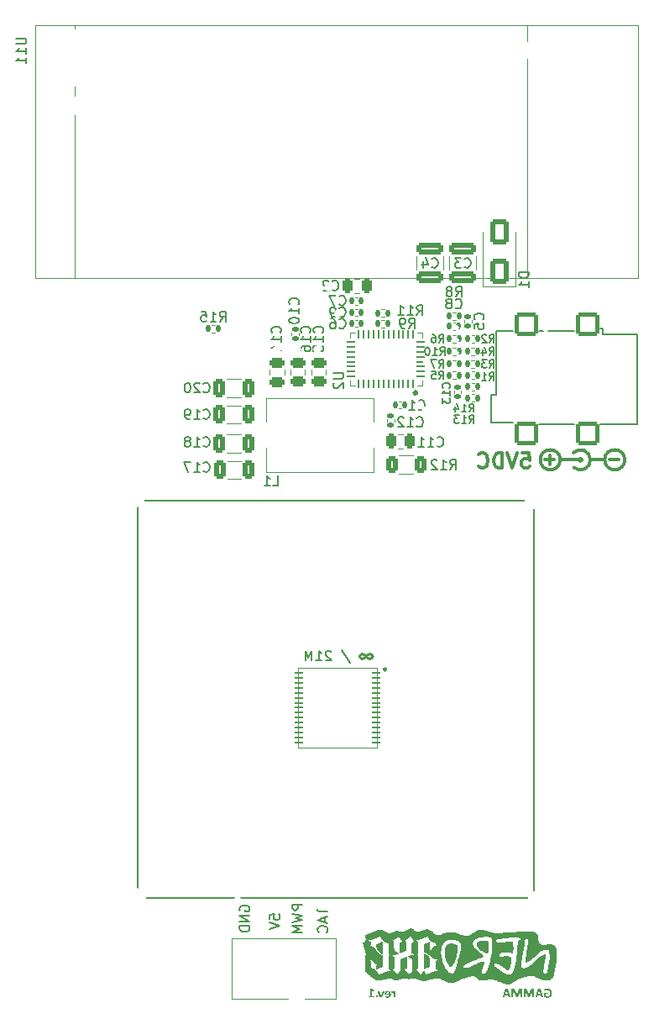
<source format=gbo>
G04 #@! TF.GenerationSoftware,KiCad,Pcbnew,8.0.4*
G04 #@! TF.CreationDate,2024-12-27T03:35:07+01:00*
G04 #@! TF.ProjectId,nerdaxe-gamma,6e657264-6178-4652-9d67-616d6d612e6b,rev?*
G04 #@! TF.SameCoordinates,Original*
G04 #@! TF.FileFunction,Legend,Bot*
G04 #@! TF.FilePolarity,Positive*
%FSLAX46Y46*%
G04 Gerber Fmt 4.6, Leading zero omitted, Abs format (unit mm)*
G04 Created by KiCad (PCBNEW 8.0.4) date 2024-12-27 03:35:07*
%MOMM*%
%LPD*%
G01*
G04 APERTURE LIST*
G04 Aperture macros list*
%AMRoundRect*
0 Rectangle with rounded corners*
0 $1 Rounding radius*
0 $2 $3 $4 $5 $6 $7 $8 $9 X,Y pos of 4 corners*
0 Add a 4 corners polygon primitive as box body*
4,1,4,$2,$3,$4,$5,$6,$7,$8,$9,$2,$3,0*
0 Add four circle primitives for the rounded corners*
1,1,$1+$1,$2,$3*
1,1,$1+$1,$4,$5*
1,1,$1+$1,$6,$7*
1,1,$1+$1,$8,$9*
0 Add four rect primitives between the rounded corners*
20,1,$1+$1,$2,$3,$4,$5,0*
20,1,$1+$1,$4,$5,$6,$7,0*
20,1,$1+$1,$6,$7,$8,$9,0*
20,1,$1+$1,$8,$9,$2,$3,0*%
G04 Aperture macros list end*
%ADD10C,0.250000*%
%ADD11C,0.150000*%
%ADD12C,0.300000*%
%ADD13C,0.000000*%
%ADD14C,0.120000*%
%ADD15C,0.050000*%
%ADD16C,0.227485*%
%ADD17C,0.127000*%
%ADD18C,0.310000*%
%ADD19C,1.700000*%
%ADD20RoundRect,0.250000X0.325000X0.650000X-0.325000X0.650000X-0.325000X-0.650000X0.325000X-0.650000X0*%
%ADD21RoundRect,0.250000X0.475000X-0.250000X0.475000X0.250000X-0.475000X0.250000X-0.475000X-0.250000X0*%
%ADD22RoundRect,0.140000X0.140000X0.170000X-0.140000X0.170000X-0.140000X-0.170000X0.140000X-0.170000X0*%
%ADD23C,3.000000*%
%ADD24RoundRect,0.250000X-0.312500X-0.625000X0.312500X-0.625000X0.312500X0.625000X-0.312500X0.625000X0*%
%ADD25RoundRect,0.140000X-0.170000X0.140000X-0.170000X-0.140000X0.170000X-0.140000X0.170000X0.140000X0*%
%ADD26RoundRect,0.135000X0.135000X0.185000X-0.135000X0.185000X-0.135000X-0.185000X0.135000X-0.185000X0*%
%ADD27RoundRect,0.135000X-0.135000X-0.185000X0.135000X-0.185000X0.135000X0.185000X-0.135000X0.185000X0*%
%ADD28RoundRect,0.250000X0.650000X-1.000000X0.650000X1.000000X-0.650000X1.000000X-0.650000X-1.000000X0*%
%ADD29RoundRect,0.250000X1.100000X-0.325000X1.100000X0.325000X-1.100000X0.325000X-1.100000X-0.325000X0*%
%ADD30C,0.800000*%
%ADD31C,6.000000*%
%ADD32RoundRect,0.140000X-0.140000X-0.170000X0.140000X-0.170000X0.140000X0.170000X-0.140000X0.170000X0*%
%ADD33C,3.500000*%
%ADD34RoundRect,0.140000X0.170000X-0.140000X0.170000X0.140000X-0.170000X0.140000X-0.170000X-0.140000X0*%
%ADD35R,4.000000X2.600000*%
%ADD36C,0.400000*%
%ADD37R,5.300000X3.300000*%
%ADD38RoundRect,0.062500X0.337500X-0.062500X0.337500X0.062500X-0.337500X0.062500X-0.337500X-0.062500X0*%
%ADD39RoundRect,0.062500X0.062500X-0.337500X0.062500X0.337500X-0.062500X0.337500X-0.062500X-0.337500X0*%
%ADD40RoundRect,0.250000X0.250000X0.475000X-0.250000X0.475000X-0.250000X-0.475000X0.250000X-0.475000X0*%
%ADD41C,1.295400*%
%ADD42C,1.574800*%
%ADD43C,2.000000*%
%ADD44RoundRect,0.055250X0.340750X0.055250X-0.340750X0.055250X-0.340750X-0.055250X0.340750X-0.055250X0*%
%ADD45RoundRect,0.240400X-0.961600X0.961600X-0.961600X-0.961600X0.961600X-0.961600X0.961600X0.961600X0*%
%ADD46C,1.800000*%
%ADD47C,1.600000*%
%ADD48C,0.500000*%
%ADD49C,1.000000*%
G04 APERTURE END LIST*
D10*
G36*
X111025818Y-145173655D02*
G01*
X111027284Y-145212734D01*
X111031436Y-145236670D01*
X111038519Y-145248882D01*
X111049754Y-145252302D01*
X111062210Y-145249859D01*
X111077842Y-145244730D01*
X111096648Y-145239601D01*
X111119363Y-145237159D01*
X111148184Y-145243265D01*
X111177981Y-145262560D01*
X111210221Y-145297242D01*
X111239220Y-145338941D01*
X111246369Y-145350487D01*
X111246369Y-145725889D01*
X111250521Y-145737856D01*
X111264688Y-145746405D01*
X111291066Y-145751290D01*
X111333076Y-145753000D01*
X111375085Y-145751290D01*
X111401464Y-145746405D01*
X111415385Y-145737856D01*
X111419538Y-145725889D01*
X111419538Y-145123586D01*
X111416118Y-145111618D01*
X111403906Y-145103314D01*
X111380703Y-145098184D01*
X111345288Y-145096475D01*
X111308896Y-145098184D01*
X111286669Y-145103314D01*
X111275190Y-145111862D01*
X111271771Y-145123586D01*
X111271771Y-145198568D01*
X111241512Y-145157986D01*
X111226586Y-145140927D01*
X111189635Y-145107338D01*
X111186041Y-145104779D01*
X111147451Y-145086217D01*
X111108861Y-145080843D01*
X111089810Y-145081820D01*
X111068316Y-145085240D01*
X111049265Y-145090613D01*
X111037297Y-145096963D01*
X111031680Y-145104046D01*
X111028749Y-145115037D01*
X111026551Y-145135798D01*
X111025818Y-145173655D01*
G37*
G36*
X110692061Y-145081989D02*
G01*
X110742184Y-145089281D01*
X110791833Y-145104779D01*
X110813014Y-145114511D01*
X110854663Y-145140780D01*
X110890508Y-145174144D01*
X110907322Y-145194978D01*
X110933651Y-145238754D01*
X110952301Y-145285030D01*
X110964399Y-145331769D01*
X110971475Y-145382317D01*
X110973550Y-145431576D01*
X110971947Y-145477942D01*
X110965631Y-145529941D01*
X110953278Y-145580808D01*
X110946430Y-145600122D01*
X110923826Y-145645371D01*
X110891729Y-145686077D01*
X110878341Y-145698540D01*
X110835652Y-145727978D01*
X110789147Y-145748115D01*
X110744436Y-145759795D01*
X110694935Y-145766627D01*
X110645776Y-145768631D01*
X110609950Y-145767583D01*
X110560780Y-145762281D01*
X110538982Y-145758672D01*
X110489949Y-145747870D01*
X110486116Y-145746801D01*
X110439147Y-145730529D01*
X110414722Y-145717096D01*
X110407395Y-145707570D01*
X110403487Y-145695114D01*
X110401289Y-145677284D01*
X110400556Y-145652127D01*
X110401533Y-145624528D01*
X110405441Y-145607431D01*
X110412280Y-145599127D01*
X110422538Y-145596684D01*
X110449405Y-145604011D01*
X110490926Y-145620131D01*
X110502377Y-145623908D01*
X110550521Y-145636251D01*
X110580158Y-145640996D01*
X110630145Y-145643579D01*
X110656711Y-145642434D01*
X110706593Y-145631855D01*
X110718179Y-145627081D01*
X110758861Y-145597661D01*
X110767204Y-145587374D01*
X110788414Y-145543195D01*
X110793308Y-145522353D01*
X110797695Y-145471632D01*
X110424736Y-145471632D01*
X110385902Y-145456489D01*
X110371736Y-145409594D01*
X110371736Y-145381995D01*
X110372137Y-145362211D01*
X110539286Y-145362211D01*
X110797695Y-145362211D01*
X110796897Y-145350167D01*
X110787681Y-145301150D01*
X110786012Y-145295859D01*
X110763013Y-145251569D01*
X110760965Y-145248978D01*
X110722468Y-145218352D01*
X110714627Y-145214763D01*
X110665071Y-145205896D01*
X110657052Y-145206059D01*
X110608346Y-145216337D01*
X110568595Y-145247661D01*
X110558040Y-145264339D01*
X110542492Y-145311870D01*
X110539286Y-145362211D01*
X110372137Y-145362211D01*
X110372141Y-145362001D01*
X110376991Y-145312194D01*
X110388344Y-145262071D01*
X110390463Y-145255230D01*
X110411039Y-145207627D01*
X110439879Y-145166572D01*
X110446602Y-145159171D01*
X110485432Y-145126799D01*
X110529517Y-145103558D01*
X110561931Y-145092578D01*
X110610681Y-145083527D01*
X110660919Y-145080843D01*
X110692061Y-145081989D01*
G37*
G36*
X109676376Y-145122853D02*
G01*
X109676865Y-145130913D01*
X109678086Y-145141415D01*
X109680773Y-145154605D01*
X109685413Y-145171457D01*
X109869328Y-145716607D01*
X109878609Y-145735170D01*
X109897905Y-145746405D01*
X109934297Y-145751778D01*
X109985321Y-145752980D01*
X109994381Y-145753000D01*
X110044650Y-145751871D01*
X110053732Y-145751290D01*
X110089879Y-145745672D01*
X110108686Y-145734437D01*
X110117967Y-145716607D01*
X110302127Y-145171457D01*
X110308721Y-145147277D01*
X110311408Y-145131646D01*
X110311652Y-145122853D01*
X110307988Y-145111129D01*
X110294555Y-145102581D01*
X110268177Y-145097940D01*
X110225678Y-145096475D01*
X110180494Y-145098184D01*
X110153383Y-145103069D01*
X110139217Y-145111862D01*
X110132378Y-145125540D01*
X109992915Y-145567863D01*
X109988763Y-145584716D01*
X109984611Y-145567863D01*
X109847346Y-145125540D01*
X109840996Y-145111862D01*
X109826830Y-145103069D01*
X109800940Y-145098184D01*
X109758686Y-145096475D01*
X109717165Y-145097940D01*
X109692252Y-145102581D01*
X109679796Y-145111129D01*
X109676376Y-145122853D01*
G37*
G36*
X109474143Y-145641869D02*
G01*
X109478444Y-145691130D01*
X109496614Y-145730285D01*
X109543914Y-145750781D01*
X109576481Y-145753000D01*
X109625207Y-145747443D01*
X109656104Y-145730773D01*
X109675489Y-145684136D01*
X109678086Y-145646021D01*
X109673832Y-145596260D01*
X109655860Y-145556872D01*
X109611121Y-145536842D01*
X109575260Y-145534158D01*
X109524461Y-145540500D01*
X109496125Y-145556628D01*
X109476741Y-145603366D01*
X109474143Y-145641869D01*
G37*
G36*
X108742392Y-145683635D02*
G01*
X108744590Y-145716607D01*
X108750452Y-145738101D01*
X108759000Y-145749580D01*
X108769747Y-145753000D01*
X109260187Y-145753000D01*
X109270689Y-145749580D01*
X109279237Y-145738101D01*
X109285099Y-145716607D01*
X109287053Y-145683635D01*
X109285344Y-145650173D01*
X109279970Y-145628191D01*
X109271422Y-145616224D01*
X109260187Y-145612316D01*
X109094834Y-145612316D01*
X109094834Y-145033949D01*
X109237716Y-145112106D01*
X109263606Y-145121387D01*
X109279237Y-145117235D01*
X109287297Y-145097452D01*
X109289251Y-145057884D01*
X109288519Y-145031506D01*
X109285099Y-145013676D01*
X109277772Y-145001464D01*
X109264583Y-144991450D01*
X109073585Y-144870794D01*
X109065036Y-144866398D01*
X109051603Y-144863711D01*
X109029866Y-144862490D01*
X108995183Y-144862002D01*
X108952929Y-144862979D01*
X108928749Y-144866398D01*
X108917758Y-144872993D01*
X108914827Y-144883251D01*
X108914827Y-145612316D01*
X108769991Y-145612316D01*
X108758512Y-145616224D01*
X108749719Y-145628191D01*
X108744101Y-145650173D01*
X108742392Y-145683635D01*
G37*
G36*
X126444090Y-144993160D02*
G01*
X126445800Y-145027354D01*
X126450685Y-145050069D01*
X126458256Y-145061792D01*
X126468759Y-145065212D01*
X126497824Y-145053000D01*
X126542543Y-145029705D01*
X126550580Y-145026133D01*
X126596757Y-145008979D01*
X126629226Y-144999510D01*
X126678563Y-144990168D01*
X126727744Y-144987103D01*
X126735228Y-144987054D01*
X126785760Y-144990762D01*
X126835582Y-145003051D01*
X126852220Y-145009524D01*
X126897719Y-145034723D01*
X126936670Y-145068185D01*
X126941369Y-145073272D01*
X126972417Y-145115443D01*
X126994616Y-145161485D01*
X126998521Y-145172190D01*
X127011331Y-145221039D01*
X127017358Y-145269708D01*
X127018305Y-145299685D01*
X127015910Y-145350275D01*
X127007833Y-145400593D01*
X126998033Y-145434995D01*
X126977209Y-145482473D01*
X126948051Y-145525353D01*
X126941369Y-145532937D01*
X126904031Y-145565562D01*
X126860253Y-145589709D01*
X126853930Y-145592288D01*
X126803537Y-145606663D01*
X126752339Y-145612140D01*
X126740845Y-145612316D01*
X126692114Y-145608123D01*
X126681006Y-145605965D01*
X126634090Y-145590490D01*
X126626051Y-145586670D01*
X126626051Y-145393474D01*
X126794334Y-145393474D01*
X126813630Y-145377598D01*
X126820442Y-145328082D01*
X126820468Y-145323376D01*
X126818759Y-145290159D01*
X126813630Y-145268666D01*
X126805325Y-145256698D01*
X126794334Y-145252790D01*
X126494160Y-145252790D01*
X126474621Y-145256698D01*
X126459478Y-145267933D01*
X126449464Y-145285763D01*
X126446044Y-145309943D01*
X126446044Y-145660431D01*
X126453371Y-145696335D01*
X126482925Y-145720271D01*
X126530048Y-145736219D01*
X126538124Y-145738589D01*
X126586784Y-145750894D01*
X126606512Y-145754953D01*
X126655554Y-145762741D01*
X126678075Y-145765212D01*
X126727673Y-145768297D01*
X126750371Y-145768631D01*
X126802227Y-145766723D01*
X126851304Y-145760998D01*
X126903195Y-145749997D01*
X126941124Y-145738101D01*
X126986475Y-145718626D01*
X127032061Y-145691912D01*
X127072590Y-145659855D01*
X127083762Y-145649196D01*
X127117575Y-145610232D01*
X127146044Y-145566306D01*
X127169171Y-145517420D01*
X127173155Y-145507047D01*
X127188032Y-145458165D01*
X127198039Y-145405767D01*
X127202848Y-145356239D01*
X127203930Y-145317270D01*
X127201869Y-145263842D01*
X127195687Y-145213223D01*
X127185383Y-145165412D01*
X127170957Y-145120411D01*
X127150246Y-145073431D01*
X127125207Y-145030585D01*
X127092311Y-144987829D01*
X127077656Y-144972155D01*
X127037366Y-144936807D01*
X126992209Y-144907087D01*
X126947408Y-144885153D01*
X126931599Y-144878854D01*
X126881949Y-144863151D01*
X126829169Y-144852588D01*
X126779626Y-144847512D01*
X126740845Y-144846370D01*
X126689061Y-144847980D01*
X126638792Y-144853247D01*
X126635821Y-144853697D01*
X126586302Y-144863022D01*
X126553023Y-144871771D01*
X126506769Y-144888487D01*
X126494404Y-144894486D01*
X126461676Y-144915735D01*
X126448242Y-144941869D01*
X126444094Y-144991054D01*
X126444090Y-144993160D01*
G37*
G36*
X125949335Y-144862010D02*
G01*
X125999324Y-144862979D01*
X126032541Y-144867863D01*
X126050127Y-144878854D01*
X126059652Y-144897417D01*
X126333692Y-145680704D01*
X126344195Y-145719050D01*
X126339310Y-145741032D01*
X126314642Y-145751046D01*
X126265060Y-145753000D01*
X126217433Y-145751778D01*
X126189345Y-145746649D01*
X126174935Y-145736391D01*
X126167607Y-145720271D01*
X126111187Y-145549789D01*
X125777551Y-145549789D01*
X125717712Y-145724912D01*
X125710873Y-145739322D01*
X125696463Y-145747870D01*
X125666665Y-145752023D01*
X125661483Y-145752252D01*
X125611955Y-145753000D01*
X125607798Y-145752993D01*
X125558954Y-145751290D01*
X125532332Y-145742497D01*
X125526714Y-145721004D01*
X125536972Y-145682169D01*
X125632851Y-145409106D01*
X125819317Y-145409106D01*
X126071376Y-145409106D01*
X125945835Y-145027354D01*
X125945102Y-145027354D01*
X125819317Y-145409106D01*
X125632851Y-145409106D01*
X125811745Y-144899615D01*
X125821759Y-144879099D01*
X125841055Y-144867863D01*
X125878424Y-144862979D01*
X125893201Y-144862506D01*
X125942904Y-144862002D01*
X125949335Y-144862010D01*
G37*
G36*
X124381215Y-145724179D02*
G01*
X124385123Y-145736635D01*
X124398801Y-145745428D01*
X124425179Y-145751046D01*
X124466944Y-145753000D01*
X124508466Y-145751046D01*
X124534355Y-145745428D01*
X124548033Y-145736635D01*
X124552185Y-145724179D01*
X124552185Y-145002685D01*
X124553651Y-145002685D01*
X124811327Y-145723446D01*
X124820364Y-145738345D01*
X124837217Y-145747626D01*
X124864327Y-145752023D01*
X124903895Y-145753000D01*
X124943951Y-145751290D01*
X124971062Y-145745916D01*
X124987914Y-145736635D01*
X124995974Y-145723446D01*
X125244614Y-145002685D01*
X125246079Y-145002685D01*
X125246079Y-145724179D01*
X125249987Y-145736635D01*
X125263909Y-145745428D01*
X125290287Y-145751046D01*
X125331808Y-145753000D01*
X125373330Y-145751046D01*
X125399708Y-145745428D01*
X125413385Y-145736635D01*
X125417049Y-145724179D01*
X125417049Y-144934053D01*
X125403834Y-144886764D01*
X125398487Y-144880564D01*
X125352949Y-144862074D01*
X125349150Y-144862002D01*
X125230936Y-144862002D01*
X125181009Y-144866214D01*
X125176714Y-144867131D01*
X125137635Y-144884228D01*
X125110036Y-144915735D01*
X125091262Y-144962303D01*
X125090741Y-144964095D01*
X124898521Y-145492637D01*
X124895835Y-145492637D01*
X124696533Y-144965561D01*
X124678300Y-144919464D01*
X124676993Y-144916956D01*
X124652325Y-144884716D01*
X124618863Y-144867131D01*
X124574167Y-144862002D01*
X124452778Y-144862002D01*
X124420782Y-144866886D01*
X124398801Y-144880808D01*
X124385856Y-144903523D01*
X124381215Y-144934053D01*
X124381215Y-145724179D01*
G37*
G36*
X123158047Y-145724179D02*
G01*
X123161955Y-145736635D01*
X123175632Y-145745428D01*
X123202011Y-145751046D01*
X123243776Y-145753000D01*
X123285297Y-145751046D01*
X123311187Y-145745428D01*
X123324865Y-145736635D01*
X123329017Y-145724179D01*
X123329017Y-145002685D01*
X123330482Y-145002685D01*
X123588159Y-145723446D01*
X123597196Y-145738345D01*
X123614048Y-145747626D01*
X123641159Y-145752023D01*
X123680727Y-145753000D01*
X123720782Y-145751290D01*
X123747893Y-145745916D01*
X123764746Y-145736635D01*
X123772806Y-145723446D01*
X124021445Y-145002685D01*
X124022911Y-145002685D01*
X124022911Y-145724179D01*
X124026819Y-145736635D01*
X124040741Y-145745428D01*
X124067119Y-145751046D01*
X124108640Y-145753000D01*
X124150161Y-145751046D01*
X124176540Y-145745428D01*
X124190217Y-145736635D01*
X124193881Y-145724179D01*
X124193881Y-144934053D01*
X124180666Y-144886764D01*
X124175318Y-144880564D01*
X124129780Y-144862074D01*
X124125981Y-144862002D01*
X124007768Y-144862002D01*
X123957841Y-144866214D01*
X123953546Y-144867131D01*
X123914467Y-144884228D01*
X123886868Y-144915735D01*
X123868094Y-144962303D01*
X123867572Y-144964095D01*
X123675353Y-145492637D01*
X123672667Y-145492637D01*
X123473364Y-144965561D01*
X123455132Y-144919464D01*
X123453825Y-144916956D01*
X123429157Y-144884716D01*
X123395695Y-144867131D01*
X123350999Y-144862002D01*
X123229610Y-144862002D01*
X123197614Y-144866886D01*
X123175632Y-144880808D01*
X123162688Y-144903523D01*
X123158047Y-144934053D01*
X123158047Y-145724179D01*
G37*
G36*
X122654987Y-144862010D02*
G01*
X122704976Y-144862979D01*
X122738193Y-144867863D01*
X122755779Y-144878854D01*
X122765304Y-144897417D01*
X123039345Y-145680704D01*
X123049847Y-145719050D01*
X123044963Y-145741032D01*
X123020294Y-145751046D01*
X122970713Y-145753000D01*
X122923085Y-145751778D01*
X122894997Y-145746649D01*
X122880587Y-145736391D01*
X122873260Y-145720271D01*
X122816840Y-145549789D01*
X122483204Y-145549789D01*
X122423364Y-145724912D01*
X122416526Y-145739322D01*
X122402115Y-145747870D01*
X122372318Y-145752023D01*
X122367135Y-145752252D01*
X122317607Y-145753000D01*
X122313450Y-145752993D01*
X122264607Y-145751290D01*
X122237984Y-145742497D01*
X122232367Y-145721004D01*
X122242625Y-145682169D01*
X122338504Y-145409106D01*
X122524969Y-145409106D01*
X122777028Y-145409106D01*
X122651487Y-145027354D01*
X122650755Y-145027354D01*
X122524969Y-145409106D01*
X122338504Y-145409106D01*
X122517398Y-144899615D01*
X122527412Y-144879099D01*
X122546707Y-144867863D01*
X122584076Y-144862979D01*
X122598854Y-144862506D01*
X122648556Y-144862002D01*
X122654987Y-144862010D01*
G37*
D11*
X85450000Y-95700000D02*
X125430000Y-95700000D01*
X125430000Y-135690000D01*
X85450000Y-135690000D01*
X85450000Y-95700000D01*
X106006190Y-110747200D02*
X106863332Y-112032914D01*
X104958570Y-110890057D02*
X104910951Y-110842438D01*
X104910951Y-110842438D02*
X104815713Y-110794819D01*
X104815713Y-110794819D02*
X104577618Y-110794819D01*
X104577618Y-110794819D02*
X104482380Y-110842438D01*
X104482380Y-110842438D02*
X104434761Y-110890057D01*
X104434761Y-110890057D02*
X104387142Y-110985295D01*
X104387142Y-110985295D02*
X104387142Y-111080533D01*
X104387142Y-111080533D02*
X104434761Y-111223390D01*
X104434761Y-111223390D02*
X105006189Y-111794819D01*
X105006189Y-111794819D02*
X104387142Y-111794819D01*
X103434761Y-111794819D02*
X104006189Y-111794819D01*
X103720475Y-111794819D02*
X103720475Y-110794819D01*
X103720475Y-110794819D02*
X103815713Y-110937676D01*
X103815713Y-110937676D02*
X103910951Y-111032914D01*
X103910951Y-111032914D02*
X104006189Y-111080533D01*
X103006189Y-111794819D02*
X103006189Y-110794819D01*
X103006189Y-110794819D02*
X102672856Y-111509104D01*
X102672856Y-111509104D02*
X102339523Y-110794819D01*
X102339523Y-110794819D02*
X102339523Y-111794819D01*
X98768819Y-137858523D02*
X98768819Y-137382333D01*
X98768819Y-137382333D02*
X99245009Y-137334714D01*
X99245009Y-137334714D02*
X99197390Y-137382333D01*
X99197390Y-137382333D02*
X99149771Y-137477571D01*
X99149771Y-137477571D02*
X99149771Y-137715666D01*
X99149771Y-137715666D02*
X99197390Y-137810904D01*
X99197390Y-137810904D02*
X99245009Y-137858523D01*
X99245009Y-137858523D02*
X99340247Y-137906142D01*
X99340247Y-137906142D02*
X99578342Y-137906142D01*
X99578342Y-137906142D02*
X99673580Y-137858523D01*
X99673580Y-137858523D02*
X99721200Y-137810904D01*
X99721200Y-137810904D02*
X99768819Y-137715666D01*
X99768819Y-137715666D02*
X99768819Y-137477571D01*
X99768819Y-137477571D02*
X99721200Y-137382333D01*
X99721200Y-137382333D02*
X99673580Y-137334714D01*
X98768819Y-138191857D02*
X99768819Y-138525190D01*
X99768819Y-138525190D02*
X98768819Y-138858523D01*
D12*
X124207203Y-90883828D02*
X124921489Y-90883828D01*
X124921489Y-90883828D02*
X124992917Y-91598114D01*
X124992917Y-91598114D02*
X124921489Y-91526685D01*
X124921489Y-91526685D02*
X124778632Y-91455257D01*
X124778632Y-91455257D02*
X124421489Y-91455257D01*
X124421489Y-91455257D02*
X124278632Y-91526685D01*
X124278632Y-91526685D02*
X124207203Y-91598114D01*
X124207203Y-91598114D02*
X124135774Y-91740971D01*
X124135774Y-91740971D02*
X124135774Y-92098114D01*
X124135774Y-92098114D02*
X124207203Y-92240971D01*
X124207203Y-92240971D02*
X124278632Y-92312400D01*
X124278632Y-92312400D02*
X124421489Y-92383828D01*
X124421489Y-92383828D02*
X124778632Y-92383828D01*
X124778632Y-92383828D02*
X124921489Y-92312400D01*
X124921489Y-92312400D02*
X124992917Y-92240971D01*
X123707203Y-90883828D02*
X123207203Y-92383828D01*
X123207203Y-92383828D02*
X122707203Y-90883828D01*
X122207204Y-92383828D02*
X122207204Y-90883828D01*
X122207204Y-90883828D02*
X121850061Y-90883828D01*
X121850061Y-90883828D02*
X121635775Y-90955257D01*
X121635775Y-90955257D02*
X121492918Y-91098114D01*
X121492918Y-91098114D02*
X121421489Y-91240971D01*
X121421489Y-91240971D02*
X121350061Y-91526685D01*
X121350061Y-91526685D02*
X121350061Y-91740971D01*
X121350061Y-91740971D02*
X121421489Y-92026685D01*
X121421489Y-92026685D02*
X121492918Y-92169542D01*
X121492918Y-92169542D02*
X121635775Y-92312400D01*
X121635775Y-92312400D02*
X121850061Y-92383828D01*
X121850061Y-92383828D02*
X122207204Y-92383828D01*
X119850061Y-92240971D02*
X119921489Y-92312400D01*
X119921489Y-92312400D02*
X120135775Y-92383828D01*
X120135775Y-92383828D02*
X120278632Y-92383828D01*
X120278632Y-92383828D02*
X120492918Y-92312400D01*
X120492918Y-92312400D02*
X120635775Y-92169542D01*
X120635775Y-92169542D02*
X120707204Y-92026685D01*
X120707204Y-92026685D02*
X120778632Y-91740971D01*
X120778632Y-91740971D02*
X120778632Y-91526685D01*
X120778632Y-91526685D02*
X120707204Y-91240971D01*
X120707204Y-91240971D02*
X120635775Y-91098114D01*
X120635775Y-91098114D02*
X120492918Y-90955257D01*
X120492918Y-90955257D02*
X120278632Y-90883828D01*
X120278632Y-90883828D02*
X120135775Y-90883828D01*
X120135775Y-90883828D02*
X119921489Y-90955257D01*
X119921489Y-90955257D02*
X119850061Y-91026685D01*
D11*
X102054819Y-136390238D02*
X101054819Y-136390238D01*
X101054819Y-136390238D02*
X101054819Y-136771190D01*
X101054819Y-136771190D02*
X101102438Y-136866428D01*
X101102438Y-136866428D02*
X101150057Y-136914047D01*
X101150057Y-136914047D02*
X101245295Y-136961666D01*
X101245295Y-136961666D02*
X101388152Y-136961666D01*
X101388152Y-136961666D02*
X101483390Y-136914047D01*
X101483390Y-136914047D02*
X101531009Y-136866428D01*
X101531009Y-136866428D02*
X101578628Y-136771190D01*
X101578628Y-136771190D02*
X101578628Y-136390238D01*
X101054819Y-137295000D02*
X102054819Y-137533095D01*
X102054819Y-137533095D02*
X101340533Y-137723571D01*
X101340533Y-137723571D02*
X102054819Y-137914047D01*
X102054819Y-137914047D02*
X101054819Y-138152143D01*
X102054819Y-138533095D02*
X101054819Y-138533095D01*
X101054819Y-138533095D02*
X101769104Y-138866428D01*
X101769104Y-138866428D02*
X101054819Y-139199761D01*
X101054819Y-139199761D02*
X102054819Y-139199761D01*
D10*
X108259523Y-111149857D02*
X108069047Y-111054619D01*
X108069047Y-111054619D02*
X107878571Y-111149857D01*
X107878571Y-111149857D02*
X107783333Y-111340333D01*
X107783333Y-111340333D02*
X107878571Y-111530809D01*
X107878571Y-111530809D02*
X108069047Y-111626047D01*
X108069047Y-111626047D02*
X108259523Y-111530809D01*
X108259523Y-111530809D02*
X108640475Y-111149857D01*
X108640475Y-111149857D02*
X108830952Y-111054619D01*
X108830952Y-111054619D02*
X109021428Y-111149857D01*
X109021428Y-111149857D02*
X109116666Y-111340333D01*
X109116666Y-111340333D02*
X109021428Y-111530809D01*
X109021428Y-111530809D02*
X108830952Y-111626047D01*
X108830952Y-111626047D02*
X108640475Y-111530809D01*
X108640475Y-111530809D02*
X108259523Y-111149857D01*
D11*
X103594819Y-136834714D02*
X103594819Y-137406142D01*
X104594819Y-137120428D02*
X103594819Y-137120428D01*
X104309104Y-137691857D02*
X104309104Y-138168047D01*
X104594819Y-137596619D02*
X103594819Y-137929952D01*
X103594819Y-137929952D02*
X104594819Y-138263285D01*
X104499580Y-139168047D02*
X104547200Y-139120428D01*
X104547200Y-139120428D02*
X104594819Y-138977571D01*
X104594819Y-138977571D02*
X104594819Y-138882333D01*
X104594819Y-138882333D02*
X104547200Y-138739476D01*
X104547200Y-138739476D02*
X104451961Y-138644238D01*
X104451961Y-138644238D02*
X104356723Y-138596619D01*
X104356723Y-138596619D02*
X104166247Y-138549000D01*
X104166247Y-138549000D02*
X104023390Y-138549000D01*
X104023390Y-138549000D02*
X103832914Y-138596619D01*
X103832914Y-138596619D02*
X103737676Y-138644238D01*
X103737676Y-138644238D02*
X103642438Y-138739476D01*
X103642438Y-138739476D02*
X103594819Y-138882333D01*
X103594819Y-138882333D02*
X103594819Y-138977571D01*
X103594819Y-138977571D02*
X103642438Y-139120428D01*
X103642438Y-139120428D02*
X103690057Y-139168047D01*
X95768438Y-137033095D02*
X95720819Y-136937857D01*
X95720819Y-136937857D02*
X95720819Y-136795000D01*
X95720819Y-136795000D02*
X95768438Y-136652143D01*
X95768438Y-136652143D02*
X95863676Y-136556905D01*
X95863676Y-136556905D02*
X95958914Y-136509286D01*
X95958914Y-136509286D02*
X96149390Y-136461667D01*
X96149390Y-136461667D02*
X96292247Y-136461667D01*
X96292247Y-136461667D02*
X96482723Y-136509286D01*
X96482723Y-136509286D02*
X96577961Y-136556905D01*
X96577961Y-136556905D02*
X96673200Y-136652143D01*
X96673200Y-136652143D02*
X96720819Y-136795000D01*
X96720819Y-136795000D02*
X96720819Y-136890238D01*
X96720819Y-136890238D02*
X96673200Y-137033095D01*
X96673200Y-137033095D02*
X96625580Y-137080714D01*
X96625580Y-137080714D02*
X96292247Y-137080714D01*
X96292247Y-137080714D02*
X96292247Y-136890238D01*
X96720819Y-137509286D02*
X95720819Y-137509286D01*
X95720819Y-137509286D02*
X96720819Y-138080714D01*
X96720819Y-138080714D02*
X95720819Y-138080714D01*
X96720819Y-138556905D02*
X95720819Y-138556905D01*
X95720819Y-138556905D02*
X95720819Y-138795000D01*
X95720819Y-138795000D02*
X95768438Y-138937857D01*
X95768438Y-138937857D02*
X95863676Y-139033095D01*
X95863676Y-139033095D02*
X95958914Y-139080714D01*
X95958914Y-139080714D02*
X96149390Y-139128333D01*
X96149390Y-139128333D02*
X96292247Y-139128333D01*
X96292247Y-139128333D02*
X96482723Y-139080714D01*
X96482723Y-139080714D02*
X96577961Y-139033095D01*
X96577961Y-139033095D02*
X96673200Y-138937857D01*
X96673200Y-138937857D02*
X96720819Y-138795000D01*
X96720819Y-138795000D02*
X96720819Y-138556905D01*
X73204819Y-49083905D02*
X74014342Y-49083905D01*
X74014342Y-49083905D02*
X74109580Y-49131524D01*
X74109580Y-49131524D02*
X74157200Y-49179143D01*
X74157200Y-49179143D02*
X74204819Y-49274381D01*
X74204819Y-49274381D02*
X74204819Y-49464857D01*
X74204819Y-49464857D02*
X74157200Y-49560095D01*
X74157200Y-49560095D02*
X74109580Y-49607714D01*
X74109580Y-49607714D02*
X74014342Y-49655333D01*
X74014342Y-49655333D02*
X73204819Y-49655333D01*
X74204819Y-50655333D02*
X74204819Y-50083905D01*
X74204819Y-50369619D02*
X73204819Y-50369619D01*
X73204819Y-50369619D02*
X73347676Y-50274381D01*
X73347676Y-50274381D02*
X73442914Y-50179143D01*
X73442914Y-50179143D02*
X73490533Y-50083905D01*
X74204819Y-51607714D02*
X74204819Y-51036286D01*
X74204819Y-51322000D02*
X73204819Y-51322000D01*
X73204819Y-51322000D02*
X73347676Y-51226762D01*
X73347676Y-51226762D02*
X73442914Y-51131524D01*
X73442914Y-51131524D02*
X73490533Y-51036286D01*
X92082857Y-84687580D02*
X92130476Y-84735200D01*
X92130476Y-84735200D02*
X92273333Y-84782819D01*
X92273333Y-84782819D02*
X92368571Y-84782819D01*
X92368571Y-84782819D02*
X92511428Y-84735200D01*
X92511428Y-84735200D02*
X92606666Y-84639961D01*
X92606666Y-84639961D02*
X92654285Y-84544723D01*
X92654285Y-84544723D02*
X92701904Y-84354247D01*
X92701904Y-84354247D02*
X92701904Y-84211390D01*
X92701904Y-84211390D02*
X92654285Y-84020914D01*
X92654285Y-84020914D02*
X92606666Y-83925676D01*
X92606666Y-83925676D02*
X92511428Y-83830438D01*
X92511428Y-83830438D02*
X92368571Y-83782819D01*
X92368571Y-83782819D02*
X92273333Y-83782819D01*
X92273333Y-83782819D02*
X92130476Y-83830438D01*
X92130476Y-83830438D02*
X92082857Y-83878057D01*
X91701904Y-83878057D02*
X91654285Y-83830438D01*
X91654285Y-83830438D02*
X91559047Y-83782819D01*
X91559047Y-83782819D02*
X91320952Y-83782819D01*
X91320952Y-83782819D02*
X91225714Y-83830438D01*
X91225714Y-83830438D02*
X91178095Y-83878057D01*
X91178095Y-83878057D02*
X91130476Y-83973295D01*
X91130476Y-83973295D02*
X91130476Y-84068533D01*
X91130476Y-84068533D02*
X91178095Y-84211390D01*
X91178095Y-84211390D02*
X91749523Y-84782819D01*
X91749523Y-84782819D02*
X91130476Y-84782819D01*
X90511428Y-83782819D02*
X90416190Y-83782819D01*
X90416190Y-83782819D02*
X90320952Y-83830438D01*
X90320952Y-83830438D02*
X90273333Y-83878057D01*
X90273333Y-83878057D02*
X90225714Y-83973295D01*
X90225714Y-83973295D02*
X90178095Y-84163771D01*
X90178095Y-84163771D02*
X90178095Y-84401866D01*
X90178095Y-84401866D02*
X90225714Y-84592342D01*
X90225714Y-84592342D02*
X90273333Y-84687580D01*
X90273333Y-84687580D02*
X90320952Y-84735200D01*
X90320952Y-84735200D02*
X90416190Y-84782819D01*
X90416190Y-84782819D02*
X90511428Y-84782819D01*
X90511428Y-84782819D02*
X90606666Y-84735200D01*
X90606666Y-84735200D02*
X90654285Y-84687580D01*
X90654285Y-84687580D02*
X90701904Y-84592342D01*
X90701904Y-84592342D02*
X90749523Y-84401866D01*
X90749523Y-84401866D02*
X90749523Y-84163771D01*
X90749523Y-84163771D02*
X90701904Y-83973295D01*
X90701904Y-83973295D02*
X90654285Y-83878057D01*
X90654285Y-83878057D02*
X90606666Y-83830438D01*
X90606666Y-83830438D02*
X90511428Y-83782819D01*
X104079580Y-78734142D02*
X104127200Y-78686523D01*
X104127200Y-78686523D02*
X104174819Y-78543666D01*
X104174819Y-78543666D02*
X104174819Y-78448428D01*
X104174819Y-78448428D02*
X104127200Y-78305571D01*
X104127200Y-78305571D02*
X104031961Y-78210333D01*
X104031961Y-78210333D02*
X103936723Y-78162714D01*
X103936723Y-78162714D02*
X103746247Y-78115095D01*
X103746247Y-78115095D02*
X103603390Y-78115095D01*
X103603390Y-78115095D02*
X103412914Y-78162714D01*
X103412914Y-78162714D02*
X103317676Y-78210333D01*
X103317676Y-78210333D02*
X103222438Y-78305571D01*
X103222438Y-78305571D02*
X103174819Y-78448428D01*
X103174819Y-78448428D02*
X103174819Y-78543666D01*
X103174819Y-78543666D02*
X103222438Y-78686523D01*
X103222438Y-78686523D02*
X103270057Y-78734142D01*
X104174819Y-79686523D02*
X104174819Y-79115095D01*
X104174819Y-79400809D02*
X103174819Y-79400809D01*
X103174819Y-79400809D02*
X103317676Y-79305571D01*
X103317676Y-79305571D02*
X103412914Y-79210333D01*
X103412914Y-79210333D02*
X103460533Y-79115095D01*
X103174819Y-80591285D02*
X103174819Y-80115095D01*
X103174819Y-80115095D02*
X103651009Y-80067476D01*
X103651009Y-80067476D02*
X103603390Y-80115095D01*
X103603390Y-80115095D02*
X103555771Y-80210333D01*
X103555771Y-80210333D02*
X103555771Y-80448428D01*
X103555771Y-80448428D02*
X103603390Y-80543666D01*
X103603390Y-80543666D02*
X103651009Y-80591285D01*
X103651009Y-80591285D02*
X103746247Y-80638904D01*
X103746247Y-80638904D02*
X103984342Y-80638904D01*
X103984342Y-80638904D02*
X104079580Y-80591285D01*
X104079580Y-80591285D02*
X104127200Y-80543666D01*
X104127200Y-80543666D02*
X104174819Y-80448428D01*
X104174819Y-80448428D02*
X104174819Y-80210333D01*
X104174819Y-80210333D02*
X104127200Y-80115095D01*
X104127200Y-80115095D02*
X104079580Y-80067476D01*
X105786666Y-77067580D02*
X105834285Y-77115200D01*
X105834285Y-77115200D02*
X105977142Y-77162819D01*
X105977142Y-77162819D02*
X106072380Y-77162819D01*
X106072380Y-77162819D02*
X106215237Y-77115200D01*
X106215237Y-77115200D02*
X106310475Y-77019961D01*
X106310475Y-77019961D02*
X106358094Y-76924723D01*
X106358094Y-76924723D02*
X106405713Y-76734247D01*
X106405713Y-76734247D02*
X106405713Y-76591390D01*
X106405713Y-76591390D02*
X106358094Y-76400914D01*
X106358094Y-76400914D02*
X106310475Y-76305676D01*
X106310475Y-76305676D02*
X106215237Y-76210438D01*
X106215237Y-76210438D02*
X106072380Y-76162819D01*
X106072380Y-76162819D02*
X105977142Y-76162819D01*
X105977142Y-76162819D02*
X105834285Y-76210438D01*
X105834285Y-76210438D02*
X105786666Y-76258057D01*
X105310475Y-77162819D02*
X105119999Y-77162819D01*
X105119999Y-77162819D02*
X105024761Y-77115200D01*
X105024761Y-77115200D02*
X104977142Y-77067580D01*
X104977142Y-77067580D02*
X104881904Y-76924723D01*
X104881904Y-76924723D02*
X104834285Y-76734247D01*
X104834285Y-76734247D02*
X104834285Y-76353295D01*
X104834285Y-76353295D02*
X104881904Y-76258057D01*
X104881904Y-76258057D02*
X104929523Y-76210438D01*
X104929523Y-76210438D02*
X105024761Y-76162819D01*
X105024761Y-76162819D02*
X105215237Y-76162819D01*
X105215237Y-76162819D02*
X105310475Y-76210438D01*
X105310475Y-76210438D02*
X105358094Y-76258057D01*
X105358094Y-76258057D02*
X105405713Y-76353295D01*
X105405713Y-76353295D02*
X105405713Y-76591390D01*
X105405713Y-76591390D02*
X105358094Y-76686628D01*
X105358094Y-76686628D02*
X105310475Y-76734247D01*
X105310475Y-76734247D02*
X105215237Y-76781866D01*
X105215237Y-76781866D02*
X105024761Y-76781866D01*
X105024761Y-76781866D02*
X104929523Y-76734247D01*
X104929523Y-76734247D02*
X104881904Y-76686628D01*
X104881904Y-76686628D02*
X104834285Y-76591390D01*
X116952857Y-92531819D02*
X117286190Y-92055628D01*
X117524285Y-92531819D02*
X117524285Y-91531819D01*
X117524285Y-91531819D02*
X117143333Y-91531819D01*
X117143333Y-91531819D02*
X117048095Y-91579438D01*
X117048095Y-91579438D02*
X117000476Y-91627057D01*
X117000476Y-91627057D02*
X116952857Y-91722295D01*
X116952857Y-91722295D02*
X116952857Y-91865152D01*
X116952857Y-91865152D02*
X117000476Y-91960390D01*
X117000476Y-91960390D02*
X117048095Y-92008009D01*
X117048095Y-92008009D02*
X117143333Y-92055628D01*
X117143333Y-92055628D02*
X117524285Y-92055628D01*
X116000476Y-92531819D02*
X116571904Y-92531819D01*
X116286190Y-92531819D02*
X116286190Y-91531819D01*
X116286190Y-91531819D02*
X116381428Y-91674676D01*
X116381428Y-91674676D02*
X116476666Y-91769914D01*
X116476666Y-91769914D02*
X116571904Y-91817533D01*
X115619523Y-91627057D02*
X115571904Y-91579438D01*
X115571904Y-91579438D02*
X115476666Y-91531819D01*
X115476666Y-91531819D02*
X115238571Y-91531819D01*
X115238571Y-91531819D02*
X115143333Y-91579438D01*
X115143333Y-91579438D02*
X115095714Y-91627057D01*
X115095714Y-91627057D02*
X115048095Y-91722295D01*
X115048095Y-91722295D02*
X115048095Y-91817533D01*
X115048095Y-91817533D02*
X115095714Y-91960390D01*
X115095714Y-91960390D02*
X115667142Y-92531819D01*
X115667142Y-92531819D02*
X115048095Y-92531819D01*
X116872104Y-84321714D02*
X116910200Y-84283618D01*
X116910200Y-84283618D02*
X116948295Y-84169333D01*
X116948295Y-84169333D02*
X116948295Y-84093142D01*
X116948295Y-84093142D02*
X116910200Y-83978856D01*
X116910200Y-83978856D02*
X116834009Y-83902666D01*
X116834009Y-83902666D02*
X116757819Y-83864571D01*
X116757819Y-83864571D02*
X116605438Y-83826475D01*
X116605438Y-83826475D02*
X116491152Y-83826475D01*
X116491152Y-83826475D02*
X116338771Y-83864571D01*
X116338771Y-83864571D02*
X116262580Y-83902666D01*
X116262580Y-83902666D02*
X116186390Y-83978856D01*
X116186390Y-83978856D02*
X116148295Y-84093142D01*
X116148295Y-84093142D02*
X116148295Y-84169333D01*
X116148295Y-84169333D02*
X116186390Y-84283618D01*
X116186390Y-84283618D02*
X116224485Y-84321714D01*
X116948295Y-85083618D02*
X116948295Y-84626475D01*
X116948295Y-84855047D02*
X116148295Y-84855047D01*
X116148295Y-84855047D02*
X116262580Y-84778856D01*
X116262580Y-84778856D02*
X116338771Y-84702666D01*
X116338771Y-84702666D02*
X116376866Y-84626475D01*
X116148295Y-85350285D02*
X116148295Y-85845523D01*
X116148295Y-85845523D02*
X116453057Y-85578857D01*
X116453057Y-85578857D02*
X116453057Y-85693142D01*
X116453057Y-85693142D02*
X116491152Y-85769333D01*
X116491152Y-85769333D02*
X116529247Y-85807428D01*
X116529247Y-85807428D02*
X116605438Y-85845523D01*
X116605438Y-85845523D02*
X116795914Y-85845523D01*
X116795914Y-85845523D02*
X116872104Y-85807428D01*
X116872104Y-85807428D02*
X116910200Y-85769333D01*
X116910200Y-85769333D02*
X116948295Y-85693142D01*
X116948295Y-85693142D02*
X116948295Y-85464571D01*
X116948295Y-85464571D02*
X116910200Y-85388380D01*
X116910200Y-85388380D02*
X116872104Y-85350285D01*
X99829580Y-78734142D02*
X99877200Y-78686523D01*
X99877200Y-78686523D02*
X99924819Y-78543666D01*
X99924819Y-78543666D02*
X99924819Y-78448428D01*
X99924819Y-78448428D02*
X99877200Y-78305571D01*
X99877200Y-78305571D02*
X99781961Y-78210333D01*
X99781961Y-78210333D02*
X99686723Y-78162714D01*
X99686723Y-78162714D02*
X99496247Y-78115095D01*
X99496247Y-78115095D02*
X99353390Y-78115095D01*
X99353390Y-78115095D02*
X99162914Y-78162714D01*
X99162914Y-78162714D02*
X99067676Y-78210333D01*
X99067676Y-78210333D02*
X98972438Y-78305571D01*
X98972438Y-78305571D02*
X98924819Y-78448428D01*
X98924819Y-78448428D02*
X98924819Y-78543666D01*
X98924819Y-78543666D02*
X98972438Y-78686523D01*
X98972438Y-78686523D02*
X99020057Y-78734142D01*
X99924819Y-79686523D02*
X99924819Y-79115095D01*
X99924819Y-79400809D02*
X98924819Y-79400809D01*
X98924819Y-79400809D02*
X99067676Y-79305571D01*
X99067676Y-79305571D02*
X99162914Y-79210333D01*
X99162914Y-79210333D02*
X99210533Y-79115095D01*
X99258152Y-80543666D02*
X99924819Y-80543666D01*
X98877200Y-80305571D02*
X99591485Y-80067476D01*
X99591485Y-80067476D02*
X99591485Y-80686523D01*
X120910332Y-83547295D02*
X121176999Y-83166342D01*
X121367475Y-83547295D02*
X121367475Y-82747295D01*
X121367475Y-82747295D02*
X121062713Y-82747295D01*
X121062713Y-82747295D02*
X120986523Y-82785390D01*
X120986523Y-82785390D02*
X120948428Y-82823485D01*
X120948428Y-82823485D02*
X120910332Y-82899676D01*
X120910332Y-82899676D02*
X120910332Y-83013961D01*
X120910332Y-83013961D02*
X120948428Y-83090152D01*
X120948428Y-83090152D02*
X120986523Y-83128247D01*
X120986523Y-83128247D02*
X121062713Y-83166342D01*
X121062713Y-83166342D02*
X121367475Y-83166342D01*
X120148428Y-83547295D02*
X120605571Y-83547295D01*
X120376999Y-83547295D02*
X120376999Y-82747295D01*
X120376999Y-82747295D02*
X120453190Y-82861580D01*
X120453190Y-82861580D02*
X120529380Y-82937771D01*
X120529380Y-82937771D02*
X120605571Y-82975866D01*
X117512666Y-75093819D02*
X117845999Y-74617628D01*
X118084094Y-75093819D02*
X118084094Y-74093819D01*
X118084094Y-74093819D02*
X117703142Y-74093819D01*
X117703142Y-74093819D02*
X117607904Y-74141438D01*
X117607904Y-74141438D02*
X117560285Y-74189057D01*
X117560285Y-74189057D02*
X117512666Y-74284295D01*
X117512666Y-74284295D02*
X117512666Y-74427152D01*
X117512666Y-74427152D02*
X117560285Y-74522390D01*
X117560285Y-74522390D02*
X117607904Y-74570009D01*
X117607904Y-74570009D02*
X117703142Y-74617628D01*
X117703142Y-74617628D02*
X118084094Y-74617628D01*
X116941237Y-74522390D02*
X117036475Y-74474771D01*
X117036475Y-74474771D02*
X117084094Y-74427152D01*
X117084094Y-74427152D02*
X117131713Y-74331914D01*
X117131713Y-74331914D02*
X117131713Y-74284295D01*
X117131713Y-74284295D02*
X117084094Y-74189057D01*
X117084094Y-74189057D02*
X117036475Y-74141438D01*
X117036475Y-74141438D02*
X116941237Y-74093819D01*
X116941237Y-74093819D02*
X116750761Y-74093819D01*
X116750761Y-74093819D02*
X116655523Y-74141438D01*
X116655523Y-74141438D02*
X116607904Y-74189057D01*
X116607904Y-74189057D02*
X116560285Y-74284295D01*
X116560285Y-74284295D02*
X116560285Y-74331914D01*
X116560285Y-74331914D02*
X116607904Y-74427152D01*
X116607904Y-74427152D02*
X116655523Y-74474771D01*
X116655523Y-74474771D02*
X116750761Y-74522390D01*
X116750761Y-74522390D02*
X116941237Y-74522390D01*
X116941237Y-74522390D02*
X117036475Y-74570009D01*
X117036475Y-74570009D02*
X117084094Y-74617628D01*
X117084094Y-74617628D02*
X117131713Y-74712866D01*
X117131713Y-74712866D02*
X117131713Y-74903342D01*
X117131713Y-74903342D02*
X117084094Y-74998580D01*
X117084094Y-74998580D02*
X117036475Y-75046200D01*
X117036475Y-75046200D02*
X116941237Y-75093819D01*
X116941237Y-75093819D02*
X116750761Y-75093819D01*
X116750761Y-75093819D02*
X116655523Y-75046200D01*
X116655523Y-75046200D02*
X116607904Y-74998580D01*
X116607904Y-74998580D02*
X116560285Y-74903342D01*
X116560285Y-74903342D02*
X116560285Y-74712866D01*
X116560285Y-74712866D02*
X116607904Y-74617628D01*
X116607904Y-74617628D02*
X116655523Y-74570009D01*
X116655523Y-74570009D02*
X116750761Y-74522390D01*
X113592857Y-76981819D02*
X113926190Y-76505628D01*
X114164285Y-76981819D02*
X114164285Y-75981819D01*
X114164285Y-75981819D02*
X113783333Y-75981819D01*
X113783333Y-75981819D02*
X113688095Y-76029438D01*
X113688095Y-76029438D02*
X113640476Y-76077057D01*
X113640476Y-76077057D02*
X113592857Y-76172295D01*
X113592857Y-76172295D02*
X113592857Y-76315152D01*
X113592857Y-76315152D02*
X113640476Y-76410390D01*
X113640476Y-76410390D02*
X113688095Y-76458009D01*
X113688095Y-76458009D02*
X113783333Y-76505628D01*
X113783333Y-76505628D02*
X114164285Y-76505628D01*
X112640476Y-76981819D02*
X113211904Y-76981819D01*
X112926190Y-76981819D02*
X112926190Y-75981819D01*
X112926190Y-75981819D02*
X113021428Y-76124676D01*
X113021428Y-76124676D02*
X113116666Y-76219914D01*
X113116666Y-76219914D02*
X113211904Y-76267533D01*
X111688095Y-76981819D02*
X112259523Y-76981819D01*
X111973809Y-76981819D02*
X111973809Y-75981819D01*
X111973809Y-75981819D02*
X112069047Y-76124676D01*
X112069047Y-76124676D02*
X112164285Y-76219914D01*
X112164285Y-76219914D02*
X112259523Y-76267533D01*
X92082857Y-90148580D02*
X92130476Y-90196200D01*
X92130476Y-90196200D02*
X92273333Y-90243819D01*
X92273333Y-90243819D02*
X92368571Y-90243819D01*
X92368571Y-90243819D02*
X92511428Y-90196200D01*
X92511428Y-90196200D02*
X92606666Y-90100961D01*
X92606666Y-90100961D02*
X92654285Y-90005723D01*
X92654285Y-90005723D02*
X92701904Y-89815247D01*
X92701904Y-89815247D02*
X92701904Y-89672390D01*
X92701904Y-89672390D02*
X92654285Y-89481914D01*
X92654285Y-89481914D02*
X92606666Y-89386676D01*
X92606666Y-89386676D02*
X92511428Y-89291438D01*
X92511428Y-89291438D02*
X92368571Y-89243819D01*
X92368571Y-89243819D02*
X92273333Y-89243819D01*
X92273333Y-89243819D02*
X92130476Y-89291438D01*
X92130476Y-89291438D02*
X92082857Y-89339057D01*
X91130476Y-90243819D02*
X91701904Y-90243819D01*
X91416190Y-90243819D02*
X91416190Y-89243819D01*
X91416190Y-89243819D02*
X91511428Y-89386676D01*
X91511428Y-89386676D02*
X91606666Y-89481914D01*
X91606666Y-89481914D02*
X91701904Y-89529533D01*
X90559047Y-89672390D02*
X90654285Y-89624771D01*
X90654285Y-89624771D02*
X90701904Y-89577152D01*
X90701904Y-89577152D02*
X90749523Y-89481914D01*
X90749523Y-89481914D02*
X90749523Y-89434295D01*
X90749523Y-89434295D02*
X90701904Y-89339057D01*
X90701904Y-89339057D02*
X90654285Y-89291438D01*
X90654285Y-89291438D02*
X90559047Y-89243819D01*
X90559047Y-89243819D02*
X90368571Y-89243819D01*
X90368571Y-89243819D02*
X90273333Y-89291438D01*
X90273333Y-89291438D02*
X90225714Y-89339057D01*
X90225714Y-89339057D02*
X90178095Y-89434295D01*
X90178095Y-89434295D02*
X90178095Y-89481914D01*
X90178095Y-89481914D02*
X90225714Y-89577152D01*
X90225714Y-89577152D02*
X90273333Y-89624771D01*
X90273333Y-89624771D02*
X90368571Y-89672390D01*
X90368571Y-89672390D02*
X90559047Y-89672390D01*
X90559047Y-89672390D02*
X90654285Y-89720009D01*
X90654285Y-89720009D02*
X90701904Y-89767628D01*
X90701904Y-89767628D02*
X90749523Y-89862866D01*
X90749523Y-89862866D02*
X90749523Y-90053342D01*
X90749523Y-90053342D02*
X90701904Y-90148580D01*
X90701904Y-90148580D02*
X90654285Y-90196200D01*
X90654285Y-90196200D02*
X90559047Y-90243819D01*
X90559047Y-90243819D02*
X90368571Y-90243819D01*
X90368571Y-90243819D02*
X90273333Y-90196200D01*
X90273333Y-90196200D02*
X90225714Y-90148580D01*
X90225714Y-90148580D02*
X90178095Y-90053342D01*
X90178095Y-90053342D02*
X90178095Y-89862866D01*
X90178095Y-89862866D02*
X90225714Y-89767628D01*
X90225714Y-89767628D02*
X90273333Y-89720009D01*
X90273333Y-89720009D02*
X90368571Y-89672390D01*
X124874819Y-72667905D02*
X123874819Y-72667905D01*
X123874819Y-72667905D02*
X123874819Y-72906000D01*
X123874819Y-72906000D02*
X123922438Y-73048857D01*
X123922438Y-73048857D02*
X124017676Y-73144095D01*
X124017676Y-73144095D02*
X124112914Y-73191714D01*
X124112914Y-73191714D02*
X124303390Y-73239333D01*
X124303390Y-73239333D02*
X124446247Y-73239333D01*
X124446247Y-73239333D02*
X124636723Y-73191714D01*
X124636723Y-73191714D02*
X124731961Y-73144095D01*
X124731961Y-73144095D02*
X124827200Y-73048857D01*
X124827200Y-73048857D02*
X124874819Y-72906000D01*
X124874819Y-72906000D02*
X124874819Y-72667905D01*
X124874819Y-74191714D02*
X124874819Y-73620286D01*
X124874819Y-73906000D02*
X123874819Y-73906000D01*
X123874819Y-73906000D02*
X124017676Y-73810762D01*
X124017676Y-73810762D02*
X124112914Y-73715524D01*
X124112914Y-73715524D02*
X124160533Y-73620286D01*
X102779580Y-78734142D02*
X102827200Y-78686523D01*
X102827200Y-78686523D02*
X102874819Y-78543666D01*
X102874819Y-78543666D02*
X102874819Y-78448428D01*
X102874819Y-78448428D02*
X102827200Y-78305571D01*
X102827200Y-78305571D02*
X102731961Y-78210333D01*
X102731961Y-78210333D02*
X102636723Y-78162714D01*
X102636723Y-78162714D02*
X102446247Y-78115095D01*
X102446247Y-78115095D02*
X102303390Y-78115095D01*
X102303390Y-78115095D02*
X102112914Y-78162714D01*
X102112914Y-78162714D02*
X102017676Y-78210333D01*
X102017676Y-78210333D02*
X101922438Y-78305571D01*
X101922438Y-78305571D02*
X101874819Y-78448428D01*
X101874819Y-78448428D02*
X101874819Y-78543666D01*
X101874819Y-78543666D02*
X101922438Y-78686523D01*
X101922438Y-78686523D02*
X101970057Y-78734142D01*
X102874819Y-79686523D02*
X102874819Y-79115095D01*
X102874819Y-79400809D02*
X101874819Y-79400809D01*
X101874819Y-79400809D02*
X102017676Y-79305571D01*
X102017676Y-79305571D02*
X102112914Y-79210333D01*
X102112914Y-79210333D02*
X102160533Y-79115095D01*
X101874819Y-80543666D02*
X101874819Y-80353190D01*
X101874819Y-80353190D02*
X101922438Y-80257952D01*
X101922438Y-80257952D02*
X101970057Y-80210333D01*
X101970057Y-80210333D02*
X102112914Y-80115095D01*
X102112914Y-80115095D02*
X102303390Y-80067476D01*
X102303390Y-80067476D02*
X102684342Y-80067476D01*
X102684342Y-80067476D02*
X102779580Y-80115095D01*
X102779580Y-80115095D02*
X102827200Y-80162714D01*
X102827200Y-80162714D02*
X102874819Y-80257952D01*
X102874819Y-80257952D02*
X102874819Y-80448428D01*
X102874819Y-80448428D02*
X102827200Y-80543666D01*
X102827200Y-80543666D02*
X102779580Y-80591285D01*
X102779580Y-80591285D02*
X102684342Y-80638904D01*
X102684342Y-80638904D02*
X102446247Y-80638904D01*
X102446247Y-80638904D02*
X102351009Y-80591285D01*
X102351009Y-80591285D02*
X102303390Y-80543666D01*
X102303390Y-80543666D02*
X102255771Y-80448428D01*
X102255771Y-80448428D02*
X102255771Y-80257952D01*
X102255771Y-80257952D02*
X102303390Y-80162714D01*
X102303390Y-80162714D02*
X102351009Y-80115095D01*
X102351009Y-80115095D02*
X102446247Y-80067476D01*
X101619580Y-75884142D02*
X101667200Y-75836523D01*
X101667200Y-75836523D02*
X101714819Y-75693666D01*
X101714819Y-75693666D02*
X101714819Y-75598428D01*
X101714819Y-75598428D02*
X101667200Y-75455571D01*
X101667200Y-75455571D02*
X101571961Y-75360333D01*
X101571961Y-75360333D02*
X101476723Y-75312714D01*
X101476723Y-75312714D02*
X101286247Y-75265095D01*
X101286247Y-75265095D02*
X101143390Y-75265095D01*
X101143390Y-75265095D02*
X100952914Y-75312714D01*
X100952914Y-75312714D02*
X100857676Y-75360333D01*
X100857676Y-75360333D02*
X100762438Y-75455571D01*
X100762438Y-75455571D02*
X100714819Y-75598428D01*
X100714819Y-75598428D02*
X100714819Y-75693666D01*
X100714819Y-75693666D02*
X100762438Y-75836523D01*
X100762438Y-75836523D02*
X100810057Y-75884142D01*
X101714819Y-76836523D02*
X101714819Y-76265095D01*
X101714819Y-76550809D02*
X100714819Y-76550809D01*
X100714819Y-76550809D02*
X100857676Y-76455571D01*
X100857676Y-76455571D02*
X100952914Y-76360333D01*
X100952914Y-76360333D02*
X101000533Y-76265095D01*
X100714819Y-77455571D02*
X100714819Y-77550809D01*
X100714819Y-77550809D02*
X100762438Y-77646047D01*
X100762438Y-77646047D02*
X100810057Y-77693666D01*
X100810057Y-77693666D02*
X100905295Y-77741285D01*
X100905295Y-77741285D02*
X101095771Y-77788904D01*
X101095771Y-77788904D02*
X101333866Y-77788904D01*
X101333866Y-77788904D02*
X101524342Y-77741285D01*
X101524342Y-77741285D02*
X101619580Y-77693666D01*
X101619580Y-77693666D02*
X101667200Y-77646047D01*
X101667200Y-77646047D02*
X101714819Y-77550809D01*
X101714819Y-77550809D02*
X101714819Y-77455571D01*
X101714819Y-77455571D02*
X101667200Y-77360333D01*
X101667200Y-77360333D02*
X101619580Y-77312714D01*
X101619580Y-77312714D02*
X101524342Y-77265095D01*
X101524342Y-77265095D02*
X101333866Y-77217476D01*
X101333866Y-77217476D02*
X101095771Y-77217476D01*
X101095771Y-77217476D02*
X100905295Y-77265095D01*
X100905295Y-77265095D02*
X100810057Y-77312714D01*
X100810057Y-77312714D02*
X100762438Y-77360333D01*
X100762438Y-77360333D02*
X100714819Y-77455571D01*
X120910332Y-79737295D02*
X121176999Y-79356342D01*
X121367475Y-79737295D02*
X121367475Y-78937295D01*
X121367475Y-78937295D02*
X121062713Y-78937295D01*
X121062713Y-78937295D02*
X120986523Y-78975390D01*
X120986523Y-78975390D02*
X120948428Y-79013485D01*
X120948428Y-79013485D02*
X120910332Y-79089676D01*
X120910332Y-79089676D02*
X120910332Y-79203961D01*
X120910332Y-79203961D02*
X120948428Y-79280152D01*
X120948428Y-79280152D02*
X120986523Y-79318247D01*
X120986523Y-79318247D02*
X121062713Y-79356342D01*
X121062713Y-79356342D02*
X121367475Y-79356342D01*
X120605571Y-79013485D02*
X120567475Y-78975390D01*
X120567475Y-78975390D02*
X120491285Y-78937295D01*
X120491285Y-78937295D02*
X120300809Y-78937295D01*
X120300809Y-78937295D02*
X120224618Y-78975390D01*
X120224618Y-78975390D02*
X120186523Y-79013485D01*
X120186523Y-79013485D02*
X120148428Y-79089676D01*
X120148428Y-79089676D02*
X120148428Y-79165866D01*
X120148428Y-79165866D02*
X120186523Y-79280152D01*
X120186523Y-79280152D02*
X120643666Y-79737295D01*
X120643666Y-79737295D02*
X120148428Y-79737295D01*
X115101666Y-72114580D02*
X115149285Y-72162200D01*
X115149285Y-72162200D02*
X115292142Y-72209819D01*
X115292142Y-72209819D02*
X115387380Y-72209819D01*
X115387380Y-72209819D02*
X115530237Y-72162200D01*
X115530237Y-72162200D02*
X115625475Y-72066961D01*
X115625475Y-72066961D02*
X115673094Y-71971723D01*
X115673094Y-71971723D02*
X115720713Y-71781247D01*
X115720713Y-71781247D02*
X115720713Y-71638390D01*
X115720713Y-71638390D02*
X115673094Y-71447914D01*
X115673094Y-71447914D02*
X115625475Y-71352676D01*
X115625475Y-71352676D02*
X115530237Y-71257438D01*
X115530237Y-71257438D02*
X115387380Y-71209819D01*
X115387380Y-71209819D02*
X115292142Y-71209819D01*
X115292142Y-71209819D02*
X115149285Y-71257438D01*
X115149285Y-71257438D02*
X115101666Y-71305057D01*
X114244523Y-71543152D02*
X114244523Y-72209819D01*
X114482618Y-71162200D02*
X114720713Y-71876485D01*
X114720713Y-71876485D02*
X114101666Y-71876485D01*
X105786666Y-78236580D02*
X105834285Y-78284200D01*
X105834285Y-78284200D02*
X105977142Y-78331819D01*
X105977142Y-78331819D02*
X106072380Y-78331819D01*
X106072380Y-78331819D02*
X106215237Y-78284200D01*
X106215237Y-78284200D02*
X106310475Y-78188961D01*
X106310475Y-78188961D02*
X106358094Y-78093723D01*
X106358094Y-78093723D02*
X106405713Y-77903247D01*
X106405713Y-77903247D02*
X106405713Y-77760390D01*
X106405713Y-77760390D02*
X106358094Y-77569914D01*
X106358094Y-77569914D02*
X106310475Y-77474676D01*
X106310475Y-77474676D02*
X106215237Y-77379438D01*
X106215237Y-77379438D02*
X106072380Y-77331819D01*
X106072380Y-77331819D02*
X105977142Y-77331819D01*
X105977142Y-77331819D02*
X105834285Y-77379438D01*
X105834285Y-77379438D02*
X105786666Y-77427057D01*
X104929523Y-77331819D02*
X105119999Y-77331819D01*
X105119999Y-77331819D02*
X105215237Y-77379438D01*
X105215237Y-77379438D02*
X105262856Y-77427057D01*
X105262856Y-77427057D02*
X105358094Y-77569914D01*
X105358094Y-77569914D02*
X105405713Y-77760390D01*
X105405713Y-77760390D02*
X105405713Y-78141342D01*
X105405713Y-78141342D02*
X105358094Y-78236580D01*
X105358094Y-78236580D02*
X105310475Y-78284200D01*
X105310475Y-78284200D02*
X105215237Y-78331819D01*
X105215237Y-78331819D02*
X105024761Y-78331819D01*
X105024761Y-78331819D02*
X104929523Y-78284200D01*
X104929523Y-78284200D02*
X104881904Y-78236580D01*
X104881904Y-78236580D02*
X104834285Y-78141342D01*
X104834285Y-78141342D02*
X104834285Y-77903247D01*
X104834285Y-77903247D02*
X104881904Y-77808009D01*
X104881904Y-77808009D02*
X104929523Y-77760390D01*
X104929523Y-77760390D02*
X105024761Y-77712771D01*
X105024761Y-77712771D02*
X105215237Y-77712771D01*
X105215237Y-77712771D02*
X105310475Y-77760390D01*
X105310475Y-77760390D02*
X105358094Y-77808009D01*
X105358094Y-77808009D02*
X105405713Y-77903247D01*
X115830332Y-82277295D02*
X116096999Y-81896342D01*
X116287475Y-82277295D02*
X116287475Y-81477295D01*
X116287475Y-81477295D02*
X115982713Y-81477295D01*
X115982713Y-81477295D02*
X115906523Y-81515390D01*
X115906523Y-81515390D02*
X115868428Y-81553485D01*
X115868428Y-81553485D02*
X115830332Y-81629676D01*
X115830332Y-81629676D02*
X115830332Y-81743961D01*
X115830332Y-81743961D02*
X115868428Y-81820152D01*
X115868428Y-81820152D02*
X115906523Y-81858247D01*
X115906523Y-81858247D02*
X115982713Y-81896342D01*
X115982713Y-81896342D02*
X116287475Y-81896342D01*
X115563666Y-81477295D02*
X115030332Y-81477295D01*
X115030332Y-81477295D02*
X115373190Y-82277295D01*
X113592857Y-88156580D02*
X113640476Y-88204200D01*
X113640476Y-88204200D02*
X113783333Y-88251819D01*
X113783333Y-88251819D02*
X113878571Y-88251819D01*
X113878571Y-88251819D02*
X114021428Y-88204200D01*
X114021428Y-88204200D02*
X114116666Y-88108961D01*
X114116666Y-88108961D02*
X114164285Y-88013723D01*
X114164285Y-88013723D02*
X114211904Y-87823247D01*
X114211904Y-87823247D02*
X114211904Y-87680390D01*
X114211904Y-87680390D02*
X114164285Y-87489914D01*
X114164285Y-87489914D02*
X114116666Y-87394676D01*
X114116666Y-87394676D02*
X114021428Y-87299438D01*
X114021428Y-87299438D02*
X113878571Y-87251819D01*
X113878571Y-87251819D02*
X113783333Y-87251819D01*
X113783333Y-87251819D02*
X113640476Y-87299438D01*
X113640476Y-87299438D02*
X113592857Y-87347057D01*
X112640476Y-88251819D02*
X113211904Y-88251819D01*
X112926190Y-88251819D02*
X112926190Y-87251819D01*
X112926190Y-87251819D02*
X113021428Y-87394676D01*
X113021428Y-87394676D02*
X113116666Y-87489914D01*
X113116666Y-87489914D02*
X113211904Y-87537533D01*
X112259523Y-87347057D02*
X112211904Y-87299438D01*
X112211904Y-87299438D02*
X112116666Y-87251819D01*
X112116666Y-87251819D02*
X111878571Y-87251819D01*
X111878571Y-87251819D02*
X111783333Y-87299438D01*
X111783333Y-87299438D02*
X111735714Y-87347057D01*
X111735714Y-87347057D02*
X111688095Y-87442295D01*
X111688095Y-87442295D02*
X111688095Y-87537533D01*
X111688095Y-87537533D02*
X111735714Y-87680390D01*
X111735714Y-87680390D02*
X112307142Y-88251819D01*
X112307142Y-88251819D02*
X111688095Y-88251819D01*
X117504666Y-76234580D02*
X117552285Y-76282200D01*
X117552285Y-76282200D02*
X117695142Y-76329819D01*
X117695142Y-76329819D02*
X117790380Y-76329819D01*
X117790380Y-76329819D02*
X117933237Y-76282200D01*
X117933237Y-76282200D02*
X118028475Y-76186961D01*
X118028475Y-76186961D02*
X118076094Y-76091723D01*
X118076094Y-76091723D02*
X118123713Y-75901247D01*
X118123713Y-75901247D02*
X118123713Y-75758390D01*
X118123713Y-75758390D02*
X118076094Y-75567914D01*
X118076094Y-75567914D02*
X118028475Y-75472676D01*
X118028475Y-75472676D02*
X117933237Y-75377438D01*
X117933237Y-75377438D02*
X117790380Y-75329819D01*
X117790380Y-75329819D02*
X117695142Y-75329819D01*
X117695142Y-75329819D02*
X117552285Y-75377438D01*
X117552285Y-75377438D02*
X117504666Y-75425057D01*
X116933237Y-75758390D02*
X117028475Y-75710771D01*
X117028475Y-75710771D02*
X117076094Y-75663152D01*
X117076094Y-75663152D02*
X117123713Y-75567914D01*
X117123713Y-75567914D02*
X117123713Y-75520295D01*
X117123713Y-75520295D02*
X117076094Y-75425057D01*
X117076094Y-75425057D02*
X117028475Y-75377438D01*
X117028475Y-75377438D02*
X116933237Y-75329819D01*
X116933237Y-75329819D02*
X116742761Y-75329819D01*
X116742761Y-75329819D02*
X116647523Y-75377438D01*
X116647523Y-75377438D02*
X116599904Y-75425057D01*
X116599904Y-75425057D02*
X116552285Y-75520295D01*
X116552285Y-75520295D02*
X116552285Y-75567914D01*
X116552285Y-75567914D02*
X116599904Y-75663152D01*
X116599904Y-75663152D02*
X116647523Y-75710771D01*
X116647523Y-75710771D02*
X116742761Y-75758390D01*
X116742761Y-75758390D02*
X116933237Y-75758390D01*
X116933237Y-75758390D02*
X117028475Y-75806009D01*
X117028475Y-75806009D02*
X117076094Y-75853628D01*
X117076094Y-75853628D02*
X117123713Y-75948866D01*
X117123713Y-75948866D02*
X117123713Y-76139342D01*
X117123713Y-76139342D02*
X117076094Y-76234580D01*
X117076094Y-76234580D02*
X117028475Y-76282200D01*
X117028475Y-76282200D02*
X116933237Y-76329819D01*
X116933237Y-76329819D02*
X116742761Y-76329819D01*
X116742761Y-76329819D02*
X116647523Y-76282200D01*
X116647523Y-76282200D02*
X116599904Y-76234580D01*
X116599904Y-76234580D02*
X116552285Y-76139342D01*
X116552285Y-76139342D02*
X116552285Y-75948866D01*
X116552285Y-75948866D02*
X116599904Y-75853628D01*
X116599904Y-75853628D02*
X116647523Y-75806009D01*
X116647523Y-75806009D02*
X116742761Y-75758390D01*
X115830332Y-83420295D02*
X116096999Y-83039342D01*
X116287475Y-83420295D02*
X116287475Y-82620295D01*
X116287475Y-82620295D02*
X115982713Y-82620295D01*
X115982713Y-82620295D02*
X115906523Y-82658390D01*
X115906523Y-82658390D02*
X115868428Y-82696485D01*
X115868428Y-82696485D02*
X115830332Y-82772676D01*
X115830332Y-82772676D02*
X115830332Y-82886961D01*
X115830332Y-82886961D02*
X115868428Y-82963152D01*
X115868428Y-82963152D02*
X115906523Y-83001247D01*
X115906523Y-83001247D02*
X115982713Y-83039342D01*
X115982713Y-83039342D02*
X116287475Y-83039342D01*
X115106523Y-82620295D02*
X115487475Y-82620295D01*
X115487475Y-82620295D02*
X115525571Y-83001247D01*
X115525571Y-83001247D02*
X115487475Y-82963152D01*
X115487475Y-82963152D02*
X115411285Y-82925057D01*
X115411285Y-82925057D02*
X115220809Y-82925057D01*
X115220809Y-82925057D02*
X115144618Y-82963152D01*
X115144618Y-82963152D02*
X115106523Y-83001247D01*
X115106523Y-83001247D02*
X115068428Y-83077438D01*
X115068428Y-83077438D02*
X115068428Y-83267914D01*
X115068428Y-83267914D02*
X115106523Y-83344104D01*
X115106523Y-83344104D02*
X115144618Y-83382200D01*
X115144618Y-83382200D02*
X115220809Y-83420295D01*
X115220809Y-83420295D02*
X115411285Y-83420295D01*
X115411285Y-83420295D02*
X115487475Y-83382200D01*
X115487475Y-83382200D02*
X115525571Y-83344104D01*
X115830332Y-79737295D02*
X116096999Y-79356342D01*
X116287475Y-79737295D02*
X116287475Y-78937295D01*
X116287475Y-78937295D02*
X115982713Y-78937295D01*
X115982713Y-78937295D02*
X115906523Y-78975390D01*
X115906523Y-78975390D02*
X115868428Y-79013485D01*
X115868428Y-79013485D02*
X115830332Y-79089676D01*
X115830332Y-79089676D02*
X115830332Y-79203961D01*
X115830332Y-79203961D02*
X115868428Y-79280152D01*
X115868428Y-79280152D02*
X115906523Y-79318247D01*
X115906523Y-79318247D02*
X115982713Y-79356342D01*
X115982713Y-79356342D02*
X116287475Y-79356342D01*
X115144618Y-78937295D02*
X115296999Y-78937295D01*
X115296999Y-78937295D02*
X115373190Y-78975390D01*
X115373190Y-78975390D02*
X115411285Y-79013485D01*
X115411285Y-79013485D02*
X115487475Y-79127771D01*
X115487475Y-79127771D02*
X115525571Y-79280152D01*
X115525571Y-79280152D02*
X115525571Y-79584914D01*
X115525571Y-79584914D02*
X115487475Y-79661104D01*
X115487475Y-79661104D02*
X115449380Y-79699200D01*
X115449380Y-79699200D02*
X115373190Y-79737295D01*
X115373190Y-79737295D02*
X115220809Y-79737295D01*
X115220809Y-79737295D02*
X115144618Y-79699200D01*
X115144618Y-79699200D02*
X115106523Y-79661104D01*
X115106523Y-79661104D02*
X115068428Y-79584914D01*
X115068428Y-79584914D02*
X115068428Y-79394438D01*
X115068428Y-79394438D02*
X115106523Y-79318247D01*
X115106523Y-79318247D02*
X115144618Y-79280152D01*
X115144618Y-79280152D02*
X115220809Y-79242057D01*
X115220809Y-79242057D02*
X115373190Y-79242057D01*
X115373190Y-79242057D02*
X115449380Y-79280152D01*
X115449380Y-79280152D02*
X115487475Y-79318247D01*
X115487475Y-79318247D02*
X115525571Y-79394438D01*
X112816666Y-78281819D02*
X113149999Y-77805628D01*
X113388094Y-78281819D02*
X113388094Y-77281819D01*
X113388094Y-77281819D02*
X113007142Y-77281819D01*
X113007142Y-77281819D02*
X112911904Y-77329438D01*
X112911904Y-77329438D02*
X112864285Y-77377057D01*
X112864285Y-77377057D02*
X112816666Y-77472295D01*
X112816666Y-77472295D02*
X112816666Y-77615152D01*
X112816666Y-77615152D02*
X112864285Y-77710390D01*
X112864285Y-77710390D02*
X112911904Y-77758009D01*
X112911904Y-77758009D02*
X113007142Y-77805628D01*
X113007142Y-77805628D02*
X113388094Y-77805628D01*
X112340475Y-78281819D02*
X112149999Y-78281819D01*
X112149999Y-78281819D02*
X112054761Y-78234200D01*
X112054761Y-78234200D02*
X112007142Y-78186580D01*
X112007142Y-78186580D02*
X111911904Y-78043723D01*
X111911904Y-78043723D02*
X111864285Y-77853247D01*
X111864285Y-77853247D02*
X111864285Y-77472295D01*
X111864285Y-77472295D02*
X111911904Y-77377057D01*
X111911904Y-77377057D02*
X111959523Y-77329438D01*
X111959523Y-77329438D02*
X112054761Y-77281819D01*
X112054761Y-77281819D02*
X112245237Y-77281819D01*
X112245237Y-77281819D02*
X112340475Y-77329438D01*
X112340475Y-77329438D02*
X112388094Y-77377057D01*
X112388094Y-77377057D02*
X112435713Y-77472295D01*
X112435713Y-77472295D02*
X112435713Y-77710390D01*
X112435713Y-77710390D02*
X112388094Y-77805628D01*
X112388094Y-77805628D02*
X112340475Y-77853247D01*
X112340475Y-77853247D02*
X112245237Y-77900866D01*
X112245237Y-77900866D02*
X112054761Y-77900866D01*
X112054761Y-77900866D02*
X111959523Y-77853247D01*
X111959523Y-77853247D02*
X111911904Y-77805628D01*
X111911904Y-77805628D02*
X111864285Y-77710390D01*
X92082857Y-87354580D02*
X92130476Y-87402200D01*
X92130476Y-87402200D02*
X92273333Y-87449819D01*
X92273333Y-87449819D02*
X92368571Y-87449819D01*
X92368571Y-87449819D02*
X92511428Y-87402200D01*
X92511428Y-87402200D02*
X92606666Y-87306961D01*
X92606666Y-87306961D02*
X92654285Y-87211723D01*
X92654285Y-87211723D02*
X92701904Y-87021247D01*
X92701904Y-87021247D02*
X92701904Y-86878390D01*
X92701904Y-86878390D02*
X92654285Y-86687914D01*
X92654285Y-86687914D02*
X92606666Y-86592676D01*
X92606666Y-86592676D02*
X92511428Y-86497438D01*
X92511428Y-86497438D02*
X92368571Y-86449819D01*
X92368571Y-86449819D02*
X92273333Y-86449819D01*
X92273333Y-86449819D02*
X92130476Y-86497438D01*
X92130476Y-86497438D02*
X92082857Y-86545057D01*
X91130476Y-87449819D02*
X91701904Y-87449819D01*
X91416190Y-87449819D02*
X91416190Y-86449819D01*
X91416190Y-86449819D02*
X91511428Y-86592676D01*
X91511428Y-86592676D02*
X91606666Y-86687914D01*
X91606666Y-86687914D02*
X91701904Y-86735533D01*
X90654285Y-87449819D02*
X90463809Y-87449819D01*
X90463809Y-87449819D02*
X90368571Y-87402200D01*
X90368571Y-87402200D02*
X90320952Y-87354580D01*
X90320952Y-87354580D02*
X90225714Y-87211723D01*
X90225714Y-87211723D02*
X90178095Y-87021247D01*
X90178095Y-87021247D02*
X90178095Y-86640295D01*
X90178095Y-86640295D02*
X90225714Y-86545057D01*
X90225714Y-86545057D02*
X90273333Y-86497438D01*
X90273333Y-86497438D02*
X90368571Y-86449819D01*
X90368571Y-86449819D02*
X90559047Y-86449819D01*
X90559047Y-86449819D02*
X90654285Y-86497438D01*
X90654285Y-86497438D02*
X90701904Y-86545057D01*
X90701904Y-86545057D02*
X90749523Y-86640295D01*
X90749523Y-86640295D02*
X90749523Y-86878390D01*
X90749523Y-86878390D02*
X90701904Y-86973628D01*
X90701904Y-86973628D02*
X90654285Y-87021247D01*
X90654285Y-87021247D02*
X90559047Y-87068866D01*
X90559047Y-87068866D02*
X90368571Y-87068866D01*
X90368571Y-87068866D02*
X90273333Y-87021247D01*
X90273333Y-87021247D02*
X90225714Y-86973628D01*
X90225714Y-86973628D02*
X90178095Y-86878390D01*
X120910332Y-81007295D02*
X121176999Y-80626342D01*
X121367475Y-81007295D02*
X121367475Y-80207295D01*
X121367475Y-80207295D02*
X121062713Y-80207295D01*
X121062713Y-80207295D02*
X120986523Y-80245390D01*
X120986523Y-80245390D02*
X120948428Y-80283485D01*
X120948428Y-80283485D02*
X120910332Y-80359676D01*
X120910332Y-80359676D02*
X120910332Y-80473961D01*
X120910332Y-80473961D02*
X120948428Y-80550152D01*
X120948428Y-80550152D02*
X120986523Y-80588247D01*
X120986523Y-80588247D02*
X121062713Y-80626342D01*
X121062713Y-80626342D02*
X121367475Y-80626342D01*
X120224618Y-80473961D02*
X120224618Y-81007295D01*
X120415094Y-80169200D02*
X120605571Y-80740628D01*
X120605571Y-80740628D02*
X120110332Y-80740628D01*
X105786666Y-75904580D02*
X105834285Y-75952200D01*
X105834285Y-75952200D02*
X105977142Y-75999819D01*
X105977142Y-75999819D02*
X106072380Y-75999819D01*
X106072380Y-75999819D02*
X106215237Y-75952200D01*
X106215237Y-75952200D02*
X106310475Y-75856961D01*
X106310475Y-75856961D02*
X106358094Y-75761723D01*
X106358094Y-75761723D02*
X106405713Y-75571247D01*
X106405713Y-75571247D02*
X106405713Y-75428390D01*
X106405713Y-75428390D02*
X106358094Y-75237914D01*
X106358094Y-75237914D02*
X106310475Y-75142676D01*
X106310475Y-75142676D02*
X106215237Y-75047438D01*
X106215237Y-75047438D02*
X106072380Y-74999819D01*
X106072380Y-74999819D02*
X105977142Y-74999819D01*
X105977142Y-74999819D02*
X105834285Y-75047438D01*
X105834285Y-75047438D02*
X105786666Y-75095057D01*
X105453332Y-74999819D02*
X104786666Y-74999819D01*
X104786666Y-74999819D02*
X105215237Y-75999819D01*
X118878285Y-87865295D02*
X119144952Y-87484342D01*
X119335428Y-87865295D02*
X119335428Y-87065295D01*
X119335428Y-87065295D02*
X119030666Y-87065295D01*
X119030666Y-87065295D02*
X118954476Y-87103390D01*
X118954476Y-87103390D02*
X118916381Y-87141485D01*
X118916381Y-87141485D02*
X118878285Y-87217676D01*
X118878285Y-87217676D02*
X118878285Y-87331961D01*
X118878285Y-87331961D02*
X118916381Y-87408152D01*
X118916381Y-87408152D02*
X118954476Y-87446247D01*
X118954476Y-87446247D02*
X119030666Y-87484342D01*
X119030666Y-87484342D02*
X119335428Y-87484342D01*
X118116381Y-87865295D02*
X118573524Y-87865295D01*
X118344952Y-87865295D02*
X118344952Y-87065295D01*
X118344952Y-87065295D02*
X118421143Y-87179580D01*
X118421143Y-87179580D02*
X118497333Y-87255771D01*
X118497333Y-87255771D02*
X118573524Y-87293866D01*
X117849714Y-87065295D02*
X117354476Y-87065295D01*
X117354476Y-87065295D02*
X117621142Y-87370057D01*
X117621142Y-87370057D02*
X117506857Y-87370057D01*
X117506857Y-87370057D02*
X117430666Y-87408152D01*
X117430666Y-87408152D02*
X117392571Y-87446247D01*
X117392571Y-87446247D02*
X117354476Y-87522438D01*
X117354476Y-87522438D02*
X117354476Y-87712914D01*
X117354476Y-87712914D02*
X117392571Y-87789104D01*
X117392571Y-87789104D02*
X117430666Y-87827200D01*
X117430666Y-87827200D02*
X117506857Y-87865295D01*
X117506857Y-87865295D02*
X117735428Y-87865295D01*
X117735428Y-87865295D02*
X117811619Y-87827200D01*
X117811619Y-87827200D02*
X117849714Y-87789104D01*
X120272580Y-77430333D02*
X120320200Y-77382714D01*
X120320200Y-77382714D02*
X120367819Y-77239857D01*
X120367819Y-77239857D02*
X120367819Y-77144619D01*
X120367819Y-77144619D02*
X120320200Y-77001762D01*
X120320200Y-77001762D02*
X120224961Y-76906524D01*
X120224961Y-76906524D02*
X120129723Y-76858905D01*
X120129723Y-76858905D02*
X119939247Y-76811286D01*
X119939247Y-76811286D02*
X119796390Y-76811286D01*
X119796390Y-76811286D02*
X119605914Y-76858905D01*
X119605914Y-76858905D02*
X119510676Y-76906524D01*
X119510676Y-76906524D02*
X119415438Y-77001762D01*
X119415438Y-77001762D02*
X119367819Y-77144619D01*
X119367819Y-77144619D02*
X119367819Y-77239857D01*
X119367819Y-77239857D02*
X119415438Y-77382714D01*
X119415438Y-77382714D02*
X119463057Y-77430333D01*
X119367819Y-78335095D02*
X119367819Y-77858905D01*
X119367819Y-77858905D02*
X119844009Y-77811286D01*
X119844009Y-77811286D02*
X119796390Y-77858905D01*
X119796390Y-77858905D02*
X119748771Y-77954143D01*
X119748771Y-77954143D02*
X119748771Y-78192238D01*
X119748771Y-78192238D02*
X119796390Y-78287476D01*
X119796390Y-78287476D02*
X119844009Y-78335095D01*
X119844009Y-78335095D02*
X119939247Y-78382714D01*
X119939247Y-78382714D02*
X120177342Y-78382714D01*
X120177342Y-78382714D02*
X120272580Y-78335095D01*
X120272580Y-78335095D02*
X120320200Y-78287476D01*
X120320200Y-78287476D02*
X120367819Y-78192238D01*
X120367819Y-78192238D02*
X120367819Y-77954143D01*
X120367819Y-77954143D02*
X120320200Y-77858905D01*
X120320200Y-77858905D02*
X120272580Y-77811286D01*
X99066666Y-94171819D02*
X99542856Y-94171819D01*
X99542856Y-94171819D02*
X99542856Y-93171819D01*
X98209523Y-94171819D02*
X98780951Y-94171819D01*
X98495237Y-94171819D02*
X98495237Y-93171819D01*
X98495237Y-93171819D02*
X98590475Y-93314676D01*
X98590475Y-93314676D02*
X98685713Y-93409914D01*
X98685713Y-93409914D02*
X98780951Y-93457533D01*
X92082857Y-92688580D02*
X92130476Y-92736200D01*
X92130476Y-92736200D02*
X92273333Y-92783819D01*
X92273333Y-92783819D02*
X92368571Y-92783819D01*
X92368571Y-92783819D02*
X92511428Y-92736200D01*
X92511428Y-92736200D02*
X92606666Y-92640961D01*
X92606666Y-92640961D02*
X92654285Y-92545723D01*
X92654285Y-92545723D02*
X92701904Y-92355247D01*
X92701904Y-92355247D02*
X92701904Y-92212390D01*
X92701904Y-92212390D02*
X92654285Y-92021914D01*
X92654285Y-92021914D02*
X92606666Y-91926676D01*
X92606666Y-91926676D02*
X92511428Y-91831438D01*
X92511428Y-91831438D02*
X92368571Y-91783819D01*
X92368571Y-91783819D02*
X92273333Y-91783819D01*
X92273333Y-91783819D02*
X92130476Y-91831438D01*
X92130476Y-91831438D02*
X92082857Y-91879057D01*
X91130476Y-92783819D02*
X91701904Y-92783819D01*
X91416190Y-92783819D02*
X91416190Y-91783819D01*
X91416190Y-91783819D02*
X91511428Y-91926676D01*
X91511428Y-91926676D02*
X91606666Y-92021914D01*
X91606666Y-92021914D02*
X91701904Y-92069533D01*
X90797142Y-91783819D02*
X90130476Y-91783819D01*
X90130476Y-91783819D02*
X90559047Y-92783819D01*
X113776666Y-86446580D02*
X113824285Y-86494200D01*
X113824285Y-86494200D02*
X113967142Y-86541819D01*
X113967142Y-86541819D02*
X114062380Y-86541819D01*
X114062380Y-86541819D02*
X114205237Y-86494200D01*
X114205237Y-86494200D02*
X114300475Y-86398961D01*
X114300475Y-86398961D02*
X114348094Y-86303723D01*
X114348094Y-86303723D02*
X114395713Y-86113247D01*
X114395713Y-86113247D02*
X114395713Y-85970390D01*
X114395713Y-85970390D02*
X114348094Y-85779914D01*
X114348094Y-85779914D02*
X114300475Y-85684676D01*
X114300475Y-85684676D02*
X114205237Y-85589438D01*
X114205237Y-85589438D02*
X114062380Y-85541819D01*
X114062380Y-85541819D02*
X113967142Y-85541819D01*
X113967142Y-85541819D02*
X113824285Y-85589438D01*
X113824285Y-85589438D02*
X113776666Y-85637057D01*
X112824285Y-86541819D02*
X113395713Y-86541819D01*
X113109999Y-86541819D02*
X113109999Y-85541819D01*
X113109999Y-85541819D02*
X113205237Y-85684676D01*
X113205237Y-85684676D02*
X113300475Y-85779914D01*
X113300475Y-85779914D02*
X113395713Y-85827533D01*
X93722857Y-77621819D02*
X94056190Y-77145628D01*
X94294285Y-77621819D02*
X94294285Y-76621819D01*
X94294285Y-76621819D02*
X93913333Y-76621819D01*
X93913333Y-76621819D02*
X93818095Y-76669438D01*
X93818095Y-76669438D02*
X93770476Y-76717057D01*
X93770476Y-76717057D02*
X93722857Y-76812295D01*
X93722857Y-76812295D02*
X93722857Y-76955152D01*
X93722857Y-76955152D02*
X93770476Y-77050390D01*
X93770476Y-77050390D02*
X93818095Y-77098009D01*
X93818095Y-77098009D02*
X93913333Y-77145628D01*
X93913333Y-77145628D02*
X94294285Y-77145628D01*
X92770476Y-77621819D02*
X93341904Y-77621819D01*
X93056190Y-77621819D02*
X93056190Y-76621819D01*
X93056190Y-76621819D02*
X93151428Y-76764676D01*
X93151428Y-76764676D02*
X93246666Y-76859914D01*
X93246666Y-76859914D02*
X93341904Y-76907533D01*
X91865714Y-76621819D02*
X92341904Y-76621819D01*
X92341904Y-76621819D02*
X92389523Y-77098009D01*
X92389523Y-77098009D02*
X92341904Y-77050390D01*
X92341904Y-77050390D02*
X92246666Y-77002771D01*
X92246666Y-77002771D02*
X92008571Y-77002771D01*
X92008571Y-77002771D02*
X91913333Y-77050390D01*
X91913333Y-77050390D02*
X91865714Y-77098009D01*
X91865714Y-77098009D02*
X91818095Y-77193247D01*
X91818095Y-77193247D02*
X91818095Y-77431342D01*
X91818095Y-77431342D02*
X91865714Y-77526580D01*
X91865714Y-77526580D02*
X91913333Y-77574200D01*
X91913333Y-77574200D02*
X92008571Y-77621819D01*
X92008571Y-77621819D02*
X92246666Y-77621819D01*
X92246666Y-77621819D02*
X92341904Y-77574200D01*
X92341904Y-77574200D02*
X92389523Y-77526580D01*
X105194819Y-82795095D02*
X106004342Y-82795095D01*
X106004342Y-82795095D02*
X106099580Y-82842714D01*
X106099580Y-82842714D02*
X106147200Y-82890333D01*
X106147200Y-82890333D02*
X106194819Y-82985571D01*
X106194819Y-82985571D02*
X106194819Y-83176047D01*
X106194819Y-83176047D02*
X106147200Y-83271285D01*
X106147200Y-83271285D02*
X106099580Y-83318904D01*
X106099580Y-83318904D02*
X106004342Y-83366523D01*
X106004342Y-83366523D02*
X105194819Y-83366523D01*
X105290057Y-83795095D02*
X105242438Y-83842714D01*
X105242438Y-83842714D02*
X105194819Y-83937952D01*
X105194819Y-83937952D02*
X105194819Y-84176047D01*
X105194819Y-84176047D02*
X105242438Y-84271285D01*
X105242438Y-84271285D02*
X105290057Y-84318904D01*
X105290057Y-84318904D02*
X105385295Y-84366523D01*
X105385295Y-84366523D02*
X105480533Y-84366523D01*
X105480533Y-84366523D02*
X105623390Y-84318904D01*
X105623390Y-84318904D02*
X106194819Y-83747476D01*
X106194819Y-83747476D02*
X106194819Y-84366523D01*
X118403666Y-72114580D02*
X118451285Y-72162200D01*
X118451285Y-72162200D02*
X118594142Y-72209819D01*
X118594142Y-72209819D02*
X118689380Y-72209819D01*
X118689380Y-72209819D02*
X118832237Y-72162200D01*
X118832237Y-72162200D02*
X118927475Y-72066961D01*
X118927475Y-72066961D02*
X118975094Y-71971723D01*
X118975094Y-71971723D02*
X119022713Y-71781247D01*
X119022713Y-71781247D02*
X119022713Y-71638390D01*
X119022713Y-71638390D02*
X118975094Y-71447914D01*
X118975094Y-71447914D02*
X118927475Y-71352676D01*
X118927475Y-71352676D02*
X118832237Y-71257438D01*
X118832237Y-71257438D02*
X118689380Y-71209819D01*
X118689380Y-71209819D02*
X118594142Y-71209819D01*
X118594142Y-71209819D02*
X118451285Y-71257438D01*
X118451285Y-71257438D02*
X118403666Y-71305057D01*
X118070332Y-71209819D02*
X117451285Y-71209819D01*
X117451285Y-71209819D02*
X117784618Y-71590771D01*
X117784618Y-71590771D02*
X117641761Y-71590771D01*
X117641761Y-71590771D02*
X117546523Y-71638390D01*
X117546523Y-71638390D02*
X117498904Y-71686009D01*
X117498904Y-71686009D02*
X117451285Y-71781247D01*
X117451285Y-71781247D02*
X117451285Y-72019342D01*
X117451285Y-72019342D02*
X117498904Y-72114580D01*
X117498904Y-72114580D02*
X117546523Y-72162200D01*
X117546523Y-72162200D02*
X117641761Y-72209819D01*
X117641761Y-72209819D02*
X117927475Y-72209819D01*
X117927475Y-72209819D02*
X118022713Y-72162200D01*
X118022713Y-72162200D02*
X118070332Y-72114580D01*
X120910332Y-82277295D02*
X121176999Y-81896342D01*
X121367475Y-82277295D02*
X121367475Y-81477295D01*
X121367475Y-81477295D02*
X121062713Y-81477295D01*
X121062713Y-81477295D02*
X120986523Y-81515390D01*
X120986523Y-81515390D02*
X120948428Y-81553485D01*
X120948428Y-81553485D02*
X120910332Y-81629676D01*
X120910332Y-81629676D02*
X120910332Y-81743961D01*
X120910332Y-81743961D02*
X120948428Y-81820152D01*
X120948428Y-81820152D02*
X120986523Y-81858247D01*
X120986523Y-81858247D02*
X121062713Y-81896342D01*
X121062713Y-81896342D02*
X121367475Y-81896342D01*
X120643666Y-81477295D02*
X120148428Y-81477295D01*
X120148428Y-81477295D02*
X120415094Y-81782057D01*
X120415094Y-81782057D02*
X120300809Y-81782057D01*
X120300809Y-81782057D02*
X120224618Y-81820152D01*
X120224618Y-81820152D02*
X120186523Y-81858247D01*
X120186523Y-81858247D02*
X120148428Y-81934438D01*
X120148428Y-81934438D02*
X120148428Y-82124914D01*
X120148428Y-82124914D02*
X120186523Y-82201104D01*
X120186523Y-82201104D02*
X120224618Y-82239200D01*
X120224618Y-82239200D02*
X120300809Y-82277295D01*
X120300809Y-82277295D02*
X120529380Y-82277295D01*
X120529380Y-82277295D02*
X120605571Y-82239200D01*
X120605571Y-82239200D02*
X120643666Y-82201104D01*
X115652857Y-90146580D02*
X115700476Y-90194200D01*
X115700476Y-90194200D02*
X115843333Y-90241819D01*
X115843333Y-90241819D02*
X115938571Y-90241819D01*
X115938571Y-90241819D02*
X116081428Y-90194200D01*
X116081428Y-90194200D02*
X116176666Y-90098961D01*
X116176666Y-90098961D02*
X116224285Y-90003723D01*
X116224285Y-90003723D02*
X116271904Y-89813247D01*
X116271904Y-89813247D02*
X116271904Y-89670390D01*
X116271904Y-89670390D02*
X116224285Y-89479914D01*
X116224285Y-89479914D02*
X116176666Y-89384676D01*
X116176666Y-89384676D02*
X116081428Y-89289438D01*
X116081428Y-89289438D02*
X115938571Y-89241819D01*
X115938571Y-89241819D02*
X115843333Y-89241819D01*
X115843333Y-89241819D02*
X115700476Y-89289438D01*
X115700476Y-89289438D02*
X115652857Y-89337057D01*
X114700476Y-90241819D02*
X115271904Y-90241819D01*
X114986190Y-90241819D02*
X114986190Y-89241819D01*
X114986190Y-89241819D02*
X115081428Y-89384676D01*
X115081428Y-89384676D02*
X115176666Y-89479914D01*
X115176666Y-89479914D02*
X115271904Y-89527533D01*
X113748095Y-90241819D02*
X114319523Y-90241819D01*
X114033809Y-90241819D02*
X114033809Y-89241819D01*
X114033809Y-89241819D02*
X114129047Y-89384676D01*
X114129047Y-89384676D02*
X114224285Y-89479914D01*
X114224285Y-89479914D02*
X114319523Y-89527533D01*
X118878285Y-86722295D02*
X119144952Y-86341342D01*
X119335428Y-86722295D02*
X119335428Y-85922295D01*
X119335428Y-85922295D02*
X119030666Y-85922295D01*
X119030666Y-85922295D02*
X118954476Y-85960390D01*
X118954476Y-85960390D02*
X118916381Y-85998485D01*
X118916381Y-85998485D02*
X118878285Y-86074676D01*
X118878285Y-86074676D02*
X118878285Y-86188961D01*
X118878285Y-86188961D02*
X118916381Y-86265152D01*
X118916381Y-86265152D02*
X118954476Y-86303247D01*
X118954476Y-86303247D02*
X119030666Y-86341342D01*
X119030666Y-86341342D02*
X119335428Y-86341342D01*
X118116381Y-86722295D02*
X118573524Y-86722295D01*
X118344952Y-86722295D02*
X118344952Y-85922295D01*
X118344952Y-85922295D02*
X118421143Y-86036580D01*
X118421143Y-86036580D02*
X118497333Y-86112771D01*
X118497333Y-86112771D02*
X118573524Y-86150866D01*
X117430666Y-86188961D02*
X117430666Y-86722295D01*
X117621142Y-85884200D02*
X117811619Y-86455628D01*
X117811619Y-86455628D02*
X117316380Y-86455628D01*
X105075666Y-74390580D02*
X105123285Y-74438200D01*
X105123285Y-74438200D02*
X105266142Y-74485819D01*
X105266142Y-74485819D02*
X105361380Y-74485819D01*
X105361380Y-74485819D02*
X105504237Y-74438200D01*
X105504237Y-74438200D02*
X105599475Y-74342961D01*
X105599475Y-74342961D02*
X105647094Y-74247723D01*
X105647094Y-74247723D02*
X105694713Y-74057247D01*
X105694713Y-74057247D02*
X105694713Y-73914390D01*
X105694713Y-73914390D02*
X105647094Y-73723914D01*
X105647094Y-73723914D02*
X105599475Y-73628676D01*
X105599475Y-73628676D02*
X105504237Y-73533438D01*
X105504237Y-73533438D02*
X105361380Y-73485819D01*
X105361380Y-73485819D02*
X105266142Y-73485819D01*
X105266142Y-73485819D02*
X105123285Y-73533438D01*
X105123285Y-73533438D02*
X105075666Y-73581057D01*
X104694713Y-73581057D02*
X104647094Y-73533438D01*
X104647094Y-73533438D02*
X104551856Y-73485819D01*
X104551856Y-73485819D02*
X104313761Y-73485819D01*
X104313761Y-73485819D02*
X104218523Y-73533438D01*
X104218523Y-73533438D02*
X104170904Y-73581057D01*
X104170904Y-73581057D02*
X104123285Y-73676295D01*
X104123285Y-73676295D02*
X104123285Y-73771533D01*
X104123285Y-73771533D02*
X104170904Y-73914390D01*
X104170904Y-73914390D02*
X104742332Y-74485819D01*
X104742332Y-74485819D02*
X104123285Y-74485819D01*
D12*
X133966930Y-91553649D02*
X133014550Y-91553649D01*
X127456930Y-91563649D02*
X126504550Y-91563649D01*
X126980740Y-92039839D02*
X126980740Y-91087458D01*
D11*
X115957285Y-81007295D02*
X116223952Y-80626342D01*
X116414428Y-81007295D02*
X116414428Y-80207295D01*
X116414428Y-80207295D02*
X116109666Y-80207295D01*
X116109666Y-80207295D02*
X116033476Y-80245390D01*
X116033476Y-80245390D02*
X115995381Y-80283485D01*
X115995381Y-80283485D02*
X115957285Y-80359676D01*
X115957285Y-80359676D02*
X115957285Y-80473961D01*
X115957285Y-80473961D02*
X115995381Y-80550152D01*
X115995381Y-80550152D02*
X116033476Y-80588247D01*
X116033476Y-80588247D02*
X116109666Y-80626342D01*
X116109666Y-80626342D02*
X116414428Y-80626342D01*
X115195381Y-81007295D02*
X115652524Y-81007295D01*
X115423952Y-81007295D02*
X115423952Y-80207295D01*
X115423952Y-80207295D02*
X115500143Y-80321580D01*
X115500143Y-80321580D02*
X115576333Y-80397771D01*
X115576333Y-80397771D02*
X115652524Y-80435866D01*
X114700142Y-80207295D02*
X114623952Y-80207295D01*
X114623952Y-80207295D02*
X114547761Y-80245390D01*
X114547761Y-80245390D02*
X114509666Y-80283485D01*
X114509666Y-80283485D02*
X114471571Y-80359676D01*
X114471571Y-80359676D02*
X114433476Y-80512057D01*
X114433476Y-80512057D02*
X114433476Y-80702533D01*
X114433476Y-80702533D02*
X114471571Y-80854914D01*
X114471571Y-80854914D02*
X114509666Y-80931104D01*
X114509666Y-80931104D02*
X114547761Y-80969200D01*
X114547761Y-80969200D02*
X114623952Y-81007295D01*
X114623952Y-81007295D02*
X114700142Y-81007295D01*
X114700142Y-81007295D02*
X114776333Y-80969200D01*
X114776333Y-80969200D02*
X114814428Y-80931104D01*
X114814428Y-80931104D02*
X114852523Y-80854914D01*
X114852523Y-80854914D02*
X114890619Y-80702533D01*
X114890619Y-80702533D02*
X114890619Y-80512057D01*
X114890619Y-80512057D02*
X114852523Y-80359676D01*
X114852523Y-80359676D02*
X114814428Y-80283485D01*
X114814428Y-80283485D02*
X114776333Y-80245390D01*
X114776333Y-80245390D02*
X114700142Y-80207295D01*
D13*
G36*
X127728122Y-141635182D02*
G01*
X127727761Y-141703522D01*
X127727110Y-141762375D01*
X127726176Y-141810814D01*
X127724967Y-141847909D01*
X127723492Y-141872732D01*
X127722078Y-141884462D01*
X127718120Y-141910639D01*
X127711973Y-141947941D01*
X127703833Y-141995323D01*
X127693897Y-142051740D01*
X127682364Y-142116149D01*
X127669431Y-142187504D01*
X127655293Y-142264760D01*
X127640150Y-142346874D01*
X127624199Y-142432799D01*
X127607636Y-142521492D01*
X127590658Y-142611908D01*
X127573464Y-142703001D01*
X127556251Y-142793728D01*
X127539216Y-142883044D01*
X127522555Y-142969903D01*
X127506468Y-143053262D01*
X127491150Y-143132075D01*
X127476799Y-143205298D01*
X127463613Y-143271886D01*
X127451788Y-143330795D01*
X127441523Y-143380979D01*
X127433014Y-143421394D01*
X127426459Y-143450996D01*
X127422054Y-143468739D01*
X127417775Y-143483234D01*
X127382622Y-143576318D01*
X127336447Y-143663410D01*
X127280213Y-143743822D01*
X127214887Y-143816870D01*
X127141431Y-143881867D01*
X127060812Y-143938129D01*
X126973993Y-143984969D01*
X126881939Y-144021702D01*
X126785615Y-144047642D01*
X126685986Y-144062103D01*
X126584015Y-144064400D01*
X126555917Y-144062998D01*
X126485516Y-144056084D01*
X126420685Y-144043980D01*
X126356287Y-144025814D01*
X126345385Y-144021705D01*
X126322613Y-144012380D01*
X126289789Y-143998538D01*
X126247976Y-143980639D01*
X126198236Y-143959145D01*
X126141631Y-143934516D01*
X126079225Y-143907213D01*
X126012081Y-143877698D01*
X125941260Y-143846431D01*
X125867825Y-143813875D01*
X125845120Y-143803790D01*
X125756073Y-143764292D01*
X125677924Y-143729753D01*
X125609750Y-143699802D01*
X125550628Y-143674066D01*
X125499635Y-143652175D01*
X125455848Y-143633757D01*
X125418345Y-143618440D01*
X125386202Y-143605852D01*
X125358497Y-143595623D01*
X125334306Y-143587380D01*
X125312707Y-143580753D01*
X125292777Y-143575368D01*
X125273593Y-143570856D01*
X125254232Y-143566844D01*
X125248909Y-143565846D01*
X125205668Y-143560251D01*
X125154499Y-143556986D01*
X125099585Y-143556049D01*
X125045113Y-143557434D01*
X124995268Y-143561137D01*
X124954235Y-143567154D01*
X124951987Y-143567630D01*
X124932407Y-143572401D01*
X124901892Y-143580469D01*
X124861687Y-143591471D01*
X124813036Y-143605042D01*
X124757181Y-143620820D01*
X124695367Y-143638440D01*
X124628838Y-143657540D01*
X124558837Y-143677756D01*
X124486609Y-143698724D01*
X124413397Y-143720081D01*
X124340445Y-143741462D01*
X124268997Y-143762506D01*
X124200296Y-143782847D01*
X124135587Y-143802123D01*
X124076114Y-143819970D01*
X124023119Y-143836024D01*
X123977848Y-143849922D01*
X123941544Y-143861301D01*
X123915450Y-143869796D01*
X123900811Y-143875044D01*
X123891758Y-143878780D01*
X123879686Y-143883858D01*
X123868160Y-143888983D01*
X123856206Y-143894738D01*
X123842844Y-143901703D01*
X123827100Y-143910461D01*
X123807995Y-143921594D01*
X123784554Y-143935683D01*
X123755798Y-143953311D01*
X123720753Y-143975059D01*
X123678439Y-144001508D01*
X123627882Y-144033241D01*
X123568103Y-144070840D01*
X123498126Y-144114886D01*
X123482719Y-144124578D01*
X123424870Y-144160841D01*
X123369143Y-144195586D01*
X123316828Y-144228019D01*
X123269215Y-144257350D01*
X123227594Y-144282784D01*
X123193255Y-144303530D01*
X123167488Y-144318795D01*
X123151583Y-144327786D01*
X123086076Y-144358248D01*
X123010053Y-144385497D01*
X122932224Y-144406070D01*
X122857846Y-144418343D01*
X122797956Y-144421946D01*
X122719479Y-144419903D01*
X122640163Y-144411187D01*
X122565540Y-144396217D01*
X122562602Y-144395401D01*
X122545393Y-144389922D01*
X122517028Y-144380336D01*
X122478451Y-144366979D01*
X122430604Y-144350188D01*
X122374430Y-144330297D01*
X122310874Y-144307643D01*
X122240877Y-144282562D01*
X122165384Y-144255390D01*
X122085338Y-144226462D01*
X122001681Y-144196114D01*
X121915358Y-144164683D01*
X121890213Y-144155515D01*
X121804199Y-144124234D01*
X121720920Y-144094063D01*
X121641341Y-144065348D01*
X121566430Y-144038430D01*
X121497150Y-144013656D01*
X121434470Y-143991367D01*
X121379353Y-143971908D01*
X121332766Y-143955623D01*
X121295675Y-143942855D01*
X121269046Y-143933948D01*
X121253844Y-143929246D01*
X121235790Y-143924506D01*
X121214821Y-143919744D01*
X121194329Y-143916387D01*
X121171579Y-143914191D01*
X121143834Y-143912911D01*
X121108359Y-143912302D01*
X121062420Y-143912119D01*
X120933703Y-143911991D01*
X120593761Y-143983347D01*
X120576092Y-143987051D01*
X120491540Y-144004632D01*
X120418445Y-144019490D01*
X120355617Y-144031773D01*
X120301864Y-144041634D01*
X120255994Y-144049222D01*
X120216817Y-144054689D01*
X120183140Y-144058184D01*
X120153773Y-144059859D01*
X120127523Y-144059863D01*
X120103200Y-144058349D01*
X120079613Y-144055465D01*
X120055568Y-144051363D01*
X119977133Y-144030996D01*
X119899404Y-143998072D01*
X119827840Y-143953530D01*
X119762290Y-143897277D01*
X119702605Y-143829217D01*
X119697054Y-143822063D01*
X119637848Y-143754970D01*
X119574703Y-143700049D01*
X119506600Y-143656639D01*
X119432516Y-143624079D01*
X119351432Y-143601706D01*
X119307331Y-143595049D01*
X119249038Y-143591794D01*
X119190925Y-143593805D01*
X119138948Y-143601099D01*
X119138888Y-143601111D01*
X119123886Y-143604812D01*
X119097560Y-143611875D01*
X119061234Y-143621914D01*
X119016233Y-143634544D01*
X118963882Y-143649382D01*
X118905505Y-143666043D01*
X118842428Y-143684141D01*
X118775976Y-143703292D01*
X118707472Y-143723112D01*
X118638243Y-143743215D01*
X118569612Y-143763217D01*
X118502905Y-143782733D01*
X118439447Y-143801379D01*
X118380562Y-143818770D01*
X118327575Y-143834521D01*
X118281810Y-143848247D01*
X118244594Y-143859564D01*
X118217250Y-143868087D01*
X118201103Y-143873431D01*
X118200708Y-143873575D01*
X118186096Y-143879719D01*
X118160918Y-143891204D01*
X118126348Y-143907461D01*
X118083560Y-143927924D01*
X118033728Y-143952025D01*
X117978024Y-143979196D01*
X117917624Y-144008870D01*
X117853700Y-144040479D01*
X117787427Y-144073455D01*
X117719523Y-144107291D01*
X117645010Y-144144204D01*
X117580306Y-144175917D01*
X117524336Y-144202887D01*
X117476027Y-144225568D01*
X117434303Y-144244417D01*
X117398091Y-144259891D01*
X117366318Y-144272444D01*
X117337909Y-144282534D01*
X117311789Y-144290615D01*
X117286886Y-144297144D01*
X117262125Y-144302576D01*
X117236431Y-144307369D01*
X117180176Y-144314541D01*
X117098855Y-144317481D01*
X117014540Y-144313067D01*
X116931596Y-144301574D01*
X116854389Y-144283276D01*
X116847669Y-144281024D01*
X116826406Y-144272865D01*
X116795187Y-144260133D01*
X116755358Y-144243424D01*
X116708266Y-144223334D01*
X116655258Y-144200457D01*
X116597680Y-144175389D01*
X116536881Y-144148726D01*
X116474206Y-144121063D01*
X116411002Y-144092995D01*
X116348617Y-144065118D01*
X116288397Y-144038026D01*
X116231690Y-144012316D01*
X116179841Y-143988582D01*
X116134199Y-143967421D01*
X116096110Y-143949427D01*
X116066920Y-143935195D01*
X116057037Y-143930290D01*
X116020079Y-143912531D01*
X115983581Y-143895784D01*
X115951295Y-143881740D01*
X115926973Y-143872092D01*
X115880254Y-143857152D01*
X115802000Y-143839085D01*
X115720993Y-143827873D01*
X115641537Y-143824041D01*
X115567934Y-143828118D01*
X115558106Y-143829627D01*
X115534152Y-143834032D01*
X115499132Y-143840923D01*
X115454104Y-143850078D01*
X115400124Y-143861275D01*
X115338250Y-143874290D01*
X115269539Y-143888901D01*
X115195047Y-143904886D01*
X115115831Y-143922021D01*
X115032948Y-143940085D01*
X114947456Y-143958853D01*
X114385678Y-144082631D01*
X114256962Y-144082691D01*
X114256009Y-144082691D01*
X114217886Y-144082576D01*
X114184539Y-144081939D01*
X114154417Y-144080392D01*
X114125966Y-144077546D01*
X114097634Y-144073013D01*
X114067869Y-144066405D01*
X114035119Y-144057334D01*
X113997830Y-144045410D01*
X113954451Y-144030246D01*
X113903429Y-144011453D01*
X113843211Y-143988642D01*
X113772246Y-143961426D01*
X113766567Y-143959244D01*
X113712156Y-143938423D01*
X113660407Y-143918773D01*
X113612927Y-143900894D01*
X113571326Y-143885387D01*
X113537210Y-143872850D01*
X113512187Y-143863884D01*
X113497867Y-143859088D01*
X113492233Y-143857450D01*
X113429896Y-143843416D01*
X113360137Y-143833940D01*
X113287582Y-143829331D01*
X113216856Y-143829900D01*
X113152587Y-143835955D01*
X113127490Y-143840448D01*
X113093939Y-143847489D01*
X113056415Y-143856098D01*
X113019306Y-143865309D01*
X112957971Y-143880008D01*
X112885265Y-143893287D01*
X112817043Y-143900093D01*
X112750119Y-143900404D01*
X112681305Y-143894201D01*
X112607416Y-143881463D01*
X112525266Y-143862171D01*
X112519564Y-143860715D01*
X112414634Y-143840561D01*
X112311320Y-143833461D01*
X112209312Y-143839413D01*
X112108298Y-143858414D01*
X112105398Y-143859170D01*
X112076099Y-143868140D01*
X112037507Y-143881708D01*
X111991988Y-143898978D01*
X111941905Y-143919059D01*
X111889623Y-143941055D01*
X111863768Y-143952135D01*
X111805898Y-143976286D01*
X111756968Y-143995406D01*
X111714888Y-144010049D01*
X111677568Y-144020772D01*
X111642921Y-144028131D01*
X111608857Y-144032679D01*
X111573286Y-144034974D01*
X111534119Y-144035569D01*
X111475802Y-144033548D01*
X111402850Y-144024103D01*
X111334242Y-144006030D01*
X111266444Y-143978331D01*
X111195922Y-143940007D01*
X111195506Y-143939756D01*
X111130606Y-143903047D01*
X111071525Y-143875122D01*
X111015150Y-143855070D01*
X110958368Y-143841976D01*
X110898066Y-143834929D01*
X110831131Y-143833014D01*
X110735419Y-143833481D01*
X110326167Y-143938217D01*
X109916915Y-144042953D01*
X109781598Y-144042787D01*
X109777743Y-144042782D01*
X109731707Y-144042589D01*
X109696062Y-144042010D01*
X109668193Y-144040815D01*
X109645480Y-144038774D01*
X109625309Y-144035657D01*
X109605060Y-144031235D01*
X109582116Y-144025277D01*
X109508362Y-144002365D01*
X109427109Y-143969457D01*
X109355344Y-143931498D01*
X109340686Y-143921988D01*
X109314041Y-143903381D01*
X109279471Y-143878299D01*
X109238132Y-143847643D01*
X109191177Y-143812315D01*
X109139760Y-143773215D01*
X109085037Y-143731244D01*
X109028161Y-143687305D01*
X108970287Y-143642298D01*
X108912568Y-143597123D01*
X108856160Y-143552683D01*
X108802216Y-143509878D01*
X108751891Y-143469610D01*
X108706339Y-143432780D01*
X108666714Y-143400288D01*
X108634171Y-143373036D01*
X108609863Y-143351926D01*
X108594946Y-143337858D01*
X108592161Y-143334943D01*
X108525390Y-143255253D01*
X108469389Y-143168273D01*
X108424603Y-143074925D01*
X108391479Y-142976132D01*
X108370461Y-142872815D01*
X108369590Y-142866610D01*
X108367959Y-142854439D01*
X108366585Y-142842514D01*
X108365500Y-142829996D01*
X108364734Y-142816046D01*
X108364318Y-142799824D01*
X108364281Y-142780492D01*
X108364654Y-142757210D01*
X108365468Y-142729140D01*
X108366753Y-142695441D01*
X108368540Y-142655275D01*
X108370858Y-142607802D01*
X108373739Y-142552184D01*
X108377212Y-142487581D01*
X108381308Y-142413154D01*
X108386057Y-142328064D01*
X108391491Y-142231471D01*
X108397638Y-142122538D01*
X108401017Y-142062454D01*
X108406176Y-141969724D01*
X108411078Y-141880435D01*
X108415673Y-141795560D01*
X108419911Y-141716074D01*
X108423741Y-141642951D01*
X108427112Y-141577164D01*
X108429976Y-141519687D01*
X108432281Y-141471494D01*
X108433977Y-141433559D01*
X108435013Y-141406857D01*
X108435341Y-141392360D01*
X108435337Y-141391776D01*
X108433809Y-141355517D01*
X108430186Y-141315162D01*
X108425241Y-141279342D01*
X108423025Y-141268681D01*
X108417230Y-141244214D01*
X108408465Y-141209071D01*
X108397036Y-141164422D01*
X108383252Y-141111437D01*
X108367417Y-141051287D01*
X108349840Y-140985142D01*
X108330827Y-140914172D01*
X108310685Y-140839548D01*
X108289721Y-140762440D01*
X108274052Y-140704850D01*
X108253631Y-140629285D01*
X108234247Y-140556991D01*
X108216209Y-140489148D01*
X108199826Y-140426939D01*
X108185407Y-140371547D01*
X108173262Y-140324152D01*
X108163700Y-140285938D01*
X108157029Y-140258086D01*
X108153560Y-140241778D01*
X108148686Y-140204829D01*
X108145316Y-140147161D01*
X108145555Y-140084945D01*
X108149232Y-140022536D01*
X108156181Y-139964289D01*
X108166231Y-139914559D01*
X108166952Y-139911821D01*
X108183530Y-139858452D01*
X108725036Y-139858452D01*
X108729221Y-139898057D01*
X108731658Y-139916116D01*
X108735259Y-139933126D01*
X108738731Y-139940978D01*
X108739628Y-139941807D01*
X108744366Y-139952032D01*
X108748653Y-139968796D01*
X108749298Y-139971913D01*
X108755187Y-139989668D01*
X108762460Y-140000943D01*
X108767027Y-140005919D01*
X108771671Y-140017541D01*
X108772766Y-140020999D01*
X108781219Y-140033102D01*
X108795623Y-140049381D01*
X108813086Y-140066992D01*
X108830715Y-140083091D01*
X108845620Y-140094836D01*
X108854908Y-140099383D01*
X108858786Y-140099980D01*
X108864083Y-140105718D01*
X108865195Y-140107789D01*
X108875170Y-140113821D01*
X108892136Y-140119810D01*
X108897488Y-140121327D01*
X108920061Y-140128353D01*
X108938342Y-140134888D01*
X108956494Y-140142210D01*
X108956494Y-140275526D01*
X108956482Y-140284185D01*
X108956103Y-140324008D01*
X108955254Y-140358778D01*
X108954021Y-140386457D01*
X108952490Y-140405008D01*
X108950746Y-140412395D01*
X108945858Y-140419668D01*
X108941260Y-140434237D01*
X108938013Y-140442898D01*
X108926345Y-140461521D01*
X108909729Y-140482049D01*
X108891499Y-140500519D01*
X108874991Y-140512969D01*
X108871605Y-140516143D01*
X108875988Y-140519058D01*
X108890648Y-140521538D01*
X108917046Y-140523963D01*
X108924680Y-140524604D01*
X108949776Y-140527470D01*
X108969020Y-140530811D01*
X108978746Y-140534028D01*
X108984001Y-140536795D01*
X108999934Y-140542400D01*
X109020853Y-140548033D01*
X109034609Y-140551706D01*
X109049658Y-140557201D01*
X109055507Y-140561575D01*
X109055507Y-140561581D01*
X109061197Y-140566653D01*
X109074853Y-140571242D01*
X109090077Y-140576654D01*
X109102065Y-140584968D01*
X109107112Y-140589911D01*
X109116324Y-140594445D01*
X109116585Y-140594461D01*
X109125663Y-140598569D01*
X109142121Y-140608541D01*
X109163021Y-140622375D01*
X109185425Y-140638072D01*
X109206393Y-140653632D01*
X109222988Y-140667054D01*
X109225361Y-140669144D01*
X109241424Y-140684002D01*
X109262248Y-140704074D01*
X109286057Y-140727553D01*
X109311075Y-140752636D01*
X109335527Y-140777519D01*
X109357635Y-140800396D01*
X109375626Y-140819463D01*
X109387723Y-140832916D01*
X109392149Y-140838951D01*
X109394100Y-140842980D01*
X109403152Y-140854493D01*
X109417087Y-140869522D01*
X109427231Y-140880176D01*
X109444239Y-140899186D01*
X109461389Y-140919383D01*
X109476428Y-140938027D01*
X109487103Y-140952375D01*
X109491162Y-140959685D01*
X109492333Y-140962017D01*
X109500056Y-140971960D01*
X109512614Y-140986176D01*
X109523748Y-140998724D01*
X109542458Y-141021024D01*
X109560471Y-141043615D01*
X109573619Y-141060405D01*
X109588978Y-141079441D01*
X109600076Y-141092546D01*
X109606018Y-141099317D01*
X109620590Y-141116438D01*
X109636380Y-141135449D01*
X109643827Y-141144403D01*
X109663935Y-141167769D01*
X109682586Y-141188542D01*
X109689897Y-141196452D01*
X109706564Y-141214672D01*
X109719487Y-141229033D01*
X109727072Y-141237005D01*
X109744398Y-141253950D01*
X109766852Y-141275137D01*
X109791604Y-141297962D01*
X109815820Y-141319824D01*
X109836671Y-141338117D01*
X109851324Y-141350240D01*
X109865620Y-141361563D01*
X109876190Y-141370469D01*
X109881487Y-141374566D01*
X109896739Y-141384553D01*
X109917225Y-141396917D01*
X109939655Y-141409789D01*
X109960741Y-141421299D01*
X109977194Y-141429576D01*
X109985726Y-141432751D01*
X109987718Y-141432987D01*
X109992825Y-141438617D01*
X109993123Y-141439599D01*
X110001128Y-141444617D01*
X110016633Y-141448949D01*
X110017194Y-141449056D01*
X110038890Y-141454405D01*
X110057888Y-141460935D01*
X110068485Y-141464612D01*
X110090309Y-141470331D01*
X110114940Y-141475374D01*
X110154545Y-141482295D01*
X110156231Y-142077382D01*
X110157916Y-142672469D01*
X110124877Y-142680937D01*
X110112532Y-142684469D01*
X110097646Y-142690116D01*
X110091837Y-142694458D01*
X110091621Y-142695190D01*
X110083959Y-142699730D01*
X110068735Y-142703846D01*
X110065592Y-142704490D01*
X110051399Y-142709097D01*
X110045632Y-142714047D01*
X110044388Y-142716837D01*
X110035368Y-142719913D01*
X110030779Y-142720564D01*
X110015164Y-142725357D01*
X109995763Y-142733279D01*
X109987490Y-142736875D01*
X109964939Y-142745361D01*
X109946619Y-142750607D01*
X109946271Y-142750677D01*
X109932519Y-142755157D01*
X109926817Y-142760343D01*
X109925574Y-142763090D01*
X109916553Y-142766119D01*
X109912785Y-142766576D01*
X109897595Y-142770990D01*
X109878598Y-142778573D01*
X109872535Y-142781194D01*
X109849390Y-142789853D01*
X109829454Y-142795599D01*
X109827685Y-142795997D01*
X109813726Y-142800907D01*
X109808002Y-142806248D01*
X109806756Y-142809140D01*
X109797738Y-142812324D01*
X109793970Y-142812782D01*
X109778780Y-142817195D01*
X109759784Y-142824779D01*
X109753720Y-142827400D01*
X109730576Y-142836059D01*
X109710639Y-142841805D01*
X109708855Y-142842205D01*
X109694906Y-142846928D01*
X109689187Y-142851874D01*
X109688489Y-142853245D01*
X109679277Y-142857832D01*
X109662783Y-142861831D01*
X109656765Y-142862998D01*
X109642205Y-142867454D01*
X109636380Y-142872013D01*
X109636165Y-142872832D01*
X109628507Y-142877784D01*
X109613277Y-142882069D01*
X109610117Y-142882709D01*
X109595936Y-142887041D01*
X109590174Y-142891444D01*
X109585151Y-142896014D01*
X109572022Y-142900452D01*
X109557259Y-142903900D01*
X109538582Y-142908761D01*
X109523294Y-142913105D01*
X109525380Y-142709245D01*
X109525597Y-142688258D01*
X109526204Y-142635080D01*
X109526859Y-142593027D01*
X109527675Y-142560552D01*
X109528770Y-142536108D01*
X109530259Y-142518148D01*
X109532256Y-142505123D01*
X109534877Y-142495488D01*
X109538237Y-142487693D01*
X109542452Y-142480193D01*
X109556649Y-142459653D01*
X109572763Y-142441234D01*
X109587817Y-142427968D01*
X109598839Y-142422875D01*
X109600737Y-142422714D01*
X109602222Y-142419521D01*
X109600859Y-142418854D01*
X109589369Y-142416168D01*
X109569183Y-142412770D01*
X109543575Y-142409233D01*
X109534733Y-142408065D01*
X109509760Y-142404076D01*
X109490824Y-142400041D01*
X109481471Y-142396676D01*
X109480257Y-142395833D01*
X109467862Y-142390861D01*
X109449907Y-142386427D01*
X109445304Y-142385477D01*
X109430940Y-142381032D01*
X109425153Y-142376650D01*
X109421025Y-142372212D01*
X109408697Y-142367370D01*
X109386203Y-142358265D01*
X109356025Y-142339888D01*
X109321655Y-142314132D01*
X109285155Y-142282547D01*
X109248581Y-142246686D01*
X109243225Y-142241077D01*
X109221402Y-142217753D01*
X109203712Y-142198102D01*
X109191854Y-142184047D01*
X109187524Y-142177512D01*
X109184748Y-142170983D01*
X109175972Y-142159626D01*
X109170705Y-142153844D01*
X109164137Y-142146076D01*
X109156163Y-142135802D01*
X109145235Y-142120949D01*
X109129802Y-142099448D01*
X109108314Y-142069227D01*
X109093851Y-142050040D01*
X109070459Y-142021709D01*
X109043820Y-141991556D01*
X109016222Y-141962015D01*
X108989954Y-141935520D01*
X108967304Y-141914507D01*
X108950562Y-141901410D01*
X108938588Y-141893110D01*
X108926444Y-141883248D01*
X108921426Y-141879934D01*
X108905270Y-141873251D01*
X108884347Y-141867262D01*
X108871709Y-141863938D01*
X108856724Y-141858496D01*
X108850881Y-141854070D01*
X108850819Y-141853655D01*
X108844026Y-141850216D01*
X108829428Y-141849050D01*
X108827016Y-141849100D01*
X108814389Y-141849738D01*
X108813868Y-141851904D01*
X108824478Y-141857206D01*
X108835148Y-141863849D01*
X108853005Y-141878860D01*
X108871233Y-141897257D01*
X108886184Y-141915274D01*
X108894211Y-141929149D01*
X108897162Y-141935623D01*
X108903474Y-141941015D01*
X108906338Y-141943882D01*
X108911708Y-141956466D01*
X108917189Y-141975669D01*
X108920787Y-141989290D01*
X108926464Y-142005966D01*
X108931026Y-142013999D01*
X108931640Y-142014666D01*
X108934915Y-142024855D01*
X108938231Y-142044019D01*
X108940956Y-142068676D01*
X108941443Y-142074087D01*
X108944341Y-142097844D01*
X108947697Y-142115352D01*
X108950881Y-142123148D01*
X108950950Y-142123214D01*
X108952066Y-142131064D01*
X108953105Y-142150746D01*
X108954047Y-142180971D01*
X108954868Y-142220446D01*
X108955546Y-142267882D01*
X108956058Y-142321987D01*
X108956382Y-142381471D01*
X108956494Y-142445042D01*
X108956494Y-142763467D01*
X108977947Y-142770943D01*
X108992764Y-142774875D01*
X109017297Y-142779437D01*
X109043955Y-142782939D01*
X109044526Y-142782997D01*
X109066705Y-142785857D01*
X109082495Y-142789011D01*
X109088511Y-142791786D01*
X109088521Y-142791880D01*
X109094923Y-142795226D01*
X109110882Y-142799761D01*
X109133067Y-142804532D01*
X109133576Y-142804628D01*
X109156093Y-142809709D01*
X109172696Y-142814953D01*
X109179823Y-142819239D01*
X109181821Y-142822008D01*
X109192027Y-142825526D01*
X109194046Y-142825678D01*
X109208127Y-142829298D01*
X109226131Y-142836228D01*
X109241377Y-142843069D01*
X109274206Y-142858357D01*
X109300304Y-142871322D01*
X109317854Y-142881039D01*
X109325041Y-142886584D01*
X109325391Y-142887247D01*
X109333433Y-142891534D01*
X109340478Y-142894200D01*
X109355172Y-142902252D01*
X109373148Y-142913283D01*
X109390411Y-142924830D01*
X109402969Y-142934428D01*
X109403366Y-142934773D01*
X109414264Y-142943286D01*
X109429373Y-142954184D01*
X109438970Y-142961631D01*
X109456885Y-142977261D01*
X109478736Y-142997536D01*
X109502577Y-143020514D01*
X109526459Y-143044251D01*
X109548435Y-143066803D01*
X109566557Y-143086227D01*
X109578878Y-143100580D01*
X109583449Y-143107919D01*
X109584300Y-143111707D01*
X109592550Y-143119821D01*
X109596453Y-143122722D01*
X109607199Y-143134741D01*
X109621116Y-143152844D01*
X109635918Y-143173753D01*
X109649320Y-143194192D01*
X109659037Y-143210882D01*
X109662783Y-143220548D01*
X109663083Y-143223005D01*
X109668381Y-143228177D01*
X109668774Y-143228262D01*
X109674707Y-143235240D01*
X109684549Y-143251763D01*
X109697169Y-143275507D01*
X109711437Y-143304151D01*
X109726220Y-143335371D01*
X109740390Y-143366843D01*
X109752814Y-143396244D01*
X109762362Y-143421251D01*
X109764312Y-143426555D01*
X109770438Y-143440276D01*
X109774673Y-143445557D01*
X109779777Y-143444061D01*
X109792998Y-143438317D01*
X109806734Y-143431215D01*
X109814603Y-143425897D01*
X109817946Y-143423716D01*
X109831948Y-143417581D01*
X109853766Y-143409390D01*
X109880353Y-143400263D01*
X109908664Y-143391321D01*
X109913644Y-143389721D01*
X109927749Y-143383774D01*
X109933418Y-143378931D01*
X109933635Y-143378215D01*
X109941297Y-143373746D01*
X109956520Y-143369659D01*
X109959685Y-143369020D01*
X109973863Y-143364764D01*
X109979623Y-143360513D01*
X109983040Y-143357661D01*
X109996225Y-143352494D01*
X110015928Y-143346992D01*
X110031249Y-143342823D01*
X110046378Y-143337288D01*
X110052232Y-143333035D01*
X110052449Y-143332278D01*
X110060110Y-143327619D01*
X110075335Y-143323453D01*
X110078477Y-143322809D01*
X110092671Y-143318202D01*
X110098438Y-143313253D01*
X110099682Y-143310462D01*
X110108702Y-143307387D01*
X110113291Y-143306735D01*
X110128906Y-143301942D01*
X110148307Y-143294020D01*
X110156580Y-143290424D01*
X110179131Y-143281939D01*
X110197451Y-143276693D01*
X110197817Y-143276619D01*
X110211557Y-143272360D01*
X110217253Y-143267691D01*
X110217470Y-143266961D01*
X110225132Y-143262429D01*
X110240356Y-143258316D01*
X110243511Y-143257675D01*
X110257696Y-143253274D01*
X110263459Y-143248734D01*
X110266871Y-143245701D01*
X110280056Y-143240352D01*
X110299764Y-143234778D01*
X110315085Y-143230609D01*
X110330214Y-143225074D01*
X110336068Y-143220821D01*
X110336284Y-143220064D01*
X110343945Y-143215405D01*
X110359171Y-143211239D01*
X110362313Y-143210595D01*
X110376507Y-143205988D01*
X110382274Y-143201039D01*
X110383518Y-143198248D01*
X110392537Y-143195173D01*
X110397127Y-143194521D01*
X110412742Y-143189728D01*
X110432143Y-143181806D01*
X110440416Y-143178210D01*
X110462967Y-143169725D01*
X110481287Y-143164479D01*
X110481635Y-143164408D01*
X110495387Y-143159928D01*
X110497239Y-143158244D01*
X110947663Y-143158244D01*
X110948033Y-143168769D01*
X110950548Y-143176528D01*
X110954016Y-143181971D01*
X110955482Y-143179514D01*
X110956546Y-143168769D01*
X110955426Y-143161102D01*
X110950564Y-143155568D01*
X110947663Y-143158244D01*
X110497239Y-143158244D01*
X110501089Y-143154743D01*
X110502332Y-143151996D01*
X110511352Y-143148967D01*
X110515942Y-143148315D01*
X110531557Y-143143522D01*
X110550958Y-143135600D01*
X110559231Y-143132004D01*
X110581782Y-143123519D01*
X110600102Y-143118273D01*
X110600450Y-143118202D01*
X110614202Y-143113723D01*
X110619904Y-143108537D01*
X110621653Y-143105484D01*
X110631455Y-143102720D01*
X110645222Y-143099758D01*
X110662249Y-143092645D01*
X110674770Y-143087499D01*
X110697805Y-143080523D01*
X110723306Y-143074679D01*
X110743652Y-143070171D01*
X110759181Y-143065388D01*
X110765122Y-143061651D01*
X110765262Y-143061063D01*
X110772506Y-143058063D01*
X110787224Y-143056739D01*
X110804525Y-143057038D01*
X110819515Y-143058910D01*
X110827303Y-143062303D01*
X110835455Y-143067459D01*
X110850567Y-143071994D01*
X110864429Y-143076039D01*
X110889625Y-143088874D01*
X110911081Y-143106028D01*
X110924164Y-143124214D01*
X110931825Y-143138332D01*
X110938433Y-143142035D01*
X110941814Y-143133979D01*
X110940642Y-143114913D01*
X110930402Y-143077346D01*
X110910576Y-143035764D01*
X110884063Y-142996990D01*
X110853261Y-142964487D01*
X110820570Y-142941714D01*
X110806058Y-142934655D01*
X110789013Y-142927365D01*
X110779315Y-142924539D01*
X110776868Y-142924185D01*
X110771723Y-142917938D01*
X110769491Y-142914206D01*
X110759061Y-142911337D01*
X110756035Y-142911437D01*
X110750886Y-142911864D01*
X110746348Y-142911962D01*
X110742383Y-142910975D01*
X110738953Y-142908144D01*
X110736019Y-142902713D01*
X110733542Y-142893924D01*
X110731485Y-142881021D01*
X110729808Y-142863245D01*
X110728474Y-142839840D01*
X110728459Y-142839396D01*
X111090131Y-142839396D01*
X111094312Y-142847064D01*
X111107620Y-142863378D01*
X111130139Y-142888430D01*
X111161956Y-142922314D01*
X111203155Y-142965123D01*
X111253821Y-143016950D01*
X111286307Y-143050160D01*
X111319429Y-143084378D01*
X111349301Y-143115601D01*
X111366627Y-143133979D01*
X111374412Y-143142237D01*
X111393246Y-143162691D01*
X111398541Y-143168769D01*
X111404292Y-143175370D01*
X111413405Y-143186409D01*
X111432681Y-143208533D01*
X111449801Y-143226844D01*
X111456274Y-143233633D01*
X111467123Y-143246642D01*
X111471411Y-143254426D01*
X111472604Y-143258642D01*
X111479809Y-143268961D01*
X111493248Y-143285626D01*
X111510896Y-143312152D01*
X111529636Y-143343786D01*
X111547391Y-143376833D01*
X111562086Y-143407597D01*
X111571642Y-143432383D01*
X111576625Y-143432641D01*
X111590338Y-143423446D01*
X111612630Y-143404399D01*
X111643443Y-143375544D01*
X111673063Y-143347100D01*
X111710499Y-143311276D01*
X111748160Y-143275345D01*
X111781189Y-143243947D01*
X111782731Y-143242484D01*
X111812893Y-143213779D01*
X111844368Y-143183665D01*
X111873518Y-143155629D01*
X111896703Y-143133164D01*
X111943371Y-143087657D01*
X111946671Y-142489909D01*
X111949972Y-141892161D01*
X111982976Y-141882154D01*
X111995347Y-141878148D01*
X112011575Y-141871913D01*
X112019346Y-141867500D01*
X112027192Y-141862878D01*
X112042009Y-141858008D01*
X112058389Y-141852817D01*
X112078248Y-141844319D01*
X112095518Y-141837214D01*
X112116643Y-141831402D01*
X112118376Y-141831056D01*
X112132359Y-141826704D01*
X112138095Y-141821990D01*
X112138170Y-141821528D01*
X112145004Y-141816594D01*
X112159548Y-141812061D01*
X112160203Y-141811919D01*
X112176919Y-141807379D01*
X112187601Y-141802879D01*
X112188721Y-141802210D01*
X112200107Y-141796994D01*
X112219598Y-141789028D01*
X112243709Y-141779748D01*
X112267453Y-141770835D01*
X112289437Y-141762456D01*
X112307650Y-141755253D01*
X112326854Y-141747337D01*
X112351811Y-141736815D01*
X112364148Y-141731810D01*
X112381486Y-141725593D01*
X112391416Y-141723147D01*
X112400629Y-141720901D01*
X112415330Y-141714506D01*
X112417914Y-141713232D01*
X112434366Y-141706162D01*
X112458008Y-141696889D01*
X112484639Y-141687075D01*
X112493268Y-141683954D01*
X112516993Y-141674899D01*
X112534926Y-141667358D01*
X112543716Y-141662712D01*
X112550476Y-141659411D01*
X112565169Y-141657179D01*
X112580351Y-141657179D01*
X112580351Y-142233852D01*
X112580351Y-142810524D01*
X112562949Y-142827926D01*
X112560480Y-142830316D01*
X112547053Y-142840992D01*
X112537252Y-142845329D01*
X112532966Y-142846466D01*
X112525157Y-142855230D01*
X112522317Y-142859800D01*
X112511799Y-142865131D01*
X112507596Y-142865840D01*
X112499638Y-142872940D01*
X112499302Y-142873579D01*
X112489615Y-142877873D01*
X112468039Y-142881304D01*
X112435718Y-142883680D01*
X112422635Y-142884253D01*
X112395862Y-142884675D01*
X112376717Y-142883132D01*
X112361212Y-142879113D01*
X112345359Y-142872108D01*
X112335451Y-142866836D01*
X112321710Y-142858035D01*
X112316318Y-142852236D01*
X112313812Y-142848444D01*
X112303116Y-142843416D01*
X112295262Y-142841799D01*
X112289914Y-142842174D01*
X112291509Y-142844828D01*
X112301235Y-142856285D01*
X112319163Y-142875819D01*
X112344561Y-142902660D01*
X112376694Y-142936036D01*
X112414830Y-142975175D01*
X112458236Y-143019305D01*
X112462991Y-143024126D01*
X112494931Y-143056785D01*
X112525658Y-143088646D01*
X112553140Y-143117575D01*
X112575348Y-143141437D01*
X112590252Y-143158098D01*
X112592263Y-143160444D01*
X112609551Y-143180455D01*
X112624297Y-143197270D01*
X112633498Y-143207458D01*
X112638934Y-143213491D01*
X112652606Y-143229961D01*
X112668509Y-143250226D01*
X112684541Y-143271473D01*
X112698598Y-143290886D01*
X112708574Y-143305652D01*
X112712368Y-143312956D01*
X112712368Y-143312987D01*
X112716148Y-143321905D01*
X112725160Y-143335071D01*
X112734831Y-143350448D01*
X112742378Y-143368965D01*
X112746901Y-143380981D01*
X112752389Y-143386597D01*
X112753205Y-143386820D01*
X112758071Y-143394516D01*
X112762323Y-143409773D01*
X112762866Y-143412502D01*
X112767265Y-143428075D01*
X112771781Y-143436107D01*
X112772518Y-143436495D01*
X112774503Y-143436700D01*
X112777637Y-143435454D01*
X112782680Y-143432055D01*
X112790389Y-143425802D01*
X112801523Y-143415993D01*
X112816842Y-143401925D01*
X112837103Y-143382897D01*
X112863066Y-143358206D01*
X112895490Y-143327151D01*
X112935132Y-143289030D01*
X112982752Y-143243141D01*
X113039109Y-143188782D01*
X113039546Y-143188361D01*
X113063556Y-143165493D01*
X113085217Y-143145381D01*
X113102169Y-143130185D01*
X113112050Y-143122066D01*
X113123675Y-143111891D01*
X113136803Y-143096342D01*
X113137214Y-143095718D01*
X113139088Y-143091917D01*
X113140734Y-143086295D01*
X113142166Y-143078040D01*
X113143399Y-143066338D01*
X113144447Y-143050376D01*
X113145325Y-143029342D01*
X113146049Y-143002422D01*
X113146632Y-142968804D01*
X113147089Y-142927675D01*
X113147436Y-142878221D01*
X113147620Y-142835162D01*
X113438459Y-142835162D01*
X113439140Y-142836729D01*
X113447046Y-142846832D01*
X113463087Y-142864855D01*
X113486347Y-142889825D01*
X113515909Y-142920766D01*
X113550858Y-142956704D01*
X113590278Y-142996666D01*
X113618082Y-143024825D01*
X113656934Y-143064699D01*
X113693059Y-143102371D01*
X113725356Y-143136652D01*
X113752720Y-143166357D01*
X113774050Y-143190297D01*
X113788241Y-143207286D01*
X113794191Y-143216136D01*
X113794686Y-143217284D01*
X113802532Y-143227412D01*
X113815668Y-143239900D01*
X113818282Y-143242186D01*
X113829822Y-143254881D01*
X113834509Y-143264740D01*
X113835266Y-143268913D01*
X113842986Y-143279005D01*
X113845296Y-143280960D01*
X113854904Y-143293133D01*
X113867653Y-143312563D01*
X113881574Y-143335870D01*
X113894701Y-143359677D01*
X113905066Y-143380604D01*
X113910701Y-143395272D01*
X113915335Y-143407379D01*
X113921035Y-143413000D01*
X113924453Y-143415471D01*
X113926921Y-143426202D01*
X113927430Y-143433588D01*
X113931202Y-143438475D01*
X113939826Y-143433399D01*
X113954685Y-143417951D01*
X114041503Y-143322459D01*
X114135674Y-143223885D01*
X114136597Y-143222945D01*
X114166174Y-143192474D01*
X114197416Y-143159729D01*
X114226660Y-143128580D01*
X114250238Y-143102898D01*
X114266239Y-143085841D01*
X114285394Y-143067285D01*
X114300632Y-143054632D01*
X114309628Y-143049954D01*
X114315229Y-143051449D01*
X114330343Y-143062556D01*
X114350012Y-143083535D01*
X114373085Y-143113237D01*
X114384360Y-143127953D01*
X114394879Y-143140275D01*
X114399014Y-143144956D01*
X114413113Y-143163797D01*
X114428102Y-143186803D01*
X114440251Y-143208374D01*
X114441395Y-143210624D01*
X114451146Y-143228484D01*
X114462557Y-143247979D01*
X114466160Y-143253969D01*
X114483823Y-143285133D01*
X114500701Y-143317532D01*
X114515282Y-143348034D01*
X114526054Y-143373505D01*
X114531504Y-143390813D01*
X114531977Y-143393161D01*
X114536523Y-143407247D01*
X114541533Y-143413000D01*
X114544939Y-143415471D01*
X114547399Y-143426202D01*
X114547878Y-143431559D01*
X114553224Y-143438084D01*
X114565748Y-143436327D01*
X114587004Y-143426290D01*
X114598972Y-143420008D01*
X114640936Y-143401300D01*
X114677765Y-143390069D01*
X114679542Y-143389675D01*
X114693496Y-143384967D01*
X114699218Y-143379996D01*
X114699292Y-143379518D01*
X114706125Y-143374447D01*
X114720671Y-143369857D01*
X114721313Y-143369718D01*
X114738036Y-143365061D01*
X114748724Y-143360291D01*
X114750380Y-143359231D01*
X114762887Y-143353543D01*
X114780716Y-143347130D01*
X114783494Y-143346215D01*
X114805298Y-143338055D01*
X114823622Y-143329808D01*
X114837771Y-143323521D01*
X114848852Y-143320629D01*
X114859749Y-143317826D01*
X114875255Y-143311091D01*
X114876204Y-143310610D01*
X114897957Y-143300184D01*
X114919776Y-143290627D01*
X114937695Y-143283599D01*
X114947747Y-143280759D01*
X114950185Y-143280241D01*
X114962479Y-143275607D01*
X114979753Y-143267782D01*
X114986374Y-143264738D01*
X115004797Y-143257716D01*
X115017708Y-143254804D01*
X115023795Y-143253768D01*
X115029259Y-143248504D01*
X115029332Y-143247987D01*
X115036161Y-143242578D01*
X115050712Y-143237855D01*
X115055640Y-143236668D01*
X115077388Y-143229774D01*
X115099856Y-143220829D01*
X115107656Y-143217490D01*
X115125799Y-143210966D01*
X115137811Y-143208374D01*
X115142696Y-143207637D01*
X115148074Y-143202298D01*
X115148089Y-143202067D01*
X115154276Y-143196570D01*
X115168322Y-143191775D01*
X115185979Y-143186574D01*
X115206276Y-143178084D01*
X115223955Y-143170748D01*
X115245437Y-143164770D01*
X115245547Y-143164748D01*
X115729985Y-143164748D01*
X115731560Y-143173582D01*
X115733814Y-143173480D01*
X115735027Y-143164919D01*
X115733970Y-143158431D01*
X115731039Y-143160931D01*
X115729985Y-143164748D01*
X115245547Y-143164748D01*
X115247170Y-143164424D01*
X115261154Y-143160072D01*
X115266889Y-143155358D01*
X115266904Y-143155149D01*
X115273097Y-143150154D01*
X115286840Y-143145666D01*
X115722347Y-143145666D01*
X115725647Y-143148967D01*
X115728948Y-143145666D01*
X115725647Y-143142366D01*
X115722347Y-143145666D01*
X115286840Y-143145666D01*
X115287137Y-143145569D01*
X115304794Y-143140368D01*
X115325091Y-143131878D01*
X115342770Y-143124542D01*
X115364252Y-143118564D01*
X115365980Y-143118218D01*
X115379967Y-143113795D01*
X115385704Y-143108926D01*
X115385920Y-143108127D01*
X115393579Y-143103271D01*
X115408807Y-143099025D01*
X115411964Y-143098384D01*
X115426148Y-143094012D01*
X115431910Y-143089530D01*
X115436822Y-143086217D01*
X115451570Y-143081658D01*
X115472717Y-143077181D01*
X115492080Y-143073157D01*
X115510539Y-143067900D01*
X115520243Y-143063274D01*
X115526742Y-143060666D01*
X115542820Y-143058316D01*
X115564292Y-143056986D01*
X115587448Y-143056706D01*
X115608579Y-143057502D01*
X115623978Y-143059405D01*
X115629935Y-143062440D01*
X115634901Y-143067734D01*
X115647951Y-143072847D01*
X115658720Y-143077956D01*
X115676251Y-143090931D01*
X115694157Y-143108074D01*
X115701377Y-143115809D01*
X115713974Y-143127898D01*
X115720429Y-143130899D01*
X115722185Y-143125720D01*
X115722168Y-143124789D01*
X115719642Y-143103151D01*
X115713967Y-143079322D01*
X115706616Y-143058412D01*
X115699064Y-143045531D01*
X115693645Y-143038673D01*
X115689343Y-143027390D01*
X115686457Y-143018370D01*
X115677791Y-143005092D01*
X115666670Y-142991558D01*
X115653038Y-142974683D01*
X115652596Y-142974134D01*
X115641927Y-142962735D01*
X115634445Y-142957848D01*
X115632742Y-142957381D01*
X115622218Y-142951478D01*
X115607419Y-142941041D01*
X115602993Y-142937825D01*
X115586818Y-142928350D01*
X115574855Y-142924539D01*
X115569345Y-142923687D01*
X115563927Y-142918342D01*
X115562540Y-142916267D01*
X115551907Y-142911569D01*
X115534223Y-142907691D01*
X115504519Y-142903237D01*
X115504519Y-142521528D01*
X115504586Y-142463628D01*
X115504833Y-142397092D01*
X115505247Y-142335523D01*
X115505811Y-142280096D01*
X115506506Y-142231988D01*
X115507315Y-142192375D01*
X115508221Y-142162434D01*
X115509206Y-142143342D01*
X115510253Y-142136275D01*
X115511836Y-142134484D01*
X115516492Y-142122674D01*
X115520487Y-142104588D01*
X115520943Y-142101970D01*
X115527723Y-142077043D01*
X115538348Y-142049703D01*
X115550604Y-142025054D01*
X115562277Y-142008202D01*
X115566501Y-142003011D01*
X115570528Y-141994365D01*
X115570745Y-141993582D01*
X115576811Y-141985105D01*
X115589516Y-141970571D01*
X115606586Y-141952613D01*
X115642644Y-141915974D01*
X115581833Y-141911262D01*
X115568065Y-141910079D01*
X115542571Y-141907227D01*
X115523576Y-141904204D01*
X115514421Y-141901494D01*
X115508213Y-141898971D01*
X115491648Y-141895176D01*
X115469865Y-141891848D01*
X115453318Y-141889363D01*
X115437873Y-141885751D01*
X115431910Y-141882453D01*
X115427392Y-141879298D01*
X115413054Y-141874470D01*
X115392305Y-141869467D01*
X115374005Y-141865049D01*
X115358614Y-141859840D01*
X115352700Y-141855680D01*
X115352485Y-141854875D01*
X115344826Y-141849994D01*
X115329597Y-141845738D01*
X115326453Y-141845095D01*
X115312261Y-141840517D01*
X115306494Y-141835627D01*
X115306489Y-141835495D01*
X115300508Y-141830189D01*
X115286624Y-141825485D01*
X115270730Y-141820348D01*
X115258571Y-141813332D01*
X115249334Y-141806352D01*
X115233885Y-141797417D01*
X115232468Y-141796709D01*
X115213708Y-141786178D01*
X115189577Y-141771178D01*
X115162438Y-141753353D01*
X115134654Y-141734349D01*
X115108587Y-141715808D01*
X115086601Y-141699376D01*
X115071056Y-141686696D01*
X115064317Y-141679412D01*
X115062132Y-141675643D01*
X115052807Y-141670381D01*
X115052168Y-141670335D01*
X115041989Y-141665120D01*
X115029259Y-141653878D01*
X115027936Y-141652493D01*
X115015917Y-141641772D01*
X115007646Y-141637376D01*
X115004849Y-141636407D01*
X114993977Y-141628737D01*
X114979740Y-141615924D01*
X114966207Y-141603112D01*
X114944846Y-141583807D01*
X114922946Y-141564767D01*
X114904426Y-141548935D01*
X114887686Y-141534408D01*
X114877326Y-141525162D01*
X114872363Y-141520736D01*
X114857755Y-141508236D01*
X114838380Y-141491974D01*
X114817693Y-141474824D01*
X114799150Y-141459661D01*
X114786206Y-141449359D01*
X114779037Y-141443570D01*
X114765899Y-141432246D01*
X114757171Y-141425456D01*
X114743269Y-141417602D01*
X114737531Y-141414468D01*
X114732222Y-141406999D01*
X114729709Y-141402473D01*
X114719059Y-141396458D01*
X114710899Y-141393035D01*
X114697607Y-141384096D01*
X114697122Y-141383635D01*
X114685393Y-141374945D01*
X114665520Y-141362251D01*
X114640722Y-141347399D01*
X114614213Y-141332230D01*
X114589210Y-141318590D01*
X114568931Y-141308320D01*
X114556591Y-141303267D01*
X114546368Y-141299436D01*
X114540798Y-141294017D01*
X114540662Y-141293595D01*
X114533041Y-141289811D01*
X114516058Y-141285152D01*
X114492942Y-141280527D01*
X114490407Y-141280086D01*
X114466514Y-141275298D01*
X114448045Y-141270520D01*
X114438815Y-141266726D01*
X114434847Y-141265246D01*
X114419538Y-141263127D01*
X114396141Y-141261670D01*
X114367856Y-141261129D01*
X114303168Y-141261129D01*
X114303168Y-141212088D01*
X116046045Y-141212088D01*
X116046827Y-141277967D01*
X116048750Y-141341886D01*
X116051787Y-141400467D01*
X116055913Y-141450334D01*
X116069409Y-141559452D01*
X116100521Y-141741839D01*
X116142144Y-141926258D01*
X116193543Y-142110167D01*
X116253980Y-142291027D01*
X116322719Y-142466299D01*
X116399023Y-142633441D01*
X116449688Y-142731474D01*
X116512588Y-142839686D01*
X116577505Y-142936483D01*
X116645214Y-143022840D01*
X116716490Y-143099730D01*
X116745224Y-143125720D01*
X116767276Y-143145666D01*
X116788562Y-143164919D01*
X116792108Y-143168126D01*
X116872842Y-143229003D01*
X116915883Y-143256739D01*
X116995339Y-143298098D01*
X117075961Y-143327261D01*
X117085739Y-143329807D01*
X117118586Y-143336378D01*
X117155951Y-143341769D01*
X117191502Y-143345009D01*
X117257981Y-143348767D01*
X117282996Y-143323126D01*
X117285255Y-143320718D01*
X117302859Y-143297029D01*
X117323782Y-143261441D01*
X117347695Y-143214633D01*
X117374266Y-143157280D01*
X117403166Y-143090060D01*
X117434063Y-143013650D01*
X117454809Y-142959851D01*
X117499495Y-142837006D01*
X117543680Y-142706699D01*
X118257066Y-142706699D01*
X118260930Y-142731651D01*
X118276487Y-142757805D01*
X118304275Y-142779391D01*
X118314601Y-142785021D01*
X118325026Y-142789407D01*
X118337136Y-142792395D01*
X118353235Y-142794243D01*
X118375624Y-142795207D01*
X118406608Y-142795546D01*
X118448490Y-142795517D01*
X118448698Y-142795517D01*
X118498295Y-142794983D01*
X118538468Y-142793482D01*
X118572964Y-142790711D01*
X118605530Y-142786371D01*
X118639914Y-142780160D01*
X118649496Y-142778235D01*
X118691306Y-142769118D01*
X118731750Y-142758905D01*
X118772118Y-142747063D01*
X118813701Y-142733062D01*
X118857788Y-142716370D01*
X118905672Y-142696454D01*
X118958641Y-142672782D01*
X119017987Y-142644824D01*
X119085001Y-142612046D01*
X119160972Y-142573919D01*
X119247191Y-142529908D01*
X119340064Y-142482364D01*
X119441655Y-142430836D01*
X119533358Y-142385001D01*
X119616096Y-142344504D01*
X119690792Y-142308991D01*
X119758368Y-142278106D01*
X119819745Y-142251495D01*
X119875846Y-142228803D01*
X119927593Y-142209675D01*
X119975909Y-142193756D01*
X120021715Y-142180691D01*
X120065933Y-142170126D01*
X120109486Y-142161705D01*
X120153295Y-142155073D01*
X120198284Y-142149876D01*
X120245374Y-142145758D01*
X120272635Y-142143890D01*
X120311208Y-142141828D01*
X120349951Y-142140315D01*
X120386640Y-142139386D01*
X120419048Y-142139077D01*
X120444952Y-142139423D01*
X120462126Y-142140458D01*
X120468345Y-142142219D01*
X120466880Y-142146355D01*
X120460922Y-142161228D01*
X120451026Y-142185278D01*
X120437890Y-142216826D01*
X120422209Y-142254190D01*
X120404683Y-142295689D01*
X120402988Y-142299693D01*
X120360396Y-142401702D01*
X120323453Y-142493516D01*
X120291782Y-142576625D01*
X120265007Y-142652518D01*
X120242753Y-142722685D01*
X120224644Y-142788616D01*
X120210304Y-142851801D01*
X120199358Y-142913729D01*
X120191430Y-142975891D01*
X120186144Y-143039775D01*
X120183125Y-143106871D01*
X120181996Y-143178671D01*
X120181969Y-143209261D01*
X120182661Y-143259429D01*
X120184628Y-143299163D01*
X120188222Y-143330279D01*
X120193796Y-143354586D01*
X120201701Y-143373899D01*
X120212289Y-143390030D01*
X120225912Y-143404791D01*
X120228835Y-143407573D01*
X120246863Y-143422330D01*
X120263037Y-143429022D01*
X120280300Y-143427485D01*
X120301594Y-143417558D01*
X120329864Y-143399080D01*
X120355692Y-143379563D01*
X120394083Y-143346659D01*
X120434884Y-143308161D01*
X120475131Y-143267008D01*
X120511863Y-143226139D01*
X120542118Y-143188492D01*
X120555424Y-143170189D01*
X120608844Y-143089194D01*
X120662192Y-142996584D01*
X120714852Y-142893615D01*
X120766209Y-142781539D01*
X120815648Y-142661613D01*
X120862554Y-142535089D01*
X120880715Y-142481973D01*
X120925550Y-142338471D01*
X120934851Y-142304828D01*
X121385860Y-142304828D01*
X121385860Y-142410700D01*
X121385860Y-142516571D01*
X121430416Y-142562865D01*
X121460913Y-142593161D01*
X121512657Y-142640462D01*
X121574071Y-142692807D01*
X121644084Y-142749371D01*
X121721621Y-142809329D01*
X121805610Y-142871855D01*
X121894976Y-142936124D01*
X121988647Y-143001312D01*
X122085548Y-143066591D01*
X122118960Y-143088682D01*
X122174859Y-143125283D01*
X122223304Y-143156355D01*
X122266512Y-143183203D01*
X122306700Y-143207132D01*
X122346086Y-143229448D01*
X122386886Y-143251456D01*
X122431318Y-143274460D01*
X122481598Y-143299768D01*
X122508591Y-143313131D01*
X122579280Y-143347023D01*
X122640863Y-143374676D01*
X122694851Y-143396716D01*
X122742751Y-143413772D01*
X122786073Y-143426472D01*
X122847738Y-143438834D01*
X122913939Y-143442505D01*
X122975139Y-143434422D01*
X123032332Y-143414332D01*
X123086511Y-143381983D01*
X123138670Y-143337125D01*
X123163565Y-143310608D01*
X123211508Y-143249676D01*
X123258583Y-143177003D01*
X123304281Y-143093553D01*
X123348096Y-143000289D01*
X123389518Y-142898175D01*
X123428041Y-142788174D01*
X123439681Y-142751161D01*
X123466594Y-142656777D01*
X123493405Y-142550820D01*
X123519905Y-142434426D01*
X123524508Y-142412156D01*
X124152625Y-142412156D01*
X124153914Y-142475682D01*
X124154646Y-142497443D01*
X124157911Y-142560831D01*
X124162799Y-142613130D01*
X124169701Y-142655923D01*
X124179010Y-142690791D01*
X124191119Y-142719319D01*
X124206420Y-142743090D01*
X124225305Y-142763685D01*
X124229961Y-142767920D01*
X124249293Y-142782124D01*
X124270843Y-142791520D01*
X124297302Y-142796700D01*
X124331356Y-142798256D01*
X124375696Y-142796780D01*
X124388124Y-142796021D01*
X124462884Y-142788143D01*
X124534393Y-142774315D01*
X124604553Y-142753799D01*
X124675268Y-142725860D01*
X124748442Y-142689760D01*
X124825979Y-142644762D01*
X124909781Y-142590132D01*
X124954463Y-142559135D01*
X124997255Y-142528178D01*
X125038874Y-142496544D01*
X125080450Y-142463235D01*
X125123113Y-142427251D01*
X125167992Y-142387595D01*
X125216218Y-142343267D01*
X125268919Y-142293271D01*
X125327225Y-142236606D01*
X125392267Y-142172275D01*
X125465174Y-142099280D01*
X125514153Y-142050271D01*
X125590138Y-141975477D01*
X125659386Y-141909125D01*
X125723056Y-141850226D01*
X125782311Y-141797788D01*
X125838312Y-141750820D01*
X125892219Y-141708333D01*
X125945195Y-141669335D01*
X125998399Y-141632836D01*
X126052995Y-141597846D01*
X126096256Y-141571645D01*
X126171671Y-141529847D01*
X126242338Y-141496529D01*
X126310857Y-141470770D01*
X126379832Y-141451655D01*
X126451865Y-141438263D01*
X126529558Y-141429678D01*
X126580715Y-141425599D01*
X126580651Y-141460529D01*
X126580354Y-141479562D01*
X126578913Y-141518180D01*
X126576473Y-141564738D01*
X126573251Y-141616067D01*
X126569465Y-141668997D01*
X126565334Y-141720359D01*
X126561076Y-141766982D01*
X126556908Y-141805698D01*
X126556262Y-141810943D01*
X126551626Y-141845005D01*
X126544951Y-141890043D01*
X126536519Y-141944377D01*
X126526608Y-142006326D01*
X126515498Y-142074208D01*
X126503469Y-142146344D01*
X126490801Y-142221051D01*
X126477774Y-142296650D01*
X126464667Y-142371460D01*
X126451761Y-142443799D01*
X126439335Y-142511987D01*
X126420529Y-142616801D01*
X126403417Y-142719488D01*
X126389573Y-142812046D01*
X126378843Y-142895820D01*
X126371073Y-142972155D01*
X126366109Y-143042394D01*
X126363797Y-143107882D01*
X126363983Y-143169962D01*
X126365235Y-143210638D01*
X126367666Y-143243602D01*
X126372235Y-143267842D01*
X126379971Y-143285675D01*
X126391905Y-143299416D01*
X126409068Y-143311382D01*
X126432491Y-143323889D01*
X126437489Y-143326383D01*
X126454926Y-143334310D01*
X126471035Y-143339469D01*
X126489446Y-143342526D01*
X126513794Y-143344146D01*
X126547711Y-143344995D01*
X126576882Y-143345297D01*
X126614388Y-143344408D01*
X126642340Y-143341104D01*
X126662959Y-143334560D01*
X126678463Y-143323948D01*
X126691075Y-143308443D01*
X126703015Y-143287220D01*
X126705325Y-143282265D01*
X126714347Y-143257541D01*
X126725166Y-143221144D01*
X126737575Y-143174127D01*
X126751367Y-143117545D01*
X126766335Y-143052448D01*
X126782272Y-142979891D01*
X126798970Y-142900926D01*
X126816223Y-142816606D01*
X126833824Y-142727984D01*
X126851565Y-142636113D01*
X126869241Y-142542045D01*
X126886642Y-142446835D01*
X126903564Y-142351533D01*
X126919798Y-142257195D01*
X126935137Y-142164871D01*
X126949375Y-142075616D01*
X126962305Y-141990483D01*
X126973718Y-141910523D01*
X126976654Y-141888306D01*
X126986232Y-141799066D01*
X126992529Y-141709643D01*
X126995423Y-141623244D01*
X126994790Y-141543079D01*
X126990507Y-141472356D01*
X126989761Y-141464811D01*
X126985608Y-141428453D01*
X126979814Y-141383503D01*
X126972747Y-141332370D01*
X126964778Y-141277463D01*
X126956276Y-141221192D01*
X126947609Y-141165967D01*
X126939148Y-141114197D01*
X126931261Y-141068293D01*
X126924317Y-141030663D01*
X126918687Y-141003717D01*
X126907146Y-140954232D01*
X126814889Y-140945698D01*
X126777804Y-140942834D01*
X126714268Y-140940194D01*
X126650589Y-140940070D01*
X126590059Y-140942378D01*
X126535966Y-140947034D01*
X126491604Y-140953955D01*
X126433333Y-140968229D01*
X126336015Y-141000579D01*
X126235247Y-141044001D01*
X126132237Y-141097898D01*
X126028192Y-141161672D01*
X125924322Y-141234726D01*
X125877268Y-141270909D01*
X125806748Y-141328359D01*
X125731881Y-141393069D01*
X125651437Y-141466112D01*
X125564187Y-141548558D01*
X125497992Y-141611844D01*
X125406553Y-141697990D01*
X125322605Y-141775337D01*
X125245370Y-141844510D01*
X125174064Y-141906131D01*
X125107909Y-141960824D01*
X125046122Y-142009214D01*
X124987923Y-142051922D01*
X124932531Y-142089574D01*
X124879165Y-142122792D01*
X124827044Y-142152199D01*
X124775387Y-142178421D01*
X124760154Y-142185617D01*
X124723083Y-142202185D01*
X124687517Y-142216883D01*
X124655540Y-142228950D01*
X124629234Y-142237624D01*
X124610683Y-142242147D01*
X124601969Y-142241756D01*
X124601227Y-142237362D01*
X124600300Y-142220941D01*
X124599460Y-142193685D01*
X124598730Y-142156944D01*
X124598129Y-142112070D01*
X124597679Y-142060412D01*
X124597401Y-142003321D01*
X124597315Y-141942148D01*
X124597489Y-141872176D01*
X124598064Y-141806970D01*
X124599176Y-141746258D01*
X124600956Y-141688694D01*
X124603540Y-141632931D01*
X124607060Y-141577625D01*
X124611650Y-141521428D01*
X124617445Y-141462995D01*
X124624576Y-141400980D01*
X124633179Y-141334036D01*
X124643386Y-141260818D01*
X124655332Y-141179979D01*
X124669150Y-141090174D01*
X124684973Y-140990057D01*
X124702936Y-140878281D01*
X124707752Y-140848372D01*
X124725237Y-140737888D01*
X124741335Y-140633116D01*
X124755872Y-140535268D01*
X124768674Y-140445553D01*
X124779566Y-140365182D01*
X124788377Y-140295366D01*
X124794931Y-140237315D01*
X124796871Y-140216987D01*
X124799775Y-140181427D01*
X124802721Y-140140171D01*
X124805615Y-140095104D01*
X124808362Y-140048115D01*
X124810869Y-140001090D01*
X124813040Y-139955915D01*
X124814783Y-139914477D01*
X124816002Y-139878663D01*
X124816603Y-139850360D01*
X124816493Y-139831454D01*
X124815577Y-139823833D01*
X124808595Y-139822498D01*
X124790970Y-139822918D01*
X124765777Y-139825029D01*
X124735890Y-139828461D01*
X124704183Y-139832847D01*
X124673528Y-139837817D01*
X124646799Y-139843004D01*
X124626869Y-139848039D01*
X124607936Y-139854861D01*
X124572403Y-139873250D01*
X124543810Y-139895737D01*
X124540863Y-139899613D01*
X124525285Y-139920104D01*
X124522253Y-139929354D01*
X124518180Y-139950614D01*
X124514563Y-139978784D01*
X124511931Y-140010271D01*
X124511516Y-140016963D01*
X124508180Y-140065601D01*
X124504258Y-140113528D01*
X124499581Y-140161791D01*
X124493979Y-140211438D01*
X124487283Y-140263517D01*
X124479326Y-140319073D01*
X124469936Y-140379156D01*
X124458947Y-140444811D01*
X124446189Y-140517087D01*
X124431492Y-140597032D01*
X124414688Y-140685691D01*
X124395608Y-140784114D01*
X124374083Y-140893347D01*
X124349944Y-141014437D01*
X124331080Y-141109123D01*
X124302645Y-141254073D01*
X124277088Y-141387579D01*
X124254293Y-141510505D01*
X124234145Y-141623719D01*
X124216525Y-141728085D01*
X124201320Y-141824470D01*
X124188412Y-141913741D01*
X124177685Y-141996762D01*
X124169023Y-142074400D01*
X124162311Y-142147521D01*
X124157431Y-142216991D01*
X124154267Y-142283677D01*
X124152704Y-142348443D01*
X124152625Y-142412156D01*
X123524508Y-142412156D01*
X123545883Y-142308732D01*
X123571133Y-142174873D01*
X123595444Y-142033984D01*
X123618608Y-141887201D01*
X123640416Y-141735661D01*
X123660659Y-141580498D01*
X123679128Y-141422849D01*
X123682828Y-141388464D01*
X123690554Y-141311386D01*
X123698431Y-141226301D01*
X123706357Y-141134719D01*
X123714232Y-141038150D01*
X123721956Y-140938106D01*
X123729427Y-140836096D01*
X123736545Y-140733632D01*
X123743209Y-140632225D01*
X123749319Y-140533384D01*
X123754774Y-140438620D01*
X123759473Y-140349445D01*
X123763315Y-140267368D01*
X123766201Y-140193901D01*
X123768029Y-140130555D01*
X123768698Y-140078839D01*
X123768761Y-140028591D01*
X123804351Y-140024408D01*
X123826834Y-140020178D01*
X123859465Y-140011585D01*
X123897806Y-139999829D01*
X123938551Y-139985982D01*
X123978396Y-139971118D01*
X124014036Y-139956310D01*
X124023292Y-139951965D01*
X124045491Y-139938246D01*
X124055201Y-139925481D01*
X124058942Y-139899613D01*
X124053347Y-139863652D01*
X124035394Y-139828963D01*
X124005570Y-139795962D01*
X123964363Y-139765063D01*
X123912260Y-139736681D01*
X123849750Y-139711231D01*
X123777320Y-139689128D01*
X123756170Y-139683626D01*
X123730879Y-139677542D01*
X123709422Y-139673558D01*
X123688394Y-139671362D01*
X123664391Y-139670646D01*
X123634007Y-139671098D01*
X123593839Y-139672409D01*
X123575982Y-139673239D01*
X123536830Y-139675801D01*
X123488543Y-139679624D01*
X123433614Y-139684486D01*
X123374535Y-139690159D01*
X123313798Y-139696421D01*
X123253896Y-139703047D01*
X123227678Y-139706049D01*
X123162911Y-139713412D01*
X123095983Y-139720956D01*
X123029947Y-139728340D01*
X122967859Y-139735224D01*
X122912774Y-139741266D01*
X122867747Y-139746125D01*
X122844059Y-139748652D01*
X122743192Y-139759463D01*
X122653175Y-139769213D01*
X122572136Y-139778120D01*
X122498198Y-139786399D01*
X122429488Y-139794268D01*
X122364131Y-139801944D01*
X122300253Y-139809643D01*
X122235980Y-139817582D01*
X122169437Y-139825977D01*
X122098750Y-139835046D01*
X122091959Y-139835892D01*
X122059145Y-139839462D01*
X122021725Y-139842937D01*
X121986536Y-139845668D01*
X121924602Y-139852224D01*
X121852710Y-139865786D01*
X121784651Y-139884912D01*
X121722272Y-139908877D01*
X121667417Y-139936955D01*
X121621930Y-139968420D01*
X121587658Y-140002548D01*
X121567521Y-140027829D01*
X121593855Y-140078033D01*
X121595106Y-140080386D01*
X121612846Y-140109787D01*
X121633749Y-140139197D01*
X121653554Y-140162581D01*
X121665694Y-140174661D01*
X121683691Y-140189562D01*
X121701151Y-140198465D01*
X121722863Y-140204249D01*
X121742331Y-140206628D01*
X121775959Y-140208080D01*
X121821750Y-140208306D01*
X121879187Y-140207326D01*
X121947755Y-140205164D01*
X122026941Y-140201840D01*
X122116230Y-140197377D01*
X122215105Y-140191797D01*
X122323054Y-140185121D01*
X122439560Y-140177371D01*
X122564109Y-140168568D01*
X122631165Y-140163786D01*
X122709650Y-140158389D01*
X122786930Y-140153278D01*
X122861297Y-140148555D01*
X122931042Y-140144324D01*
X122994458Y-140140688D01*
X123049836Y-140137750D01*
X123095467Y-140135614D01*
X123129643Y-140134382D01*
X123279325Y-140130384D01*
X123282565Y-140152838D01*
X123284230Y-140166342D01*
X123286846Y-140190607D01*
X123289915Y-140221190D01*
X123293066Y-140254502D01*
X123294697Y-140271888D01*
X123298593Y-140311751D01*
X123298723Y-140313035D01*
X123303256Y-140357925D01*
X123308238Y-140405993D01*
X123313089Y-140451537D01*
X123324011Y-140563583D01*
X123332814Y-140688973D01*
X123336690Y-140802907D01*
X123335621Y-140905827D01*
X123329588Y-140998176D01*
X123318573Y-141080395D01*
X123302558Y-141152925D01*
X123281525Y-141216210D01*
X123277011Y-141227102D01*
X123265102Y-141253331D01*
X123252441Y-141278566D01*
X123240532Y-141300031D01*
X123230881Y-141314947D01*
X123224993Y-141320536D01*
X123220960Y-141318978D01*
X123207076Y-141312791D01*
X123185816Y-141302985D01*
X123159755Y-141290739D01*
X123127076Y-141275784D01*
X123094044Y-141262364D01*
X123062278Y-141251922D01*
X123029366Y-141243989D01*
X122992898Y-141238092D01*
X122950462Y-141233762D01*
X122899647Y-141230526D01*
X122838043Y-141227916D01*
X122758285Y-141225395D01*
X122678335Y-141223578D01*
X122601016Y-141222502D01*
X122528087Y-141222168D01*
X122461307Y-141222573D01*
X122402433Y-141223716D01*
X122353224Y-141225598D01*
X122315437Y-141228216D01*
X122267965Y-141233924D01*
X122193636Y-141248259D01*
X122126890Y-141268135D01*
X122068774Y-141293070D01*
X122020339Y-141322581D01*
X121982633Y-141356185D01*
X121956704Y-141393399D01*
X121947535Y-141414384D01*
X121935831Y-141456554D01*
X121930609Y-141501061D01*
X121931704Y-141545050D01*
X121938953Y-141585670D01*
X121952189Y-141620068D01*
X121971250Y-141645391D01*
X121990083Y-141658346D01*
X122026095Y-141671987D01*
X122072630Y-141680249D01*
X122086450Y-141681531D01*
X122103288Y-141682141D01*
X122120099Y-141681049D01*
X122138952Y-141677775D01*
X122161916Y-141671845D01*
X122191061Y-141662780D01*
X122228455Y-141650105D01*
X122276168Y-141633342D01*
X122377676Y-141597398D01*
X122509065Y-141592246D01*
X122513846Y-141592062D01*
X122598451Y-141590093D01*
X122676867Y-141590701D01*
X122747391Y-141593812D01*
X122808320Y-141599353D01*
X122857949Y-141607251D01*
X122893794Y-141616596D01*
X122948171Y-141637643D01*
X122997735Y-141664933D01*
X123038383Y-141696436D01*
X123064075Y-141723529D01*
X123086808Y-141755008D01*
X123104548Y-141790059D01*
X123117531Y-141829994D01*
X123125990Y-141876128D01*
X123130161Y-141929776D01*
X123130280Y-141992251D01*
X123126580Y-142064868D01*
X123119297Y-142148941D01*
X123116890Y-142172452D01*
X123099525Y-142313192D01*
X123078331Y-142441424D01*
X123053275Y-142557267D01*
X123024324Y-142660839D01*
X122991445Y-142752260D01*
X122954608Y-142831646D01*
X122913778Y-142899118D01*
X122892141Y-142927014D01*
X122858004Y-142958441D01*
X122819991Y-142978315D01*
X122776104Y-142987564D01*
X122724346Y-142987115D01*
X122672475Y-142982524D01*
X122588588Y-142922960D01*
X122572647Y-142911550D01*
X122533778Y-142883232D01*
X122490749Y-142851359D01*
X122447755Y-142819050D01*
X122408989Y-142789423D01*
X122364144Y-142755131D01*
X122235250Y-142660948D01*
X122112690Y-142578172D01*
X121996354Y-142506734D01*
X121886131Y-142446564D01*
X121781910Y-142397594D01*
X121720607Y-142372638D01*
X121647387Y-142347202D01*
X121577642Y-142328630D01*
X121507656Y-142315969D01*
X121433716Y-142308266D01*
X121385860Y-142304828D01*
X120934851Y-142304828D01*
X120968217Y-142184131D01*
X121008414Y-142020566D01*
X121045842Y-141849392D01*
X121080197Y-141672219D01*
X121111179Y-141490663D01*
X121138487Y-141306336D01*
X121161819Y-141120852D01*
X121180875Y-140935824D01*
X121195352Y-140752865D01*
X121197318Y-140715058D01*
X121199011Y-140665306D01*
X121200384Y-140606120D01*
X121201433Y-140539400D01*
X121202151Y-140467045D01*
X121202534Y-140390957D01*
X121202577Y-140313035D01*
X121202275Y-140235180D01*
X121201621Y-140159290D01*
X121200612Y-140087267D01*
X121199242Y-140021011D01*
X121197505Y-139962420D01*
X121192994Y-139835359D01*
X121169798Y-139804981D01*
X121151415Y-139784255D01*
X121112295Y-139753275D01*
X121061540Y-139725790D01*
X120998508Y-139701410D01*
X120966713Y-139691231D01*
X120932237Y-139681309D01*
X120898794Y-139673292D01*
X120864607Y-139666998D01*
X120827897Y-139662247D01*
X120786885Y-139658858D01*
X120739793Y-139656651D01*
X120684843Y-139655445D01*
X120620256Y-139655061D01*
X120544254Y-139655317D01*
X120472781Y-139655947D01*
X120381866Y-139657461D01*
X120301067Y-139659848D01*
X120228586Y-139663265D01*
X120162624Y-139667868D01*
X120101384Y-139673813D01*
X120043066Y-139681257D01*
X119985873Y-139690356D01*
X119928007Y-139701266D01*
X119867669Y-139714143D01*
X119809467Y-139728384D01*
X119705209Y-139760813D01*
X119611141Y-139799709D01*
X119527537Y-139844838D01*
X119454669Y-139895967D01*
X119392811Y-139952862D01*
X119342236Y-140015288D01*
X119303217Y-140083013D01*
X119276027Y-140155803D01*
X119260939Y-140233423D01*
X119258398Y-140283083D01*
X119260486Y-140339175D01*
X119266781Y-140395459D01*
X119276833Y-140445926D01*
X119284505Y-140470934D01*
X119297557Y-140503410D01*
X119302915Y-140516741D01*
X119327276Y-140566478D01*
X119355776Y-140616557D01*
X119386606Y-140663389D01*
X119423116Y-140711040D01*
X119479584Y-140775645D01*
X119545268Y-140842584D01*
X119618516Y-140910272D01*
X119697675Y-140977126D01*
X119781092Y-141041562D01*
X119831672Y-141079262D01*
X119923732Y-141150311D01*
X120004436Y-141216205D01*
X120074153Y-141277306D01*
X120133250Y-141333978D01*
X120182095Y-141386581D01*
X120221057Y-141435479D01*
X120250504Y-141481034D01*
X120270802Y-141523607D01*
X120278564Y-141549054D01*
X120284612Y-141579841D01*
X120288281Y-141611506D01*
X120289311Y-141640643D01*
X120287448Y-141663842D01*
X120282432Y-141677696D01*
X120281109Y-141678752D01*
X120269193Y-141684530D01*
X120246840Y-141693496D01*
X120215692Y-141705053D01*
X120177390Y-141718602D01*
X120133575Y-141733546D01*
X120085889Y-141749286D01*
X119987170Y-141781935D01*
X119872807Y-141821398D01*
X119760816Y-141861993D01*
X119649484Y-141904426D01*
X119537098Y-141949399D01*
X119421945Y-141997617D01*
X119302309Y-142049785D01*
X119176480Y-142106608D01*
X119042741Y-142168789D01*
X118899382Y-142237032D01*
X118891287Y-142240929D01*
X118834335Y-142268597D01*
X118775184Y-142297731D01*
X118715112Y-142327670D01*
X118655395Y-142357754D01*
X118597313Y-142387321D01*
X118542143Y-142415712D01*
X118491164Y-142442264D01*
X118445652Y-142466318D01*
X118406886Y-142487211D01*
X118376145Y-142504285D01*
X118354705Y-142516876D01*
X118343845Y-142524325D01*
X118337115Y-142532234D01*
X118324574Y-142551774D01*
X118309985Y-142578185D01*
X118294800Y-142608421D01*
X118280465Y-142639437D01*
X118268432Y-142668186D01*
X118260149Y-142691622D01*
X118257066Y-142706699D01*
X117543680Y-142706699D01*
X117545583Y-142701088D01*
X117593064Y-142552130D01*
X117641926Y-142390170D01*
X117692161Y-142215241D01*
X117743757Y-142027379D01*
X117796705Y-141826619D01*
X117850994Y-141612996D01*
X117906614Y-141386545D01*
X117932383Y-141279043D01*
X117960328Y-141159763D01*
X117984782Y-141051778D01*
X118005845Y-140954327D01*
X118023617Y-140866653D01*
X118038199Y-140787997D01*
X118049691Y-140717599D01*
X118058194Y-140654700D01*
X118063809Y-140598542D01*
X118066635Y-140548365D01*
X118066774Y-140503410D01*
X118064325Y-140462919D01*
X118059390Y-140426133D01*
X118052069Y-140392291D01*
X118042462Y-140360637D01*
X118033788Y-140338224D01*
X118001023Y-140277634D01*
X117956378Y-140220767D01*
X117900545Y-140168032D01*
X117834213Y-140119839D01*
X117758074Y-140076597D01*
X117672817Y-140038717D01*
X117579135Y-140006607D01*
X117477717Y-139980678D01*
X117369254Y-139961339D01*
X117285569Y-139950562D01*
X117163598Y-139939589D01*
X117051458Y-139935806D01*
X116948349Y-139939282D01*
X116853470Y-139950086D01*
X116766021Y-139968288D01*
X116685200Y-139993958D01*
X116610207Y-140027165D01*
X116609406Y-140027575D01*
X116516038Y-140082336D01*
X116431220Y-140146581D01*
X116354886Y-140220425D01*
X116286970Y-140303986D01*
X116227405Y-140397381D01*
X116176126Y-140500726D01*
X116133068Y-140614139D01*
X116098163Y-140737735D01*
X116071347Y-140871632D01*
X116052554Y-141015947D01*
X116050803Y-141036456D01*
X116048007Y-141087955D01*
X116046429Y-141147625D01*
X116046045Y-141212088D01*
X114303168Y-141212088D01*
X114303168Y-140815573D01*
X114303200Y-140738826D01*
X114303332Y-140658260D01*
X114303579Y-140589469D01*
X114303955Y-140531677D01*
X114304474Y-140484106D01*
X114305152Y-140445979D01*
X114306003Y-140416518D01*
X114307041Y-140394946D01*
X114308280Y-140380487D01*
X114309734Y-140372361D01*
X114311419Y-140369793D01*
X114314376Y-140369318D01*
X114328089Y-140364702D01*
X114346073Y-140356815D01*
X114352694Y-140353772D01*
X114371117Y-140346749D01*
X114384028Y-140343837D01*
X114390114Y-140342822D01*
X114395580Y-140337671D01*
X114397942Y-140334902D01*
X114409906Y-140329342D01*
X114428584Y-140323811D01*
X114440826Y-140320485D01*
X114455759Y-140314939D01*
X114461588Y-140310475D01*
X114461603Y-140310264D01*
X114467795Y-140305217D01*
X114481835Y-140300610D01*
X114499493Y-140295411D01*
X114519790Y-140286925D01*
X114533650Y-140280472D01*
X114542810Y-140277646D01*
X114545911Y-140277015D01*
X114560989Y-140271528D01*
X114586999Y-140260615D01*
X114623308Y-140244536D01*
X114643637Y-140235647D01*
X114672027Y-140223998D01*
X114697758Y-140214224D01*
X114717699Y-140207499D01*
X114728723Y-140204996D01*
X114733452Y-140204317D01*
X114738823Y-140199198D01*
X114739307Y-140197922D01*
X114747815Y-140192216D01*
X114763576Y-140186464D01*
X114783581Y-140180478D01*
X114809590Y-140171720D01*
X114832540Y-140163026D01*
X114849233Y-140155625D01*
X114856468Y-140150748D01*
X114856821Y-140150221D01*
X114865512Y-140145835D01*
X114881221Y-140141762D01*
X114883946Y-140141209D01*
X114898084Y-140136633D01*
X114903844Y-140131652D01*
X114908270Y-140127728D01*
X114920978Y-140125786D01*
X114938112Y-140125786D01*
X114935830Y-140474619D01*
X114935282Y-140546989D01*
X114934490Y-140623126D01*
X114933547Y-140686809D01*
X114932443Y-140738445D01*
X114931167Y-140778445D01*
X114929708Y-140807217D01*
X114928055Y-140825170D01*
X114926196Y-140832714D01*
X114922730Y-140840129D01*
X114918064Y-140858073D01*
X114914500Y-140880670D01*
X114904963Y-140924930D01*
X114884300Y-140973645D01*
X114855135Y-141017365D01*
X114819532Y-141052361D01*
X114794930Y-141071321D01*
X114824634Y-141066902D01*
X114833380Y-141065342D01*
X114849249Y-141060852D01*
X114856538Y-141056193D01*
X114857537Y-141054332D01*
X114866492Y-141049902D01*
X114867408Y-141049821D01*
X114878777Y-141045896D01*
X114896666Y-141037614D01*
X114916936Y-141027105D01*
X114935447Y-141016500D01*
X114948060Y-141007928D01*
X114960071Y-140997244D01*
X114979178Y-140978835D01*
X115001071Y-140956767D01*
X115023295Y-140933606D01*
X115043393Y-140911919D01*
X115058910Y-140894272D01*
X115067388Y-140883231D01*
X115067859Y-140882457D01*
X115076851Y-140870157D01*
X115083489Y-140865079D01*
X115085380Y-140864507D01*
X115088675Y-140856828D01*
X115088917Y-140855138D01*
X115094528Y-140843553D01*
X115105237Y-140828775D01*
X115106589Y-140827152D01*
X115121043Y-140809453D01*
X115133282Y-140793935D01*
X115136987Y-140789232D01*
X115150659Y-140772836D01*
X115166227Y-140755057D01*
X115173301Y-140746938D01*
X115183622Y-140733817D01*
X115187679Y-140726635D01*
X115191464Y-140720751D01*
X115202742Y-140707781D01*
X115219271Y-140690208D01*
X115238777Y-140670345D01*
X115258988Y-140650503D01*
X115277629Y-140632994D01*
X115292427Y-140620129D01*
X115295341Y-140617824D01*
X115314433Y-140604140D01*
X115331592Y-140593737D01*
X115344988Y-140586378D01*
X115352719Y-140581254D01*
X115355765Y-140578644D01*
X115372283Y-140568712D01*
X115395065Y-140558227D01*
X115419131Y-140549319D01*
X115439499Y-140544120D01*
X115447157Y-140542737D01*
X115463705Y-140538260D01*
X115472128Y-140533674D01*
X115474957Y-140532100D01*
X115488681Y-140528992D01*
X115510782Y-140526028D01*
X115538136Y-140523683D01*
X115554825Y-140522448D01*
X115576037Y-140520280D01*
X115588659Y-140518145D01*
X115590395Y-140516365D01*
X115582789Y-140512352D01*
X115566215Y-140498459D01*
X115547862Y-140478712D01*
X115530841Y-140456595D01*
X115518265Y-140435592D01*
X115517677Y-140434362D01*
X115511124Y-140417653D01*
X115507101Y-140398836D01*
X115505076Y-140374224D01*
X115504519Y-140340131D01*
X115504519Y-140273120D01*
X115440601Y-140265265D01*
X115423849Y-140263046D01*
X115398060Y-140258941D01*
X115378910Y-140255000D01*
X115369642Y-140251838D01*
X115366020Y-140249932D01*
X115351274Y-140245525D01*
X115331248Y-140241729D01*
X115320798Y-140239861D01*
X115305790Y-140235454D01*
X115299894Y-140230995D01*
X115297510Y-140227430D01*
X115286888Y-140224798D01*
X115284533Y-140224552D01*
X115270360Y-140220564D01*
X115248966Y-140212770D01*
X115223620Y-140202567D01*
X115197590Y-140191348D01*
X115174144Y-140180508D01*
X115156549Y-140171444D01*
X115148074Y-140165548D01*
X115147851Y-140165273D01*
X115139480Y-140159216D01*
X115124972Y-140151236D01*
X115117385Y-140147407D01*
X115085834Y-140129810D01*
X115062821Y-140114053D01*
X115029603Y-140087170D01*
X114997919Y-140061216D01*
X114975451Y-140042358D01*
X114961538Y-140030038D01*
X114955519Y-140023701D01*
X114954322Y-140022095D01*
X114945498Y-140011862D01*
X114930781Y-139995690D01*
X114912614Y-139976283D01*
X114906753Y-139970077D01*
X114888907Y-139950902D01*
X114874964Y-139935508D01*
X114867539Y-139926771D01*
X114864507Y-139922672D01*
X114854239Y-139908793D01*
X114841409Y-139891450D01*
X114834504Y-139882404D01*
X114823332Y-139869058D01*
X114816656Y-139862853D01*
X114816311Y-139862695D01*
X114811432Y-139854983D01*
X114811369Y-139854487D01*
X114807275Y-139845251D01*
X114798049Y-139828571D01*
X114785464Y-139807677D01*
X114784921Y-139806804D01*
X114771452Y-139783628D01*
X114760734Y-139762498D01*
X114755044Y-139747888D01*
X114750688Y-139735357D01*
X114745978Y-139729736D01*
X114741076Y-139725014D01*
X114732243Y-139708241D01*
X114720258Y-139679911D01*
X114705394Y-139640625D01*
X114704570Y-139638372D01*
X114694696Y-139613575D01*
X114686710Y-139597457D01*
X114681365Y-139591304D01*
X114679415Y-139596399D01*
X114679019Y-139599136D01*
X114673010Y-139604320D01*
X114666503Y-139606009D01*
X114650821Y-139611997D01*
X114630528Y-139620822D01*
X114614044Y-139627903D01*
X114595439Y-139634698D01*
X114584126Y-139637324D01*
X114579184Y-139638071D01*
X114573802Y-139643401D01*
X114573734Y-139643900D01*
X114566952Y-139649355D01*
X114552446Y-139654168D01*
X114533932Y-139659811D01*
X114517792Y-139667405D01*
X114516469Y-139668208D01*
X114499959Y-139675167D01*
X114479740Y-139680476D01*
X114475155Y-139681410D01*
X114460780Y-139685939D01*
X114454987Y-139690567D01*
X114454772Y-139691366D01*
X114447112Y-139696222D01*
X114431884Y-139700468D01*
X114428731Y-139701109D01*
X114414545Y-139705542D01*
X114408781Y-139710144D01*
X114408707Y-139710605D01*
X114401873Y-139715534D01*
X114387329Y-139720058D01*
X114382400Y-139721245D01*
X114360653Y-139728139D01*
X114338185Y-139737084D01*
X114330384Y-139740423D01*
X114312242Y-139746947D01*
X114300230Y-139749539D01*
X114295345Y-139750276D01*
X114289966Y-139755615D01*
X114289952Y-139755846D01*
X114283765Y-139761343D01*
X114269719Y-139766138D01*
X114252061Y-139771339D01*
X114231764Y-139779829D01*
X114214086Y-139787165D01*
X114192604Y-139793143D01*
X114190871Y-139793489D01*
X114176887Y-139797841D01*
X114171151Y-139802555D01*
X114171076Y-139803020D01*
X114164239Y-139807978D01*
X114149699Y-139812565D01*
X114131124Y-139818364D01*
X114115226Y-139826292D01*
X114105343Y-139831790D01*
X114092123Y-139835573D01*
X114088845Y-139836018D01*
X114074126Y-139840621D01*
X114055637Y-139848551D01*
X114049016Y-139851595D01*
X114030593Y-139858617D01*
X114017682Y-139861529D01*
X114011595Y-139862565D01*
X114006131Y-139867829D01*
X114006058Y-139868346D01*
X113999229Y-139873755D01*
X113984678Y-139878478D01*
X113979750Y-139879665D01*
X113958002Y-139886559D01*
X113935534Y-139895504D01*
X113927734Y-139898843D01*
X113909591Y-139905367D01*
X113897579Y-139907959D01*
X113892691Y-139908724D01*
X113887316Y-139914260D01*
X113887102Y-139915155D01*
X113879446Y-139920464D01*
X113864213Y-139924896D01*
X113861048Y-139925535D01*
X113846870Y-139929791D01*
X113841110Y-139934042D01*
X113837134Y-139937114D01*
X113823367Y-139942280D01*
X113803155Y-139947774D01*
X113786309Y-139952107D01*
X113769643Y-139957378D01*
X113761900Y-139961201D01*
X113757786Y-139963674D01*
X113743044Y-139968787D01*
X113721215Y-139974705D01*
X113695859Y-139980491D01*
X113670535Y-139985211D01*
X113650772Y-139985692D01*
X113634231Y-139981874D01*
X113620679Y-139976496D01*
X113601242Y-139970907D01*
X113599603Y-139970489D01*
X113581809Y-139961200D01*
X113560901Y-139944315D01*
X113540196Y-139923181D01*
X113523013Y-139901145D01*
X113512670Y-139881555D01*
X113504880Y-139858452D01*
X113507290Y-139881555D01*
X113511377Y-139906214D01*
X113520605Y-139942392D01*
X113532584Y-139978473D01*
X113545356Y-140007952D01*
X113555222Y-140023520D01*
X113571091Y-140043630D01*
X113589531Y-140063971D01*
X113607923Y-140081844D01*
X113623646Y-140094548D01*
X113634080Y-140099383D01*
X113637789Y-140099879D01*
X113643085Y-140104939D01*
X113644219Y-140106828D01*
X113654203Y-140112582D01*
X113671138Y-140118622D01*
X113676552Y-140120232D01*
X113699094Y-140127605D01*
X113717344Y-140134480D01*
X113735497Y-140142210D01*
X113735497Y-140707881D01*
X113735465Y-140767508D01*
X113735313Y-140851195D01*
X113735043Y-140930105D01*
X113734663Y-141003304D01*
X113734184Y-141069853D01*
X113733615Y-141128818D01*
X113732965Y-141179262D01*
X113732244Y-141220248D01*
X113731461Y-141250842D01*
X113730626Y-141270106D01*
X113729748Y-141277104D01*
X113729687Y-141277143D01*
X113724455Y-141285691D01*
X113719919Y-141301059D01*
X113715494Y-141314030D01*
X113705509Y-141333633D01*
X113692508Y-141354640D01*
X113678723Y-141373750D01*
X113666386Y-141387660D01*
X113657730Y-141393067D01*
X113653525Y-141394141D01*
X113645568Y-141402796D01*
X113640793Y-141409243D01*
X113627931Y-141416868D01*
X113614276Y-141423508D01*
X113602079Y-141433057D01*
X113596879Y-141441355D01*
X113602525Y-141444564D01*
X113616135Y-141448153D01*
X113630640Y-141453891D01*
X113652918Y-141469898D01*
X113675757Y-141492510D01*
X113696426Y-141518573D01*
X113702212Y-141528245D01*
X113712196Y-141544935D01*
X113720334Y-141568444D01*
X113720826Y-141571212D01*
X113725010Y-141585394D01*
X113729759Y-141591171D01*
X113729818Y-141591200D01*
X113730667Y-141598510D01*
X113731474Y-141618090D01*
X113732231Y-141649066D01*
X113732929Y-141690567D01*
X113733561Y-141741718D01*
X113734118Y-141801648D01*
X113734593Y-141869482D01*
X113734976Y-141944348D01*
X113735260Y-142025373D01*
X113735436Y-142111684D01*
X113735497Y-142202408D01*
X113735497Y-142813645D01*
X113726571Y-142822226D01*
X113713869Y-142834437D01*
X113703248Y-142844239D01*
X113679577Y-142862016D01*
X113654680Y-142873479D01*
X113624605Y-142880137D01*
X113585402Y-142883501D01*
X113524419Y-142886502D01*
X113481439Y-142859553D01*
X113476446Y-142856440D01*
X113457127Y-142844761D01*
X113443572Y-142837162D01*
X113438459Y-142835162D01*
X113147620Y-142835162D01*
X113147675Y-142822226D01*
X113431858Y-142822226D01*
X113435159Y-142825526D01*
X113438459Y-142822226D01*
X113435159Y-142818925D01*
X113431858Y-142822226D01*
X113147675Y-142822226D01*
X113147686Y-142819631D01*
X113147855Y-142751090D01*
X113147958Y-142671787D01*
X113148009Y-142580907D01*
X113148022Y-142477639D01*
X113148022Y-141875258D01*
X113133171Y-141872192D01*
X113128060Y-141871225D01*
X113109163Y-141868177D01*
X113086965Y-141865061D01*
X113076532Y-141863397D01*
X113061513Y-141859485D01*
X113055611Y-141855549D01*
X113054221Y-141853697D01*
X113043587Y-141849376D01*
X113025907Y-141845648D01*
X113016956Y-141844016D01*
X113002080Y-141839567D01*
X112996203Y-141834997D01*
X112995794Y-141832997D01*
X112988589Y-141828800D01*
X112984543Y-141828110D01*
X112969502Y-141822723D01*
X112949207Y-141813689D01*
X112927855Y-141803048D01*
X112909640Y-141792839D01*
X112898758Y-141785105D01*
X112892576Y-141780349D01*
X112880010Y-141775994D01*
X112875132Y-141774869D01*
X112866574Y-141766093D01*
X112864069Y-141761451D01*
X112856612Y-141756191D01*
X112854231Y-141755730D01*
X112842198Y-141749697D01*
X112826511Y-141739248D01*
X112811827Y-141727667D01*
X112802801Y-141718237D01*
X112799928Y-141714949D01*
X112788277Y-141709986D01*
X112784047Y-141709250D01*
X112773753Y-141701565D01*
X112766208Y-141693593D01*
X112751246Y-141680544D01*
X112732170Y-141665320D01*
X112723262Y-141658487D01*
X112702364Y-141642294D01*
X112689436Y-141631706D01*
X112682567Y-141624922D01*
X112679846Y-141620143D01*
X112679363Y-141615570D01*
X112681696Y-141611578D01*
X112692872Y-141603260D01*
X112709339Y-141594445D01*
X112726678Y-141587392D01*
X112740466Y-141584360D01*
X112748263Y-141582158D01*
X112761485Y-141574459D01*
X112771296Y-141568521D01*
X112783591Y-141564767D01*
X112784146Y-141564752D01*
X112796827Y-141561821D01*
X112813683Y-141555343D01*
X112817059Y-141553815D01*
X112852934Y-141537907D01*
X112879642Y-141526855D01*
X112899629Y-141519701D01*
X112915343Y-141515484D01*
X112917113Y-141515086D01*
X112931072Y-141510177D01*
X112936796Y-141504835D01*
X112938542Y-141501599D01*
X112948347Y-141498535D01*
X112951859Y-141498114D01*
X112967400Y-141493523D01*
X112986302Y-141485557D01*
X112993042Y-141482447D01*
X113010992Y-141475470D01*
X113023157Y-141472580D01*
X113028127Y-141472019D01*
X113038328Y-141467635D01*
X113049509Y-141461075D01*
X113072218Y-141454580D01*
X113101633Y-141449933D01*
X113134230Y-141447387D01*
X113166487Y-141447195D01*
X113194882Y-141449609D01*
X113215893Y-141454884D01*
X113222261Y-141458087D01*
X113239678Y-141470024D01*
X113258536Y-141485987D01*
X113275782Y-141503057D01*
X113288368Y-141518317D01*
X113293241Y-141528850D01*
X113293571Y-141532106D01*
X113298462Y-141540812D01*
X113300805Y-141538760D01*
X113301438Y-141528245D01*
X113300133Y-141513333D01*
X113297333Y-141498659D01*
X113293483Y-141488858D01*
X113291503Y-141485094D01*
X113286113Y-141470598D01*
X113280206Y-141450903D01*
X113276922Y-141440080D01*
X113270857Y-141425332D01*
X113265980Y-141419549D01*
X113263876Y-141418973D01*
X113260229Y-141411298D01*
X113260070Y-141409963D01*
X113254697Y-141398673D01*
X113244066Y-141384263D01*
X113241629Y-141381405D01*
X113231187Y-141368549D01*
X113225922Y-141361028D01*
X113219132Y-141354049D01*
X113203700Y-141342929D01*
X113183343Y-141330141D01*
X113161651Y-141317819D01*
X113142215Y-141308102D01*
X113128625Y-141303125D01*
X113127936Y-141302984D01*
X113114127Y-141298464D01*
X113108418Y-141293308D01*
X113105947Y-141289954D01*
X113095216Y-141287532D01*
X113094774Y-141287530D01*
X113092407Y-141287222D01*
X113090353Y-141285787D01*
X113088589Y-141282364D01*
X113087094Y-141276089D01*
X113085844Y-141266100D01*
X113084818Y-141251535D01*
X113083994Y-141231531D01*
X113083349Y-141205226D01*
X113082863Y-141171757D01*
X113082511Y-141130261D01*
X113082273Y-141079876D01*
X113082127Y-141019740D01*
X113082050Y-140948989D01*
X113082019Y-140866762D01*
X113082014Y-140772196D01*
X113082012Y-140738141D01*
X113081998Y-140646445D01*
X113082016Y-140566797D01*
X113082123Y-140498334D01*
X113082377Y-140440197D01*
X113082834Y-140391522D01*
X113083551Y-140351449D01*
X113084585Y-140319117D01*
X113085992Y-140293663D01*
X113087831Y-140274227D01*
X113090157Y-140259947D01*
X113093027Y-140249962D01*
X113096499Y-140243410D01*
X113100629Y-140239430D01*
X113105474Y-140237160D01*
X113111091Y-140235739D01*
X113117537Y-140234306D01*
X113120332Y-140233537D01*
X113139020Y-140226731D01*
X113159335Y-140217478D01*
X113164690Y-140214838D01*
X113181168Y-140207814D01*
X113191617Y-140204996D01*
X113195683Y-140203853D01*
X113203216Y-140195095D01*
X113205785Y-140190468D01*
X113213824Y-140185193D01*
X113217475Y-140184291D01*
X113230616Y-140176066D01*
X113247841Y-140161611D01*
X113266262Y-140143812D01*
X113282993Y-140125553D01*
X113295148Y-140109720D01*
X113299842Y-140099198D01*
X113295983Y-140086374D01*
X113286640Y-140071178D01*
X113286335Y-140070789D01*
X113277216Y-140057025D01*
X113273438Y-140047185D01*
X113273171Y-140045088D01*
X113267282Y-140039975D01*
X113262875Y-140037460D01*
X113256949Y-140026813D01*
X113253572Y-140018641D01*
X113244941Y-140005360D01*
X113236261Y-139994633D01*
X113224513Y-139977655D01*
X113213024Y-139959295D01*
X113204295Y-139943571D01*
X113200829Y-139934503D01*
X113200633Y-139932816D01*
X113194673Y-139927761D01*
X113190266Y-139925245D01*
X113184339Y-139914598D01*
X113180963Y-139906427D01*
X113172332Y-139893146D01*
X113163379Y-139881996D01*
X113151764Y-139865186D01*
X113140358Y-139847087D01*
X113131673Y-139831692D01*
X113128220Y-139822995D01*
X113127055Y-139819717D01*
X113118319Y-139813160D01*
X113113758Y-139810266D01*
X113108418Y-139799252D01*
X113107737Y-139794515D01*
X113102617Y-139789144D01*
X113102278Y-139789112D01*
X113095850Y-139782952D01*
X113088615Y-139769341D01*
X113088117Y-139768158D01*
X113081228Y-139754968D01*
X113075845Y-139749539D01*
X113074984Y-139749236D01*
X113069240Y-139741539D01*
X113062320Y-139726710D01*
X113061063Y-139723674D01*
X113052634Y-139708470D01*
X113044585Y-139700514D01*
X113040744Y-139698015D01*
X113035808Y-139687038D01*
X113035128Y-139682301D01*
X113030008Y-139676929D01*
X113029669Y-139676898D01*
X113023240Y-139670738D01*
X113016006Y-139657127D01*
X113015508Y-139655944D01*
X113008619Y-139642754D01*
X113003235Y-139637324D01*
X113002321Y-139636984D01*
X112996552Y-139629155D01*
X112989603Y-139614221D01*
X112987973Y-139610159D01*
X112981869Y-139596594D01*
X112978239Y-139591119D01*
X112977501Y-139591578D01*
X112969649Y-139598564D01*
X112954765Y-139612662D01*
X112934607Y-139632193D01*
X112910932Y-139655477D01*
X112904835Y-139661502D01*
X112880446Y-139685400D01*
X112859007Y-139706101D01*
X112842648Y-139721561D01*
X112833500Y-139729736D01*
X112823836Y-139737565D01*
X112806790Y-139751550D01*
X112787259Y-139767691D01*
X112769736Y-139781441D01*
X112754619Y-139791788D01*
X112746106Y-139795744D01*
X112743894Y-139796040D01*
X112738771Y-139802067D01*
X112736132Y-139806131D01*
X112724745Y-139815474D01*
X112707417Y-139826597D01*
X112695183Y-139833945D01*
X112677822Y-139845263D01*
X112667341Y-139853279D01*
X112661797Y-139857462D01*
X112649188Y-139861753D01*
X112645080Y-139862355D01*
X112639758Y-139867744D01*
X112637373Y-139870586D01*
X112625407Y-139876357D01*
X112606754Y-139882193D01*
X112594442Y-139885715D01*
X112579558Y-139891362D01*
X112573750Y-139895706D01*
X112573321Y-139896720D01*
X112564864Y-139901178D01*
X112548997Y-139905220D01*
X112545899Y-139905821D01*
X112527424Y-139911025D01*
X112514992Y-139917059D01*
X112510996Y-139918865D01*
X112494303Y-139921822D01*
X112467909Y-139923754D01*
X112434134Y-139924449D01*
X112409862Y-139924511D01*
X112385354Y-139924719D01*
X112368681Y-139925038D01*
X112362526Y-139925432D01*
X112362723Y-139926064D01*
X112368575Y-139934032D01*
X112380795Y-139948239D01*
X112397000Y-139966054D01*
X112414807Y-139984845D01*
X112431832Y-140001980D01*
X112438302Y-140008278D01*
X112459440Y-140028683D01*
X112473534Y-140041785D01*
X112482466Y-140049174D01*
X112488116Y-140052441D01*
X112492365Y-140053177D01*
X112493089Y-140055186D01*
X112494474Y-140068417D01*
X112495942Y-140093001D01*
X112497467Y-140127746D01*
X112499025Y-140171465D01*
X112500589Y-140222970D01*
X112502133Y-140281070D01*
X112503632Y-140344579D01*
X112505059Y-140412306D01*
X112506388Y-140483064D01*
X112507595Y-140555664D01*
X112508653Y-140628917D01*
X112509535Y-140701634D01*
X112510218Y-140772626D01*
X112510673Y-140840706D01*
X112510877Y-140904684D01*
X112511042Y-141053203D01*
X112496190Y-141055312D01*
X112486949Y-141057853D01*
X112481339Y-141063039D01*
X112481265Y-141063521D01*
X112474433Y-141068630D01*
X112459886Y-141073228D01*
X112454958Y-141074415D01*
X112433210Y-141081309D01*
X112410742Y-141090255D01*
X112402942Y-141093593D01*
X112384799Y-141100117D01*
X112372787Y-141102709D01*
X112367906Y-141103404D01*
X112362524Y-141108452D01*
X112360580Y-141110972D01*
X112349251Y-141116786D01*
X112331170Y-141122815D01*
X112320485Y-141125923D01*
X112304317Y-141131430D01*
X112296515Y-141135286D01*
X112290123Y-141138982D01*
X112274567Y-141145961D01*
X112253610Y-141154423D01*
X112234609Y-141162021D01*
X112212116Y-141171662D01*
X112196484Y-141179114D01*
X112182240Y-141185591D01*
X112171079Y-141188520D01*
X112170498Y-141188541D01*
X112158751Y-141191524D01*
X112142393Y-141198009D01*
X112118780Y-141208496D01*
X112088320Y-141221239D01*
X112061388Y-141231679D01*
X112040802Y-141238735D01*
X112029380Y-141241326D01*
X112024645Y-141242067D01*
X112019280Y-141247628D01*
X112019067Y-141248523D01*
X112011411Y-141253832D01*
X111996177Y-141258264D01*
X111993012Y-141258903D01*
X111978835Y-141263159D01*
X111973074Y-141267410D01*
X111969658Y-141270262D01*
X111956473Y-141275429D01*
X111936770Y-141280931D01*
X111921456Y-141285126D01*
X111906322Y-141290771D01*
X111900465Y-141295187D01*
X111897996Y-141298407D01*
X111887264Y-141300734D01*
X111886534Y-141300726D01*
X111884221Y-141300334D01*
X111882213Y-141298726D01*
X111880489Y-141295044D01*
X111879027Y-141288434D01*
X111877805Y-141278039D01*
X111876802Y-141263003D01*
X111875997Y-141242469D01*
X111875367Y-141215583D01*
X111874891Y-141181487D01*
X111874548Y-141139326D01*
X111874315Y-141088244D01*
X111874172Y-141027384D01*
X111874096Y-140955891D01*
X111874067Y-140872908D01*
X111874062Y-140777579D01*
X111874062Y-140254424D01*
X111895515Y-140245615D01*
X111903743Y-140242199D01*
X111966389Y-140213140D01*
X112017392Y-140183206D01*
X112058147Y-140151478D01*
X112090048Y-140117033D01*
X112104480Y-140098379D01*
X112081683Y-140065944D01*
X112071463Y-140051071D01*
X112062383Y-140037024D01*
X112058885Y-140030397D01*
X112057788Y-140027977D01*
X112050944Y-140016527D01*
X112039219Y-139998142D01*
X112024231Y-139975389D01*
X112016252Y-139963420D01*
X112001202Y-139940719D01*
X111989431Y-139922805D01*
X111982976Y-139912767D01*
X111981260Y-139910027D01*
X111970023Y-139892846D01*
X111951484Y-139865196D01*
X111925836Y-139827366D01*
X111925424Y-139826757D01*
X111917107Y-139812441D01*
X111913667Y-139802612D01*
X111913426Y-139800798D01*
X111906903Y-139795744D01*
X111901039Y-139792279D01*
X111893569Y-139780892D01*
X111890100Y-139773964D01*
X111879882Y-139756235D01*
X111867283Y-139736337D01*
X111859914Y-139724864D01*
X111849386Y-139707017D01*
X111843543Y-139695082D01*
X111840438Y-139688890D01*
X111833480Y-139683530D01*
X111829517Y-139681693D01*
X111823010Y-139671979D01*
X111822974Y-139671885D01*
X111816608Y-139659481D01*
X111805995Y-139642171D01*
X111793862Y-139624031D01*
X111782935Y-139609138D01*
X111775938Y-139601569D01*
X111775300Y-139601522D01*
X111767213Y-139606503D01*
X111752083Y-139618845D01*
X111731808Y-139636933D01*
X111708283Y-139659154D01*
X111694619Y-139672354D01*
X111663394Y-139702077D01*
X111638032Y-139725310D01*
X111616077Y-139744194D01*
X111595072Y-139760873D01*
X111572560Y-139777486D01*
X111561625Y-139785760D01*
X111548956Y-139796848D01*
X111544020Y-139803464D01*
X111543613Y-139805228D01*
X111536392Y-139808946D01*
X111534310Y-139809314D01*
X111522523Y-139815023D01*
X111507129Y-139825448D01*
X111502329Y-139828994D01*
X111487952Y-139838242D01*
X111479003Y-139841950D01*
X111477872Y-139842022D01*
X111470311Y-139846901D01*
X111466088Y-139850734D01*
X111452685Y-139858908D01*
X111434086Y-139868724D01*
X111414295Y-139878195D01*
X111397316Y-139885335D01*
X111387156Y-139888156D01*
X111384218Y-139888552D01*
X111379000Y-139894022D01*
X111378570Y-139895190D01*
X111370114Y-139900176D01*
X111354247Y-139904514D01*
X111351097Y-139905148D01*
X111332721Y-139910484D01*
X111320450Y-139916616D01*
X111316409Y-139918491D01*
X111299493Y-139921522D01*
X111272345Y-139923510D01*
X111236921Y-139924277D01*
X111209859Y-139924644D01*
X111185914Y-139925620D01*
X111170156Y-139927044D01*
X111165092Y-139928761D01*
X111170336Y-139935993D01*
X111183507Y-139951567D01*
X111201219Y-139971030D01*
X111221246Y-139992096D01*
X111241360Y-140012479D01*
X111259336Y-140029894D01*
X111272947Y-140042055D01*
X111279966Y-140046677D01*
X111283026Y-140047598D01*
X111293189Y-140053036D01*
X111294827Y-140055022D01*
X111296517Y-140060074D01*
X111297999Y-140068893D01*
X111299297Y-140082336D01*
X111300432Y-140101262D01*
X111301428Y-140126527D01*
X111302307Y-140158990D01*
X111303091Y-140199508D01*
X111303804Y-140248939D01*
X111304467Y-140308141D01*
X111305105Y-140377971D01*
X111305738Y-140459287D01*
X111306390Y-140552948D01*
X111309691Y-141046602D01*
X111332767Y-141048791D01*
X111334639Y-141048984D01*
X111351796Y-141052064D01*
X111362471Y-141056182D01*
X111363862Y-141057075D01*
X111376353Y-141061722D01*
X111394430Y-141065951D01*
X111405840Y-141068754D01*
X111427335Y-141076228D01*
X111449479Y-141085757D01*
X111467847Y-141095375D01*
X111478012Y-141103113D01*
X111483888Y-141107123D01*
X111497308Y-141112528D01*
X111508819Y-141116906D01*
X111520410Y-141123318D01*
X111523879Y-141125959D01*
X111536973Y-141135484D01*
X111556560Y-141149489D01*
X111579875Y-141165990D01*
X111591732Y-141174423D01*
X111615967Y-141192141D01*
X111636275Y-141207598D01*
X111649184Y-141218179D01*
X111650386Y-141219264D01*
X111688692Y-141253065D01*
X111723240Y-141282082D01*
X111752170Y-141304798D01*
X111773623Y-141319695D01*
X111776995Y-141322561D01*
X111778793Y-141332569D01*
X111771252Y-141342871D01*
X111756420Y-141349872D01*
X111739042Y-141355157D01*
X111718942Y-141363181D01*
X111705497Y-141369355D01*
X111673424Y-141383297D01*
X111649279Y-141392275D01*
X111630358Y-141397331D01*
X111629560Y-141397495D01*
X111615739Y-141401935D01*
X111610029Y-141406873D01*
X111609813Y-141407661D01*
X111602153Y-141412461D01*
X111586926Y-141416684D01*
X111583773Y-141417326D01*
X111569587Y-141421758D01*
X111563823Y-141426360D01*
X111563748Y-141426821D01*
X111556914Y-141431750D01*
X111542370Y-141436274D01*
X111537442Y-141437461D01*
X111515695Y-141444355D01*
X111493226Y-141453301D01*
X111485426Y-141456639D01*
X111467284Y-141463163D01*
X111455271Y-141465755D01*
X111450386Y-141466492D01*
X111445008Y-141471831D01*
X111445003Y-141471967D01*
X111439025Y-141477481D01*
X111425139Y-141482271D01*
X111406980Y-141487631D01*
X111386114Y-141496192D01*
X111376544Y-141500076D01*
X111348463Y-141506610D01*
X111315237Y-141509994D01*
X111282239Y-141509838D01*
X111254841Y-141505751D01*
X111246684Y-141502812D01*
X111226579Y-141491556D01*
X111205521Y-141475811D01*
X111186626Y-141458318D01*
X111173005Y-141441821D01*
X111167773Y-141429062D01*
X111167029Y-141424857D01*
X111160592Y-141419549D01*
X111160095Y-141419582D01*
X111156146Y-141425950D01*
X111156932Y-141441493D01*
X111161863Y-141463522D01*
X111170351Y-141489350D01*
X111181806Y-141516290D01*
X111191132Y-141533801D01*
X111222799Y-141576631D01*
X111262381Y-141612314D01*
X111307343Y-141638834D01*
X111355149Y-141654174D01*
X111379000Y-141658648D01*
X111379000Y-142237636D01*
X111379000Y-142816624D01*
X111363722Y-142830976D01*
X111363612Y-142831080D01*
X111350579Y-142841147D01*
X111340619Y-142845329D01*
X111337967Y-142845711D01*
X111332794Y-142851764D01*
X111330695Y-142855053D01*
X111319576Y-142863069D01*
X111302092Y-142872186D01*
X111286678Y-142878398D01*
X111268202Y-142882844D01*
X111245699Y-142884477D01*
X111214631Y-142883903D01*
X111201658Y-142883324D01*
X111176651Y-142881326D01*
X111158675Y-142877590D01*
X111143322Y-142870936D01*
X111126187Y-142860180D01*
X111112240Y-142850970D01*
X111097919Y-142842140D01*
X111090978Y-142838728D01*
X111090131Y-142839396D01*
X110728459Y-142839396D01*
X110727443Y-142810049D01*
X110726677Y-142773114D01*
X110726139Y-142728278D01*
X110725789Y-142674784D01*
X110725588Y-142611874D01*
X110725500Y-142538792D01*
X110725484Y-142454780D01*
X110725503Y-142359081D01*
X110725517Y-142250937D01*
X110725522Y-142223925D01*
X110725611Y-142128464D01*
X110725810Y-142038283D01*
X110726112Y-141954173D01*
X110726509Y-141876927D01*
X110726995Y-141807336D01*
X110727562Y-141746194D01*
X110728203Y-141694292D01*
X110728912Y-141652423D01*
X110729680Y-141621379D01*
X110730502Y-141601951D01*
X110731370Y-141594933D01*
X110732223Y-141594202D01*
X110737302Y-141584030D01*
X110741718Y-141567353D01*
X110742382Y-141564374D01*
X110752434Y-141541680D01*
X110769433Y-141519482D01*
X110777434Y-141511101D01*
X110790123Y-141497144D01*
X110797039Y-141488584D01*
X110803944Y-141480846D01*
X110821560Y-141467755D01*
X110843378Y-141455669D01*
X110864376Y-141447642D01*
X110887238Y-141441623D01*
X110862485Y-141436888D01*
X110857895Y-141435901D01*
X110843523Y-141430998D01*
X110837731Y-141425851D01*
X110837219Y-141423638D01*
X110829725Y-141419549D01*
X110827372Y-141419159D01*
X110814956Y-141411487D01*
X110798722Y-141396186D01*
X110781074Y-141376139D01*
X110764417Y-141354231D01*
X110751155Y-141333344D01*
X110743691Y-141316361D01*
X110741181Y-141307850D01*
X110735417Y-141293291D01*
X110730749Y-141287532D01*
X110730593Y-141287308D01*
X110729769Y-141278543D01*
X110728987Y-141257772D01*
X110728259Y-141226002D01*
X110727594Y-141184241D01*
X110727003Y-141133497D01*
X110726496Y-141074779D01*
X110726083Y-141009095D01*
X110725776Y-140937453D01*
X110725584Y-140860861D01*
X110725517Y-140780326D01*
X110725517Y-140273120D01*
X110662131Y-140265331D01*
X110646339Y-140263258D01*
X110619576Y-140259110D01*
X110598916Y-140255091D01*
X110587872Y-140251838D01*
X110584976Y-140250542D01*
X110569137Y-140245716D01*
X110548945Y-140241487D01*
X110541456Y-140240027D01*
X110526740Y-140235456D01*
X110520892Y-140230819D01*
X110518509Y-140227356D01*
X110507885Y-140224798D01*
X110505531Y-140224552D01*
X110491357Y-140220564D01*
X110469964Y-140212770D01*
X110444618Y-140202567D01*
X110418588Y-140191348D01*
X110395142Y-140180508D01*
X110377547Y-140171444D01*
X110369072Y-140165548D01*
X110368849Y-140165273D01*
X110360478Y-140159216D01*
X110345969Y-140151236D01*
X110317298Y-140136232D01*
X110297745Y-140123871D01*
X110287884Y-140114234D01*
X110285107Y-140110850D01*
X110275697Y-140105983D01*
X110269615Y-140102843D01*
X110255929Y-140092946D01*
X110237753Y-140078570D01*
X110217903Y-140062062D01*
X110199193Y-140045770D01*
X110184437Y-140032040D01*
X110176452Y-140023219D01*
X110176382Y-140023115D01*
X110169482Y-140015043D01*
X110156081Y-140000809D01*
X110139014Y-139983424D01*
X110120894Y-139964289D01*
X110096955Y-139936951D01*
X110076035Y-139911069D01*
X110074312Y-139908809D01*
X110058931Y-139888769D01*
X110046373Y-139872622D01*
X110039214Y-139863681D01*
X110036130Y-139859678D01*
X110032430Y-139852258D01*
X110029311Y-139845673D01*
X110020810Y-139831124D01*
X110008815Y-139811892D01*
X109997472Y-139793118D01*
X109985461Y-139770803D01*
X109978030Y-139754006D01*
X109977565Y-139752663D01*
X109971485Y-139737719D01*
X109966634Y-139729736D01*
X109961234Y-139722484D01*
X109952635Y-139707246D01*
X109943545Y-139689036D01*
X109936346Y-139672648D01*
X109933418Y-139662872D01*
X109933396Y-139662336D01*
X109930502Y-139651139D01*
X109924223Y-139635022D01*
X109924195Y-139634958D01*
X109916312Y-139616419D01*
X109910253Y-139601020D01*
X109906388Y-139593834D01*
X109902395Y-139596069D01*
X109900825Y-139599141D01*
X109893458Y-139604320D01*
X109887159Y-139606021D01*
X109871706Y-139612008D01*
X109851526Y-139620822D01*
X109835042Y-139627903D01*
X109816437Y-139634698D01*
X109805124Y-139637324D01*
X109800182Y-139638071D01*
X109794800Y-139643401D01*
X109794726Y-139643921D01*
X109787894Y-139649360D01*
X109773347Y-139654145D01*
X109754773Y-139659944D01*
X109738874Y-139667872D01*
X109728991Y-139673370D01*
X109715772Y-139677153D01*
X109712494Y-139677598D01*
X109697774Y-139682201D01*
X109679285Y-139690131D01*
X109672665Y-139693175D01*
X109654242Y-139700197D01*
X109641331Y-139703109D01*
X109635243Y-139704145D01*
X109629779Y-139709409D01*
X109629706Y-139709926D01*
X109622877Y-139715335D01*
X109608327Y-139720058D01*
X109607157Y-139720312D01*
X109591188Y-139724731D01*
X109570748Y-139732165D01*
X109543390Y-139743574D01*
X109506666Y-139759917D01*
X109505438Y-139760467D01*
X109488789Y-139766818D01*
X109476963Y-139769551D01*
X109468789Y-139771731D01*
X109455246Y-139779452D01*
X109445326Y-139785389D01*
X109432143Y-139789368D01*
X109428831Y-139789809D01*
X109413996Y-139794410D01*
X109395450Y-139802345D01*
X109388667Y-139805488D01*
X109370944Y-139812521D01*
X109359145Y-139815533D01*
X109350456Y-139817811D01*
X109336431Y-139825658D01*
X109326658Y-139831607D01*
X109314616Y-139835349D01*
X109309636Y-139836184D01*
X109294195Y-139841125D01*
X109274622Y-139849028D01*
X109264972Y-139853287D01*
X109242041Y-139863404D01*
X109223828Y-139871435D01*
X109204995Y-139878456D01*
X109182573Y-139884684D01*
X109180809Y-139885076D01*
X109166846Y-139889953D01*
X109161120Y-139895281D01*
X109159374Y-139898517D01*
X109149569Y-139901582D01*
X109146057Y-139902003D01*
X109130516Y-139906594D01*
X109111614Y-139914559D01*
X109104951Y-139917626D01*
X109086695Y-139924633D01*
X109074049Y-139927537D01*
X109068256Y-139928422D01*
X109058918Y-139934182D01*
X109057050Y-139936006D01*
X109045144Y-139941937D01*
X109027175Y-139947660D01*
X109021378Y-139949189D01*
X109000970Y-139955356D01*
X108986198Y-139960923D01*
X108985483Y-139961256D01*
X108962497Y-139969780D01*
X108935054Y-139976905D01*
X108906567Y-139982124D01*
X108880446Y-139984930D01*
X108860104Y-139984817D01*
X108848954Y-139981281D01*
X108842371Y-139977168D01*
X108827468Y-139973967D01*
X108813148Y-139970078D01*
X108797434Y-139960187D01*
X108784384Y-139949244D01*
X108774972Y-139942035D01*
X108763647Y-139931995D01*
X108747444Y-139909994D01*
X108734524Y-139883642D01*
X108725036Y-139858452D01*
X108183530Y-139858452D01*
X108195479Y-139819983D01*
X108230502Y-139737607D01*
X108273561Y-139661977D01*
X108326197Y-139590378D01*
X108389948Y-139520096D01*
X108418701Y-139492721D01*
X108476509Y-139445023D01*
X108538438Y-139401865D01*
X108599501Y-139366893D01*
X108611586Y-139361457D01*
X108635592Y-139351475D01*
X108669721Y-139337715D01*
X108712800Y-139320626D01*
X108763660Y-139300654D01*
X108821130Y-139278248D01*
X108884037Y-139253854D01*
X108951212Y-139227920D01*
X109021483Y-139200892D01*
X109093680Y-139173219D01*
X109166631Y-139145348D01*
X109239166Y-139117725D01*
X109310113Y-139090799D01*
X109378302Y-139065016D01*
X109442561Y-139040824D01*
X109501720Y-139018670D01*
X109554607Y-138999002D01*
X109600053Y-138982266D01*
X109636885Y-138968911D01*
X109663932Y-138959383D01*
X109680025Y-138954129D01*
X109759987Y-138935759D01*
X109857801Y-138925167D01*
X109957672Y-138926515D01*
X110057757Y-138939763D01*
X110156212Y-138964870D01*
X110173182Y-138970462D01*
X110217614Y-138987020D01*
X110260779Y-139006383D01*
X110305498Y-139030001D01*
X110354591Y-139059324D01*
X110410878Y-139095801D01*
X110412660Y-139096988D01*
X110472542Y-139135538D01*
X110525053Y-139166355D01*
X110572480Y-139190612D01*
X110617106Y-139209478D01*
X110661217Y-139224126D01*
X110724909Y-139239687D01*
X110820641Y-139252316D01*
X110915594Y-139252077D01*
X111008948Y-139239047D01*
X111099882Y-139213301D01*
X111187576Y-139174918D01*
X111232285Y-139151810D01*
X111286929Y-139124336D01*
X111333445Y-139102232D01*
X111373776Y-139084790D01*
X111409863Y-139071304D01*
X111443648Y-139061065D01*
X111477075Y-139053369D01*
X111512086Y-139047506D01*
X111550621Y-139042771D01*
X111556212Y-139042184D01*
X111583682Y-139039854D01*
X111610058Y-139038863D01*
X111637345Y-139039398D01*
X111667546Y-139041649D01*
X111702664Y-139045802D01*
X111744703Y-139052045D01*
X111795667Y-139060567D01*
X111857560Y-139071556D01*
X111889728Y-139077329D01*
X111933301Y-139084880D01*
X111968730Y-139090431D01*
X111999001Y-139094281D01*
X112027098Y-139096728D01*
X112056005Y-139098070D01*
X112088709Y-139098608D01*
X112128194Y-139098638D01*
X112141797Y-139098589D01*
X112183276Y-139098165D01*
X112215391Y-139097141D01*
X112241141Y-139095234D01*
X112263526Y-139092156D01*
X112285546Y-139087625D01*
X112310203Y-139081354D01*
X112320538Y-139078548D01*
X112352106Y-139069407D01*
X112381762Y-139059657D01*
X112411419Y-139048448D01*
X112442984Y-139034934D01*
X112478371Y-139018264D01*
X112519488Y-138997590D01*
X112568246Y-138972065D01*
X112626557Y-138940838D01*
X112668556Y-138918204D01*
X112725058Y-138887872D01*
X112772106Y-138862911D01*
X112811009Y-138842767D01*
X112843078Y-138826883D01*
X112869623Y-138814704D01*
X112891956Y-138805674D01*
X112911387Y-138799237D01*
X112929227Y-138794838D01*
X112946786Y-138791920D01*
X112965374Y-138789929D01*
X112986302Y-138788309D01*
X113035968Y-138788054D01*
X113103748Y-138798405D01*
X113168278Y-138820573D01*
X113227652Y-138853847D01*
X113279965Y-138897520D01*
X113283747Y-138901387D01*
X113308894Y-138928830D01*
X113334332Y-138958993D01*
X113355087Y-138986015D01*
X113384606Y-139022350D01*
X113434943Y-139068072D01*
X113492079Y-139104208D01*
X113554224Y-139130069D01*
X113619593Y-139144969D01*
X113686396Y-139148218D01*
X113752846Y-139139128D01*
X113758883Y-139137482D01*
X113779350Y-139130972D01*
X113809865Y-139120594D01*
X113848902Y-139106894D01*
X113894937Y-139090413D01*
X113946446Y-139071695D01*
X114001903Y-139051284D01*
X114059785Y-139029723D01*
X114086034Y-139019917D01*
X114144295Y-138998372D01*
X114200168Y-138977993D01*
X114251996Y-138959370D01*
X114298119Y-138943091D01*
X114336880Y-138929743D01*
X114366619Y-138919914D01*
X114385678Y-138914192D01*
X114426099Y-138904705D01*
X114524597Y-138890788D01*
X114624389Y-138888988D01*
X114723872Y-138898993D01*
X114821442Y-138920490D01*
X114915494Y-138953166D01*
X115004424Y-138996708D01*
X115086627Y-139050805D01*
X115091969Y-139054958D01*
X115111122Y-139070575D01*
X115137867Y-139093019D01*
X115170598Y-139120915D01*
X115207708Y-139152890D01*
X115247590Y-139187568D01*
X115288637Y-139223576D01*
X115325337Y-139255877D01*
X115370862Y-139295746D01*
X115408534Y-139328380D01*
X115439519Y-139354711D01*
X115464987Y-139375672D01*
X115486104Y-139392194D01*
X115504040Y-139405211D01*
X115519961Y-139415655D01*
X115535036Y-139424457D01*
X115550433Y-139432551D01*
X115590246Y-139450891D01*
X115644024Y-139468914D01*
X115699576Y-139478815D01*
X115761952Y-139481770D01*
X115802097Y-139480468D01*
X115874297Y-139470586D01*
X115940639Y-139450279D01*
X116003553Y-139418691D01*
X116065467Y-139374968D01*
X116068739Y-139372362D01*
X116110228Y-139342970D01*
X116156248Y-139315869D01*
X116202283Y-139293508D01*
X116243813Y-139278335D01*
X116255781Y-139275796D01*
X116279999Y-139271608D01*
X116314841Y-139266064D01*
X116359038Y-139259350D01*
X116411321Y-139251652D01*
X116470423Y-139243159D01*
X116535074Y-139234055D01*
X116604006Y-139224528D01*
X116675950Y-139214764D01*
X116701424Y-139211344D01*
X116793475Y-139199117D01*
X116873882Y-139188721D01*
X116943776Y-139180088D01*
X117004287Y-139173147D01*
X117056544Y-139167827D01*
X117101678Y-139164060D01*
X117140819Y-139161774D01*
X117175096Y-139160900D01*
X117205639Y-139161367D01*
X117233579Y-139163106D01*
X117260045Y-139166047D01*
X117286168Y-139170119D01*
X117313077Y-139175252D01*
X117331179Y-139179754D01*
X117362112Y-139188712D01*
X117404267Y-139201726D01*
X117457015Y-139218591D01*
X117519729Y-139239101D01*
X117591784Y-139263051D01*
X117672551Y-139290235D01*
X117761404Y-139320450D01*
X117857716Y-139353489D01*
X117864039Y-139355666D01*
X117957482Y-139387703D01*
X118044143Y-139417157D01*
X118123314Y-139443796D01*
X118194289Y-139467388D01*
X118256362Y-139487701D01*
X118308825Y-139504506D01*
X118350974Y-139517570D01*
X118382100Y-139526662D01*
X118401499Y-139531551D01*
X118404062Y-139532065D01*
X118458422Y-139539925D01*
X118520388Y-139544170D01*
X118585109Y-139544750D01*
X118647732Y-139541614D01*
X118703408Y-139534710D01*
X118743353Y-139526371D01*
X118797915Y-139511593D01*
X118853073Y-139493457D01*
X118904245Y-139473494D01*
X118946853Y-139453238D01*
X118952522Y-139450013D01*
X118971730Y-139438348D01*
X119000145Y-139420526D01*
X119036565Y-139397324D01*
X119079789Y-139369515D01*
X119128616Y-139337873D01*
X119181843Y-139303174D01*
X119238271Y-139266192D01*
X119296697Y-139227701D01*
X119308109Y-139220166D01*
X119386951Y-139168332D01*
X119456117Y-139123353D01*
X119516648Y-139084651D01*
X119569584Y-139051648D01*
X119615967Y-139023766D01*
X119656836Y-139000427D01*
X119693234Y-138981053D01*
X119726200Y-138965067D01*
X119756776Y-138951889D01*
X119786001Y-138940943D01*
X119814918Y-138931649D01*
X119844566Y-138923431D01*
X119853883Y-138921031D01*
X119883062Y-138913922D01*
X119908080Y-138908912D01*
X119932410Y-138905612D01*
X119959523Y-138903636D01*
X119992893Y-138902598D01*
X120035990Y-138902111D01*
X120066116Y-138902109D01*
X120119385Y-138903348D01*
X120162674Y-138906168D01*
X120194410Y-138910485D01*
X120206859Y-138913501D01*
X120231260Y-138920010D01*
X120266387Y-138929684D01*
X120311251Y-138942243D01*
X120364863Y-138957403D01*
X120426235Y-138974885D01*
X120494377Y-138994405D01*
X120568303Y-139015682D01*
X120647022Y-139038435D01*
X120729547Y-139062382D01*
X120814888Y-139087242D01*
X120895901Y-139110823D01*
X120979016Y-139134882D01*
X121058541Y-139157768D01*
X121133466Y-139179198D01*
X121202783Y-139198886D01*
X121265486Y-139216550D01*
X121320565Y-139231906D01*
X121367012Y-139244669D01*
X121403819Y-139254555D01*
X121429979Y-139261281D01*
X121444482Y-139264562D01*
X121462709Y-139267239D01*
X121498823Y-139270863D01*
X121538685Y-139273346D01*
X121576499Y-139274265D01*
X121579119Y-139274239D01*
X121596865Y-139273728D01*
X121626936Y-139272586D01*
X121668654Y-139270844D01*
X121721344Y-139268535D01*
X121784331Y-139265691D01*
X121856938Y-139262343D01*
X121938490Y-139258525D01*
X122028311Y-139254268D01*
X122125724Y-139249605D01*
X122230055Y-139244567D01*
X122340628Y-139239187D01*
X122456766Y-139233497D01*
X122577794Y-139227529D01*
X122703036Y-139221315D01*
X122831816Y-139214888D01*
X122963459Y-139208279D01*
X124273724Y-139142307D01*
X124807020Y-139142284D01*
X124829188Y-139142283D01*
X124927486Y-139142297D01*
X125013726Y-139142377D01*
X125088856Y-139142577D01*
X125153820Y-139142948D01*
X125209566Y-139143545D01*
X125257040Y-139144419D01*
X125297187Y-139145624D01*
X125330955Y-139147211D01*
X125359289Y-139149234D01*
X125383136Y-139151744D01*
X125403442Y-139154796D01*
X125421153Y-139158441D01*
X125437216Y-139162732D01*
X125452577Y-139167722D01*
X125468181Y-139173463D01*
X125484977Y-139180009D01*
X125497952Y-139185245D01*
X125549221Y-139209317D01*
X125595196Y-139237515D01*
X125639637Y-139272387D01*
X125686302Y-139316480D01*
X125697546Y-139328020D01*
X125742313Y-139378879D01*
X125777621Y-139429019D01*
X125805721Y-139481988D01*
X125828862Y-139541337D01*
X125837002Y-139567123D01*
X125850254Y-139622012D01*
X125857394Y-139677470D01*
X125858803Y-139737386D01*
X125854865Y-139805646D01*
X125853011Y-139829933D01*
X125851679Y-139911822D01*
X125859015Y-139986520D01*
X125875378Y-140056490D01*
X125901124Y-140124194D01*
X125901780Y-140125636D01*
X125941600Y-140197921D01*
X125991290Y-140263608D01*
X126049445Y-140321880D01*
X126114656Y-140371920D01*
X126185518Y-140412912D01*
X126260623Y-140444040D01*
X126338565Y-140464489D01*
X126417936Y-140473441D01*
X126497329Y-140470080D01*
X126507275Y-140468613D01*
X126536357Y-140463083D01*
X126574067Y-140454792D01*
X126617661Y-140444383D01*
X126664393Y-140432501D01*
X126711519Y-140419791D01*
X126727468Y-140415382D01*
X126794092Y-140397765D01*
X126850997Y-140384369D01*
X126900369Y-140374889D01*
X126944390Y-140369017D01*
X126985245Y-140366447D01*
X127025118Y-140366871D01*
X127066193Y-140369984D01*
X127092959Y-140373108D01*
X127187109Y-140390903D01*
X127273816Y-140418934D01*
X127354529Y-140457864D01*
X127430694Y-140508360D01*
X127503759Y-140571087D01*
X127536568Y-140604436D01*
X127596756Y-140678465D01*
X127645604Y-140758669D01*
X127683587Y-140845895D01*
X127711178Y-140940989D01*
X127712413Y-140946529D01*
X127715060Y-140959562D01*
X127717319Y-140973257D01*
X127719230Y-140988757D01*
X127720833Y-141007199D01*
X127722171Y-141029725D01*
X127723282Y-141057473D01*
X127724209Y-141091584D01*
X127724992Y-141133198D01*
X127725671Y-141183453D01*
X127726288Y-141243491D01*
X127726883Y-141314451D01*
X127727496Y-141397473D01*
X127727943Y-141473753D01*
X127728185Y-141558283D01*
X127728132Y-141623244D01*
X127728122Y-141635182D01*
G37*
G36*
X110157846Y-140772793D02*
G01*
X110157846Y-141419800D01*
X110139693Y-141415353D01*
X110126718Y-141410811D01*
X110119341Y-141405326D01*
X110117346Y-141402872D01*
X110107128Y-141399746D01*
X110107122Y-141399746D01*
X110095809Y-141397155D01*
X110078187Y-141390549D01*
X110057988Y-141381668D01*
X110038942Y-141372252D01*
X110024778Y-141364039D01*
X110019228Y-141358768D01*
X110018547Y-141356737D01*
X110010609Y-141353541D01*
X110009082Y-141353372D01*
X109997021Y-141348402D01*
X109981522Y-141338689D01*
X109980010Y-141337593D01*
X109961993Y-141324701D01*
X109946620Y-141313936D01*
X109935503Y-141305914D01*
X109920018Y-141293722D01*
X109906488Y-141282978D01*
X109889717Y-141270619D01*
X109888729Y-141269899D01*
X109876961Y-141259917D01*
X109859410Y-141243611D01*
X109837991Y-141222916D01*
X109814615Y-141199762D01*
X109791199Y-141176083D01*
X109769654Y-141153812D01*
X109751896Y-141134881D01*
X109739837Y-141121222D01*
X109735393Y-141114770D01*
X109735280Y-141114080D01*
X109730042Y-141105436D01*
X109719399Y-141092733D01*
X109714624Y-141087290D01*
X109701004Y-141069962D01*
X109685409Y-141048423D01*
X109669824Y-141025624D01*
X109656235Y-141004515D01*
X109646625Y-140988046D01*
X109642981Y-140979166D01*
X109642056Y-140975747D01*
X109633702Y-140968544D01*
X109633685Y-140968537D01*
X109625834Y-140960067D01*
X109619976Y-140944735D01*
X109619797Y-140943936D01*
X109615334Y-140930173D01*
X109610826Y-140924487D01*
X109610736Y-140924482D01*
X109605511Y-140918625D01*
X109597410Y-140904241D01*
X109588140Y-140885060D01*
X109579406Y-140864813D01*
X109572915Y-140847228D01*
X109570372Y-140836036D01*
X109569583Y-140830871D01*
X109564239Y-140825474D01*
X109560794Y-140821581D01*
X109555668Y-140807809D01*
X109550813Y-140787519D01*
X109547244Y-140771286D01*
X109541206Y-140750055D01*
X109535590Y-140736363D01*
X109534560Y-140733980D01*
X109531881Y-140719861D01*
X109529642Y-140694624D01*
X109527816Y-140657750D01*
X109526372Y-140608717D01*
X109525284Y-140547006D01*
X109522909Y-140370851D01*
X109546641Y-140366399D01*
X109550338Y-140365637D01*
X109564597Y-140361093D01*
X109570372Y-140356380D01*
X109570587Y-140355580D01*
X109578246Y-140350724D01*
X109593475Y-140346478D01*
X109596631Y-140345837D01*
X109610815Y-140341450D01*
X109616578Y-140336936D01*
X109618947Y-140334435D01*
X109630911Y-140329209D01*
X109649582Y-140323811D01*
X109661824Y-140320485D01*
X109676757Y-140314939D01*
X109682586Y-140310475D01*
X109682660Y-140310008D01*
X109689494Y-140305024D01*
X109704039Y-140300470D01*
X109704679Y-140300332D01*
X109721403Y-140295658D01*
X109732092Y-140290852D01*
X109740081Y-140286541D01*
X109755195Y-140280979D01*
X109771741Y-140275350D01*
X109791500Y-140267447D01*
X109792072Y-140267195D01*
X109836731Y-140247890D01*
X109874498Y-140232264D01*
X109910315Y-140218271D01*
X109929545Y-140210924D01*
X109950066Y-140202982D01*
X109963121Y-140197808D01*
X109984127Y-140189201D01*
X110015778Y-140176386D01*
X110038154Y-140167638D01*
X110053144Y-140162256D01*
X110062641Y-140159540D01*
X110068536Y-140158790D01*
X110073271Y-140158050D01*
X110078636Y-140152488D01*
X110078849Y-140151594D01*
X110086505Y-140146284D01*
X110101739Y-140141853D01*
X110104881Y-140141209D01*
X110119074Y-140136601D01*
X110124842Y-140131652D01*
X110128935Y-140127796D01*
X110141344Y-140125786D01*
X110157846Y-140125786D01*
X110157846Y-140772793D01*
G37*
G36*
X114358703Y-141343801D02*
G01*
X114385791Y-141346870D01*
X114414636Y-141351438D01*
X114442259Y-141356955D01*
X114465679Y-141362873D01*
X114481917Y-141368645D01*
X114487991Y-141373721D01*
X114488209Y-141374413D01*
X114495873Y-141378768D01*
X114511094Y-141382809D01*
X114514255Y-141383449D01*
X114528436Y-141387759D01*
X114534197Y-141392119D01*
X114534407Y-141392877D01*
X114541798Y-141398602D01*
X114556475Y-141405150D01*
X114577282Y-141415578D01*
X114596421Y-141429579D01*
X114598884Y-141431823D01*
X114611255Y-141441900D01*
X114618698Y-141446041D01*
X114623547Y-141448006D01*
X114637123Y-141457671D01*
X114656118Y-141473565D01*
X114678330Y-141493622D01*
X114701557Y-141515778D01*
X114723600Y-141537968D01*
X114742256Y-141558128D01*
X114755325Y-141574192D01*
X114755432Y-141574341D01*
X114767411Y-141590125D01*
X114777727Y-141602281D01*
X114782201Y-141607337D01*
X114793766Y-141622401D01*
X114805421Y-141639466D01*
X114814423Y-141654397D01*
X114818033Y-141663063D01*
X114821859Y-141671194D01*
X114831235Y-141683582D01*
X114840394Y-141696647D01*
X114844436Y-141707695D01*
X114844915Y-141711299D01*
X114849981Y-141716586D01*
X114851632Y-141717417D01*
X114857677Y-141726707D01*
X114864239Y-141742990D01*
X114866578Y-141749550D01*
X114873211Y-141763737D01*
X114878497Y-141769393D01*
X114879981Y-141769648D01*
X114884041Y-141776356D01*
X114884654Y-141779810D01*
X114889307Y-141793503D01*
X114897033Y-141811839D01*
X114899710Y-141818068D01*
X114908628Y-141843727D01*
X114914379Y-141867584D01*
X114915636Y-141874319D01*
X114920003Y-141888968D01*
X114924490Y-141894809D01*
X114925315Y-141898597D01*
X114926333Y-141914369D01*
X114927271Y-141941373D01*
X114928110Y-141978495D01*
X114928835Y-142024620D01*
X114929427Y-142078633D01*
X114929872Y-142139419D01*
X114930150Y-142205862D01*
X114930247Y-142276849D01*
X114930208Y-142346774D01*
X114930042Y-142421155D01*
X114929732Y-142483849D01*
X114929258Y-142535689D01*
X114928603Y-142577506D01*
X114927749Y-142610136D01*
X114926680Y-142634410D01*
X114925376Y-142651163D01*
X114923821Y-142661228D01*
X114921996Y-142665438D01*
X114919812Y-142666915D01*
X114906013Y-142673518D01*
X114887342Y-142680308D01*
X114881600Y-142682183D01*
X114864461Y-142688588D01*
X114854337Y-142693607D01*
X114854131Y-142693758D01*
X114843096Y-142698565D01*
X114826284Y-142703173D01*
X114824512Y-142703572D01*
X114810555Y-142708491D01*
X114804831Y-142713836D01*
X114803080Y-142717049D01*
X114793280Y-142719953D01*
X114780869Y-142722389D01*
X114764214Y-142729132D01*
X114762924Y-142729794D01*
X114743703Y-142738350D01*
X114722321Y-142746316D01*
X114720565Y-142746904D01*
X114698983Y-142755084D01*
X114680428Y-142763500D01*
X114665633Y-142769688D01*
X114651751Y-142772679D01*
X114645951Y-142773422D01*
X114636962Y-142778589D01*
X114629787Y-142783733D01*
X114615349Y-142788973D01*
X114609217Y-142790733D01*
X114589259Y-142797762D01*
X114567430Y-142806683D01*
X114558995Y-142810402D01*
X114536136Y-142820479D01*
X114517695Y-142828607D01*
X114498862Y-142835628D01*
X114476440Y-142841856D01*
X114474676Y-142842249D01*
X114460713Y-142847125D01*
X114454987Y-142852454D01*
X114453241Y-142855690D01*
X114443436Y-142858754D01*
X114439924Y-142859175D01*
X114424383Y-142863766D01*
X114405481Y-142871732D01*
X114398698Y-142874875D01*
X114380975Y-142881907D01*
X114369176Y-142884920D01*
X114360487Y-142887198D01*
X114346462Y-142895045D01*
X114335998Y-142900742D01*
X114318408Y-142904736D01*
X114303168Y-142904736D01*
X114303168Y-142126137D01*
X114303168Y-141347538D01*
X114324621Y-141343660D01*
X114336354Y-141342778D01*
X114358703Y-141343801D01*
G37*
G36*
X120360416Y-140030378D02*
G01*
X120409740Y-140030604D01*
X120449354Y-140031101D01*
X120481102Y-140031971D01*
X120506828Y-140033312D01*
X120528376Y-140035223D01*
X120547590Y-140037803D01*
X120566313Y-140041151D01*
X120586390Y-140045367D01*
X120590406Y-140046255D01*
X120655771Y-140063385D01*
X120709539Y-140083326D01*
X120753080Y-140106808D01*
X120787764Y-140134562D01*
X120814960Y-140167319D01*
X120837991Y-140201519D01*
X120837842Y-140313822D01*
X120837853Y-140322886D01*
X120838137Y-140358299D01*
X120838766Y-140404071D01*
X120839700Y-140458071D01*
X120840897Y-140518166D01*
X120842316Y-140582225D01*
X120843913Y-140648116D01*
X120845649Y-140713707D01*
X120846518Y-140745776D01*
X120848361Y-140821185D01*
X120849533Y-140885362D01*
X120849978Y-140939722D01*
X120849643Y-140985681D01*
X120848471Y-141024655D01*
X120846409Y-141058059D01*
X120843401Y-141087309D01*
X120839392Y-141113820D01*
X120834327Y-141139008D01*
X120828151Y-141164288D01*
X120822727Y-141182822D01*
X120807767Y-141221956D01*
X120789428Y-141258588D01*
X120769275Y-141290123D01*
X120748872Y-141313965D01*
X120729784Y-141327519D01*
X120723207Y-141329624D01*
X120697194Y-141331586D01*
X120662271Y-141327819D01*
X120620403Y-141318802D01*
X120573560Y-141305014D01*
X120523708Y-141286933D01*
X120472817Y-141265037D01*
X120471758Y-141264543D01*
X120379392Y-141216986D01*
X120285162Y-141160181D01*
X120190904Y-141095681D01*
X120098451Y-141025038D01*
X120009639Y-140949806D01*
X119926303Y-140871538D01*
X119850276Y-140791787D01*
X119783393Y-140712107D01*
X119727490Y-140634050D01*
X119722680Y-140626591D01*
X119685096Y-140563789D01*
X119657076Y-140507124D01*
X119637924Y-140454730D01*
X119626944Y-140404743D01*
X119623438Y-140355297D01*
X119624078Y-140333239D01*
X119630003Y-140293809D01*
X119643445Y-140259633D01*
X119665986Y-140227331D01*
X119699209Y-140193525D01*
X119742896Y-140157821D01*
X119798292Y-140122799D01*
X119861095Y-140093294D01*
X119933122Y-140068467D01*
X120016188Y-140047483D01*
X120023943Y-140045810D01*
X120045459Y-140041362D01*
X120065031Y-140037857D01*
X120084552Y-140035183D01*
X120105914Y-140033228D01*
X120131013Y-140031880D01*
X120161740Y-140031028D01*
X120199988Y-140030560D01*
X120247652Y-140030363D01*
X120306624Y-140030327D01*
X120360416Y-140030378D01*
G37*
G36*
X117119084Y-140298093D02*
G01*
X117164662Y-140299913D01*
X117202233Y-140303569D01*
X117212834Y-140305149D01*
X117293224Y-140321266D01*
X117379477Y-140345064D01*
X117468240Y-140375414D01*
X117556161Y-140411183D01*
X117639888Y-140451241D01*
X117658692Y-140461064D01*
X117681235Y-140473420D01*
X117695509Y-140482815D01*
X117703690Y-140491120D01*
X117707951Y-140500203D01*
X117710467Y-140511935D01*
X117711779Y-140524039D01*
X117713141Y-140549667D01*
X117714165Y-140584848D01*
X117714856Y-140627538D01*
X117715220Y-140675699D01*
X117715263Y-140727287D01*
X117714991Y-140780261D01*
X117714409Y-140832581D01*
X117713523Y-140882205D01*
X117712339Y-140927092D01*
X117710862Y-140965199D01*
X117709100Y-140994487D01*
X117697323Y-141111575D01*
X117676969Y-141254010D01*
X117650161Y-141400054D01*
X117617644Y-141546400D01*
X117580159Y-141689746D01*
X117538452Y-141826786D01*
X117493263Y-141954216D01*
X117463421Y-142029201D01*
X117405964Y-142159423D01*
X117346044Y-142277523D01*
X117283764Y-142383342D01*
X117219230Y-142476720D01*
X117152546Y-142557500D01*
X117083816Y-142625524D01*
X117013147Y-142680633D01*
X116998969Y-142689995D01*
X116982585Y-142699244D01*
X116972438Y-142701813D01*
X116965997Y-142698672D01*
X116964801Y-142697367D01*
X116954114Y-142683899D01*
X116937445Y-142661132D01*
X116915811Y-142630576D01*
X116890228Y-142593742D01*
X116861714Y-142552141D01*
X116831283Y-142507284D01*
X116799954Y-142460682D01*
X116768743Y-142413846D01*
X116738666Y-142368287D01*
X116710739Y-142325516D01*
X116685980Y-142287044D01*
X116665405Y-142254381D01*
X116650030Y-142229039D01*
X116623078Y-142181291D01*
X116567228Y-142068819D01*
X116519303Y-141952464D01*
X116480581Y-141835515D01*
X116452345Y-141721264D01*
X116447140Y-141695203D01*
X116437904Y-141646681D01*
X116430448Y-141602920D01*
X116424583Y-141561676D01*
X116420122Y-141520702D01*
X116416880Y-141477754D01*
X116414668Y-141430588D01*
X116413299Y-141376958D01*
X116412587Y-141314619D01*
X116412343Y-141241326D01*
X116412339Y-141230943D01*
X116412829Y-141141894D01*
X116414394Y-141064255D01*
X116417203Y-140996436D01*
X116421428Y-140936845D01*
X116427239Y-140883892D01*
X116434808Y-140835988D01*
X116444304Y-140791541D01*
X116455900Y-140748962D01*
X116469765Y-140706659D01*
X116495726Y-140641349D01*
X116537825Y-140560784D01*
X116587401Y-140491006D01*
X116644622Y-140431852D01*
X116709652Y-140383158D01*
X116782657Y-140344759D01*
X116863802Y-140316491D01*
X116882565Y-140312306D01*
X116920404Y-140306761D01*
X116966160Y-140302446D01*
X117016648Y-140299482D01*
X117068685Y-140297990D01*
X117119084Y-140298093D01*
G37*
D14*
X135890000Y-73227000D02*
X75110000Y-73227000D01*
X75110000Y-47737000D01*
X135890000Y-47737000D01*
X135890000Y-73227000D01*
X124760000Y-73182000D02*
X124760000Y-47782000D01*
X79110000Y-73182000D02*
X79110000Y-47782000D01*
X94448748Y-85238000D02*
X95871252Y-85238000D01*
X94448748Y-83418000D02*
X95871252Y-83418000D01*
X102975000Y-82475748D02*
X102975000Y-82998252D01*
X104445000Y-82475748D02*
X104445000Y-82998252D01*
X107392164Y-76348000D02*
X107607836Y-76348000D01*
X107392164Y-77068000D02*
X107607836Y-77068000D01*
X113247064Y-92947000D02*
X111792936Y-92947000D01*
X113247064Y-91127000D02*
X111792936Y-91127000D01*
X117358000Y-84816836D02*
X117358000Y-84601164D01*
X118078000Y-84816836D02*
X118078000Y-84601164D01*
X98755000Y-82495748D02*
X98755000Y-83018252D01*
X100225000Y-82495748D02*
X100225000Y-83018252D01*
X119099359Y-82678000D02*
X119406641Y-82678000D01*
X119099359Y-83438000D02*
X119406641Y-83438000D01*
X117509641Y-77469000D02*
X117202359Y-77469000D01*
X117509641Y-76709000D02*
X117202359Y-76709000D01*
X110343641Y-76377000D02*
X110036359Y-76377000D01*
X110343641Y-77137000D02*
X110036359Y-77137000D01*
X94411748Y-90826000D02*
X95834252Y-90826000D01*
X94411748Y-89006000D02*
X95834252Y-89006000D01*
X120270000Y-68580000D02*
X120270000Y-74090000D01*
X123570000Y-68580000D02*
X123570000Y-74090000D01*
X120270000Y-74090000D02*
X123570000Y-74090000D01*
X100855000Y-82475748D02*
X100855000Y-82998252D01*
X102325000Y-82475748D02*
X102325000Y-82998252D01*
X100960000Y-78974836D02*
X100960000Y-78759164D01*
X101680000Y-78974836D02*
X101680000Y-78759164D01*
X119107359Y-78995000D02*
X119414641Y-78995000D01*
X119107359Y-79755000D02*
X119414641Y-79755000D01*
X113575000Y-71011748D02*
X113575000Y-72434252D01*
X116295000Y-71011748D02*
X116295000Y-72434252D01*
X107392164Y-78187000D02*
X107607836Y-78187000D01*
X107392164Y-77467000D02*
X107607836Y-77467000D01*
X117491641Y-82295000D02*
X117184359Y-82295000D01*
X117491641Y-81535000D02*
X117184359Y-81535000D01*
X110610000Y-87694836D02*
X110610000Y-87479164D01*
X111330000Y-87694836D02*
X111330000Y-87479164D01*
X117455836Y-78465000D02*
X117240164Y-78465000D01*
X117455836Y-77745000D02*
X117240164Y-77745000D01*
X117194359Y-83438000D02*
X117501641Y-83438000D01*
X117194359Y-82678000D02*
X117501641Y-82678000D01*
X117501641Y-78995000D02*
X117194359Y-78995000D01*
X117501641Y-79755000D02*
X117194359Y-79755000D01*
X110333641Y-78197000D02*
X110026359Y-78197000D01*
X110333641Y-77437000D02*
X110026359Y-77437000D01*
X94448748Y-87905000D02*
X95871252Y-87905000D01*
X94448748Y-86085000D02*
X95871252Y-86085000D01*
X119094359Y-81025000D02*
X119401641Y-81025000D01*
X119094359Y-80265000D02*
X119401641Y-80265000D01*
X107372164Y-75205000D02*
X107587836Y-75205000D01*
X107372164Y-75925000D02*
X107587836Y-75925000D01*
X119411641Y-85724000D02*
X119104359Y-85724000D01*
X119411641Y-84964000D02*
X119104359Y-84964000D01*
X119113000Y-77489164D02*
X119113000Y-77704836D01*
X118393000Y-77489164D02*
X118393000Y-77704836D01*
X98400000Y-92832000D02*
X109200000Y-92832000D01*
X109200000Y-85332000D01*
X98400000Y-85332000D01*
X98400000Y-92832000D01*
X94468748Y-93493000D02*
X95891252Y-93493000D01*
X94468748Y-91673000D02*
X95891252Y-91673000D01*
X112007836Y-86407000D02*
X111792164Y-86407000D01*
X112007836Y-85687000D02*
X111792164Y-85687000D01*
X92926359Y-77957000D02*
X93233641Y-77957000D01*
X92926359Y-78717000D02*
X93233641Y-78717000D01*
D12*
X113610000Y-84827000D02*
G75*
G02*
X113310000Y-84827000I-150000J0D01*
G01*
X113310000Y-84827000D02*
G75*
G02*
X113610000Y-84827000I150000J0D01*
G01*
D14*
X107340000Y-84067000D02*
X106840000Y-84067000D01*
X106840000Y-84067000D02*
X106840000Y-83567000D01*
X106840000Y-78767000D02*
X106840000Y-79267000D01*
X107340000Y-78767000D02*
X106840000Y-78767000D01*
X113640000Y-84067000D02*
X114140000Y-84067000D01*
X114140000Y-84067000D02*
X114140000Y-83567000D01*
X114140000Y-78767000D02*
X114140000Y-79267000D01*
X113640000Y-78767000D02*
X114140000Y-78767000D01*
X119597000Y-71011748D02*
X119597000Y-72434252D01*
X116877000Y-71011748D02*
X116877000Y-724
... [15913 chars truncated]
</source>
